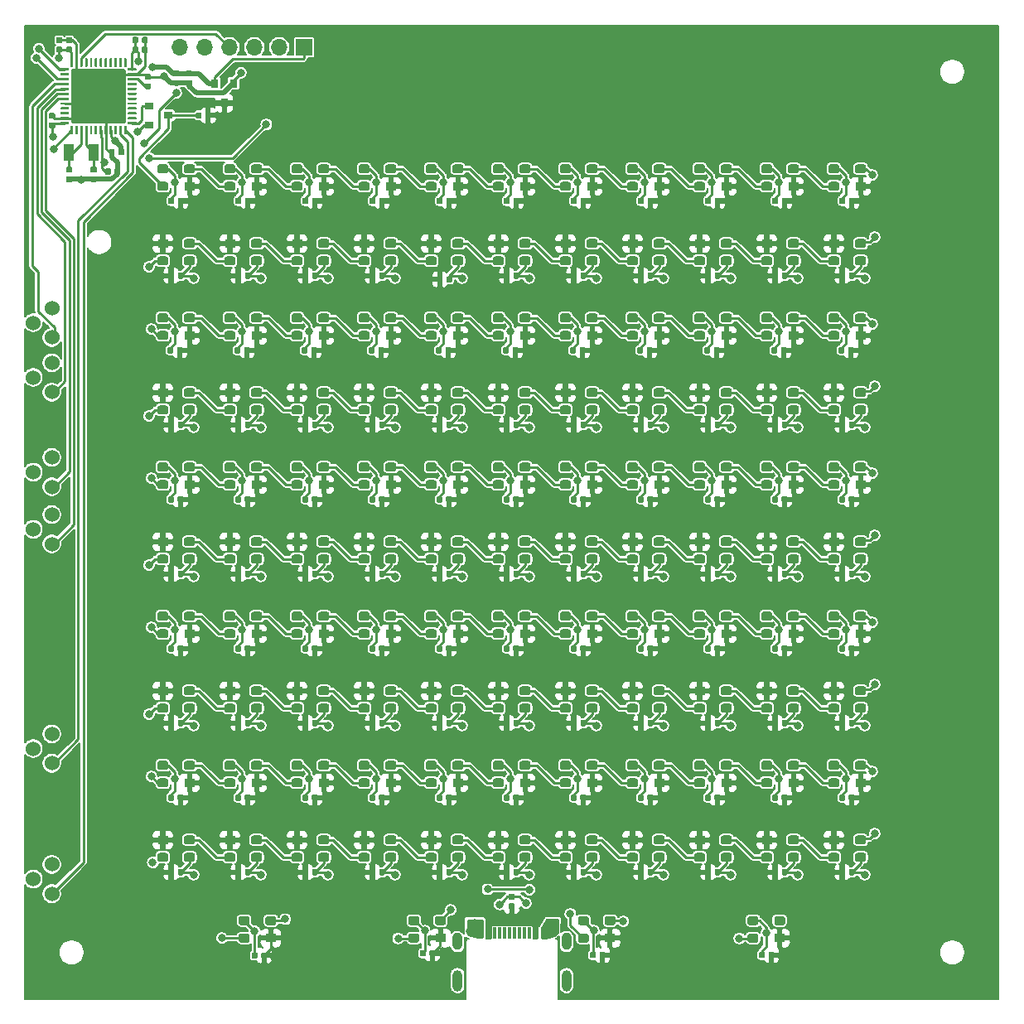
<source format=gbr>
G04 #@! TF.GenerationSoftware,KiCad,Pcbnew,(5.1.5)-2*
G04 #@! TF.CreationDate,2019-12-12T13:13:41-05:00*
G04 #@! TF.ProjectId,main,6d61696e-2e6b-4696-9361-645f70636258,rev?*
G04 #@! TF.SameCoordinates,Original*
G04 #@! TF.FileFunction,Copper,L1,Top*
G04 #@! TF.FilePolarity,Positive*
%FSLAX46Y46*%
G04 Gerber Fmt 4.6, Leading zero omitted, Abs format (unit mm)*
G04 Created by KiCad (PCBNEW (5.1.5)-2) date 2019-12-12 13:13:41*
%MOMM*%
%LPD*%
G04 APERTURE LIST*
%ADD10C,0.100000*%
%ADD11R,1.100000X0.900000*%
%ADD12O,1.000000X1.800000*%
%ADD13O,1.000000X2.200000*%
%ADD14R,0.600000X1.150000*%
%ADD15R,0.300000X1.150000*%
%ADD16R,0.900000X0.800000*%
%ADD17R,0.800000X0.900000*%
%ADD18O,1.700000X1.700000*%
%ADD19R,1.700000X1.700000*%
%ADD20R,1.000000X1.800000*%
%ADD21C,1.524000*%
%ADD22C,0.800000*%
%ADD23C,0.250000*%
%ADD24C,0.500000*%
%ADD25C,0.152400*%
%ADD26C,0.254000*%
G04 APERTURE END LIST*
G04 #@! TA.AperFunction,SMDPad,CuDef*
D10*
G36*
X74982054Y-93086083D02*
G01*
X75003895Y-93089323D01*
X75025314Y-93094688D01*
X75046104Y-93102127D01*
X75066064Y-93111568D01*
X75085003Y-93122919D01*
X75102738Y-93136073D01*
X75119099Y-93150901D01*
X75133927Y-93167262D01*
X75147081Y-93184997D01*
X75158432Y-93203936D01*
X75167873Y-93223896D01*
X75175312Y-93244686D01*
X75180677Y-93266105D01*
X75183917Y-93287946D01*
X75185000Y-93310000D01*
X75185000Y-93760000D01*
X75183917Y-93782054D01*
X75180677Y-93803895D01*
X75175312Y-93825314D01*
X75167873Y-93846104D01*
X75158432Y-93866064D01*
X75147081Y-93885003D01*
X75133927Y-93902738D01*
X75119099Y-93919099D01*
X75102738Y-93933927D01*
X75085003Y-93947081D01*
X75066064Y-93958432D01*
X75046104Y-93967873D01*
X75025314Y-93975312D01*
X75003895Y-93980677D01*
X74982054Y-93983917D01*
X74960000Y-93985000D01*
X74310000Y-93985000D01*
X74287946Y-93983917D01*
X74266105Y-93980677D01*
X74244686Y-93975312D01*
X74223896Y-93967873D01*
X74203936Y-93958432D01*
X74184997Y-93947081D01*
X74167262Y-93933927D01*
X74150901Y-93919099D01*
X74136073Y-93902738D01*
X74122919Y-93885003D01*
X74111568Y-93866064D01*
X74102127Y-93846104D01*
X74094688Y-93825314D01*
X74089323Y-93803895D01*
X74086083Y-93782054D01*
X74085000Y-93760000D01*
X74085000Y-93310000D01*
X74086083Y-93287946D01*
X74089323Y-93266105D01*
X74094688Y-93244686D01*
X74102127Y-93223896D01*
X74111568Y-93203936D01*
X74122919Y-93184997D01*
X74136073Y-93167262D01*
X74150901Y-93150901D01*
X74167262Y-93136073D01*
X74184997Y-93122919D01*
X74203936Y-93111568D01*
X74223896Y-93102127D01*
X74244686Y-93094688D01*
X74266105Y-93089323D01*
X74287946Y-93086083D01*
X74310000Y-93085000D01*
X74960000Y-93085000D01*
X74982054Y-93086083D01*
G37*
G04 #@! TD.AperFunction*
G04 #@! TA.AperFunction,SMDPad,CuDef*
G36*
X74982054Y-91306083D02*
G01*
X75003895Y-91309323D01*
X75025314Y-91314688D01*
X75046104Y-91322127D01*
X75066064Y-91331568D01*
X75085003Y-91342919D01*
X75102738Y-91356073D01*
X75119099Y-91370901D01*
X75133927Y-91387262D01*
X75147081Y-91404997D01*
X75158432Y-91423936D01*
X75167873Y-91443896D01*
X75175312Y-91464686D01*
X75180677Y-91486105D01*
X75183917Y-91507946D01*
X75185000Y-91530000D01*
X75185000Y-91980000D01*
X75183917Y-92002054D01*
X75180677Y-92023895D01*
X75175312Y-92045314D01*
X75167873Y-92066104D01*
X75158432Y-92086064D01*
X75147081Y-92105003D01*
X75133927Y-92122738D01*
X75119099Y-92139099D01*
X75102738Y-92153927D01*
X75085003Y-92167081D01*
X75066064Y-92178432D01*
X75046104Y-92187873D01*
X75025314Y-92195312D01*
X75003895Y-92200677D01*
X74982054Y-92203917D01*
X74960000Y-92205000D01*
X74310000Y-92205000D01*
X74287946Y-92203917D01*
X74266105Y-92200677D01*
X74244686Y-92195312D01*
X74223896Y-92187873D01*
X74203936Y-92178432D01*
X74184997Y-92167081D01*
X74167262Y-92153927D01*
X74150901Y-92139099D01*
X74136073Y-92122738D01*
X74122919Y-92105003D01*
X74111568Y-92086064D01*
X74102127Y-92066104D01*
X74094688Y-92045314D01*
X74089323Y-92023895D01*
X74086083Y-92002054D01*
X74085000Y-91980000D01*
X74085000Y-91530000D01*
X74086083Y-91507946D01*
X74089323Y-91486105D01*
X74094688Y-91464686D01*
X74102127Y-91443896D01*
X74111568Y-91423936D01*
X74122919Y-91404997D01*
X74136073Y-91387262D01*
X74150901Y-91370901D01*
X74167262Y-91356073D01*
X74184997Y-91342919D01*
X74203936Y-91331568D01*
X74223896Y-91322127D01*
X74244686Y-91314688D01*
X74266105Y-91309323D01*
X74287946Y-91306083D01*
X74310000Y-91305000D01*
X74960000Y-91305000D01*
X74982054Y-91306083D01*
G37*
G04 #@! TD.AperFunction*
G04 #@! TA.AperFunction,SMDPad,CuDef*
G36*
X77712054Y-91306083D02*
G01*
X77733895Y-91309323D01*
X77755314Y-91314688D01*
X77776104Y-91322127D01*
X77796064Y-91331568D01*
X77815003Y-91342919D01*
X77832738Y-91356073D01*
X77849099Y-91370901D01*
X77863927Y-91387262D01*
X77877081Y-91404997D01*
X77888432Y-91423936D01*
X77897873Y-91443896D01*
X77905312Y-91464686D01*
X77910677Y-91486105D01*
X77913917Y-91507946D01*
X77915000Y-91530000D01*
X77915000Y-91980000D01*
X77913917Y-92002054D01*
X77910677Y-92023895D01*
X77905312Y-92045314D01*
X77897873Y-92066104D01*
X77888432Y-92086064D01*
X77877081Y-92105003D01*
X77863927Y-92122738D01*
X77849099Y-92139099D01*
X77832738Y-92153927D01*
X77815003Y-92167081D01*
X77796064Y-92178432D01*
X77776104Y-92187873D01*
X77755314Y-92195312D01*
X77733895Y-92200677D01*
X77712054Y-92203917D01*
X77690000Y-92205000D01*
X77040000Y-92205000D01*
X77017946Y-92203917D01*
X76996105Y-92200677D01*
X76974686Y-92195312D01*
X76953896Y-92187873D01*
X76933936Y-92178432D01*
X76914997Y-92167081D01*
X76897262Y-92153927D01*
X76880901Y-92139099D01*
X76866073Y-92122738D01*
X76852919Y-92105003D01*
X76841568Y-92086064D01*
X76832127Y-92066104D01*
X76824688Y-92045314D01*
X76819323Y-92023895D01*
X76816083Y-92002054D01*
X76815000Y-91980000D01*
X76815000Y-91530000D01*
X76816083Y-91507946D01*
X76819323Y-91486105D01*
X76824688Y-91464686D01*
X76832127Y-91443896D01*
X76841568Y-91423936D01*
X76852919Y-91404997D01*
X76866073Y-91387262D01*
X76880901Y-91370901D01*
X76897262Y-91356073D01*
X76914997Y-91342919D01*
X76933936Y-91331568D01*
X76953896Y-91322127D01*
X76974686Y-91314688D01*
X76996105Y-91309323D01*
X77017946Y-91306083D01*
X77040000Y-91305000D01*
X77690000Y-91305000D01*
X77712054Y-91306083D01*
G37*
G04 #@! TD.AperFunction*
D11*
X77365000Y-93535000D03*
G04 #@! TA.AperFunction,SMDPad,CuDef*
D10*
G36*
X57648720Y-93086083D02*
G01*
X57670561Y-93089323D01*
X57691980Y-93094688D01*
X57712770Y-93102127D01*
X57732730Y-93111568D01*
X57751669Y-93122919D01*
X57769404Y-93136073D01*
X57785765Y-93150901D01*
X57800593Y-93167262D01*
X57813747Y-93184997D01*
X57825098Y-93203936D01*
X57834539Y-93223896D01*
X57841978Y-93244686D01*
X57847343Y-93266105D01*
X57850583Y-93287946D01*
X57851666Y-93310000D01*
X57851666Y-93760000D01*
X57850583Y-93782054D01*
X57847343Y-93803895D01*
X57841978Y-93825314D01*
X57834539Y-93846104D01*
X57825098Y-93866064D01*
X57813747Y-93885003D01*
X57800593Y-93902738D01*
X57785765Y-93919099D01*
X57769404Y-93933927D01*
X57751669Y-93947081D01*
X57732730Y-93958432D01*
X57712770Y-93967873D01*
X57691980Y-93975312D01*
X57670561Y-93980677D01*
X57648720Y-93983917D01*
X57626666Y-93985000D01*
X56976666Y-93985000D01*
X56954612Y-93983917D01*
X56932771Y-93980677D01*
X56911352Y-93975312D01*
X56890562Y-93967873D01*
X56870602Y-93958432D01*
X56851663Y-93947081D01*
X56833928Y-93933927D01*
X56817567Y-93919099D01*
X56802739Y-93902738D01*
X56789585Y-93885003D01*
X56778234Y-93866064D01*
X56768793Y-93846104D01*
X56761354Y-93825314D01*
X56755989Y-93803895D01*
X56752749Y-93782054D01*
X56751666Y-93760000D01*
X56751666Y-93310000D01*
X56752749Y-93287946D01*
X56755989Y-93266105D01*
X56761354Y-93244686D01*
X56768793Y-93223896D01*
X56778234Y-93203936D01*
X56789585Y-93184997D01*
X56802739Y-93167262D01*
X56817567Y-93150901D01*
X56833928Y-93136073D01*
X56851663Y-93122919D01*
X56870602Y-93111568D01*
X56890562Y-93102127D01*
X56911352Y-93094688D01*
X56932771Y-93089323D01*
X56954612Y-93086083D01*
X56976666Y-93085000D01*
X57626666Y-93085000D01*
X57648720Y-93086083D01*
G37*
G04 #@! TD.AperFunction*
G04 #@! TA.AperFunction,SMDPad,CuDef*
G36*
X57648720Y-91306083D02*
G01*
X57670561Y-91309323D01*
X57691980Y-91314688D01*
X57712770Y-91322127D01*
X57732730Y-91331568D01*
X57751669Y-91342919D01*
X57769404Y-91356073D01*
X57785765Y-91370901D01*
X57800593Y-91387262D01*
X57813747Y-91404997D01*
X57825098Y-91423936D01*
X57834539Y-91443896D01*
X57841978Y-91464686D01*
X57847343Y-91486105D01*
X57850583Y-91507946D01*
X57851666Y-91530000D01*
X57851666Y-91980000D01*
X57850583Y-92002054D01*
X57847343Y-92023895D01*
X57841978Y-92045314D01*
X57834539Y-92066104D01*
X57825098Y-92086064D01*
X57813747Y-92105003D01*
X57800593Y-92122738D01*
X57785765Y-92139099D01*
X57769404Y-92153927D01*
X57751669Y-92167081D01*
X57732730Y-92178432D01*
X57712770Y-92187873D01*
X57691980Y-92195312D01*
X57670561Y-92200677D01*
X57648720Y-92203917D01*
X57626666Y-92205000D01*
X56976666Y-92205000D01*
X56954612Y-92203917D01*
X56932771Y-92200677D01*
X56911352Y-92195312D01*
X56890562Y-92187873D01*
X56870602Y-92178432D01*
X56851663Y-92167081D01*
X56833928Y-92153927D01*
X56817567Y-92139099D01*
X56802739Y-92122738D01*
X56789585Y-92105003D01*
X56778234Y-92086064D01*
X56768793Y-92066104D01*
X56761354Y-92045314D01*
X56755989Y-92023895D01*
X56752749Y-92002054D01*
X56751666Y-91980000D01*
X56751666Y-91530000D01*
X56752749Y-91507946D01*
X56755989Y-91486105D01*
X56761354Y-91464686D01*
X56768793Y-91443896D01*
X56778234Y-91423936D01*
X56789585Y-91404997D01*
X56802739Y-91387262D01*
X56817567Y-91370901D01*
X56833928Y-91356073D01*
X56851663Y-91342919D01*
X56870602Y-91331568D01*
X56890562Y-91322127D01*
X56911352Y-91314688D01*
X56932771Y-91309323D01*
X56954612Y-91306083D01*
X56976666Y-91305000D01*
X57626666Y-91305000D01*
X57648720Y-91306083D01*
G37*
G04 #@! TD.AperFunction*
G04 #@! TA.AperFunction,SMDPad,CuDef*
G36*
X60378720Y-91306083D02*
G01*
X60400561Y-91309323D01*
X60421980Y-91314688D01*
X60442770Y-91322127D01*
X60462730Y-91331568D01*
X60481669Y-91342919D01*
X60499404Y-91356073D01*
X60515765Y-91370901D01*
X60530593Y-91387262D01*
X60543747Y-91404997D01*
X60555098Y-91423936D01*
X60564539Y-91443896D01*
X60571978Y-91464686D01*
X60577343Y-91486105D01*
X60580583Y-91507946D01*
X60581666Y-91530000D01*
X60581666Y-91980000D01*
X60580583Y-92002054D01*
X60577343Y-92023895D01*
X60571978Y-92045314D01*
X60564539Y-92066104D01*
X60555098Y-92086064D01*
X60543747Y-92105003D01*
X60530593Y-92122738D01*
X60515765Y-92139099D01*
X60499404Y-92153927D01*
X60481669Y-92167081D01*
X60462730Y-92178432D01*
X60442770Y-92187873D01*
X60421980Y-92195312D01*
X60400561Y-92200677D01*
X60378720Y-92203917D01*
X60356666Y-92205000D01*
X59706666Y-92205000D01*
X59684612Y-92203917D01*
X59662771Y-92200677D01*
X59641352Y-92195312D01*
X59620562Y-92187873D01*
X59600602Y-92178432D01*
X59581663Y-92167081D01*
X59563928Y-92153927D01*
X59547567Y-92139099D01*
X59532739Y-92122738D01*
X59519585Y-92105003D01*
X59508234Y-92086064D01*
X59498793Y-92066104D01*
X59491354Y-92045314D01*
X59485989Y-92023895D01*
X59482749Y-92002054D01*
X59481666Y-91980000D01*
X59481666Y-91530000D01*
X59482749Y-91507946D01*
X59485989Y-91486105D01*
X59491354Y-91464686D01*
X59498793Y-91443896D01*
X59508234Y-91423936D01*
X59519585Y-91404997D01*
X59532739Y-91387262D01*
X59547567Y-91370901D01*
X59563928Y-91356073D01*
X59581663Y-91342919D01*
X59600602Y-91331568D01*
X59620562Y-91322127D01*
X59641352Y-91314688D01*
X59662771Y-91309323D01*
X59684612Y-91306083D01*
X59706666Y-91305000D01*
X60356666Y-91305000D01*
X60378720Y-91306083D01*
G37*
G04 #@! TD.AperFunction*
D11*
X60031666Y-93535000D03*
G04 #@! TA.AperFunction,SMDPad,CuDef*
D10*
G36*
X40315387Y-93086083D02*
G01*
X40337228Y-93089323D01*
X40358647Y-93094688D01*
X40379437Y-93102127D01*
X40399397Y-93111568D01*
X40418336Y-93122919D01*
X40436071Y-93136073D01*
X40452432Y-93150901D01*
X40467260Y-93167262D01*
X40480414Y-93184997D01*
X40491765Y-93203936D01*
X40501206Y-93223896D01*
X40508645Y-93244686D01*
X40514010Y-93266105D01*
X40517250Y-93287946D01*
X40518333Y-93310000D01*
X40518333Y-93760000D01*
X40517250Y-93782054D01*
X40514010Y-93803895D01*
X40508645Y-93825314D01*
X40501206Y-93846104D01*
X40491765Y-93866064D01*
X40480414Y-93885003D01*
X40467260Y-93902738D01*
X40452432Y-93919099D01*
X40436071Y-93933927D01*
X40418336Y-93947081D01*
X40399397Y-93958432D01*
X40379437Y-93967873D01*
X40358647Y-93975312D01*
X40337228Y-93980677D01*
X40315387Y-93983917D01*
X40293333Y-93985000D01*
X39643333Y-93985000D01*
X39621279Y-93983917D01*
X39599438Y-93980677D01*
X39578019Y-93975312D01*
X39557229Y-93967873D01*
X39537269Y-93958432D01*
X39518330Y-93947081D01*
X39500595Y-93933927D01*
X39484234Y-93919099D01*
X39469406Y-93902738D01*
X39456252Y-93885003D01*
X39444901Y-93866064D01*
X39435460Y-93846104D01*
X39428021Y-93825314D01*
X39422656Y-93803895D01*
X39419416Y-93782054D01*
X39418333Y-93760000D01*
X39418333Y-93310000D01*
X39419416Y-93287946D01*
X39422656Y-93266105D01*
X39428021Y-93244686D01*
X39435460Y-93223896D01*
X39444901Y-93203936D01*
X39456252Y-93184997D01*
X39469406Y-93167262D01*
X39484234Y-93150901D01*
X39500595Y-93136073D01*
X39518330Y-93122919D01*
X39537269Y-93111568D01*
X39557229Y-93102127D01*
X39578019Y-93094688D01*
X39599438Y-93089323D01*
X39621279Y-93086083D01*
X39643333Y-93085000D01*
X40293333Y-93085000D01*
X40315387Y-93086083D01*
G37*
G04 #@! TD.AperFunction*
G04 #@! TA.AperFunction,SMDPad,CuDef*
G36*
X40315387Y-91306083D02*
G01*
X40337228Y-91309323D01*
X40358647Y-91314688D01*
X40379437Y-91322127D01*
X40399397Y-91331568D01*
X40418336Y-91342919D01*
X40436071Y-91356073D01*
X40452432Y-91370901D01*
X40467260Y-91387262D01*
X40480414Y-91404997D01*
X40491765Y-91423936D01*
X40501206Y-91443896D01*
X40508645Y-91464686D01*
X40514010Y-91486105D01*
X40517250Y-91507946D01*
X40518333Y-91530000D01*
X40518333Y-91980000D01*
X40517250Y-92002054D01*
X40514010Y-92023895D01*
X40508645Y-92045314D01*
X40501206Y-92066104D01*
X40491765Y-92086064D01*
X40480414Y-92105003D01*
X40467260Y-92122738D01*
X40452432Y-92139099D01*
X40436071Y-92153927D01*
X40418336Y-92167081D01*
X40399397Y-92178432D01*
X40379437Y-92187873D01*
X40358647Y-92195312D01*
X40337228Y-92200677D01*
X40315387Y-92203917D01*
X40293333Y-92205000D01*
X39643333Y-92205000D01*
X39621279Y-92203917D01*
X39599438Y-92200677D01*
X39578019Y-92195312D01*
X39557229Y-92187873D01*
X39537269Y-92178432D01*
X39518330Y-92167081D01*
X39500595Y-92153927D01*
X39484234Y-92139099D01*
X39469406Y-92122738D01*
X39456252Y-92105003D01*
X39444901Y-92086064D01*
X39435460Y-92066104D01*
X39428021Y-92045314D01*
X39422656Y-92023895D01*
X39419416Y-92002054D01*
X39418333Y-91980000D01*
X39418333Y-91530000D01*
X39419416Y-91507946D01*
X39422656Y-91486105D01*
X39428021Y-91464686D01*
X39435460Y-91443896D01*
X39444901Y-91423936D01*
X39456252Y-91404997D01*
X39469406Y-91387262D01*
X39484234Y-91370901D01*
X39500595Y-91356073D01*
X39518330Y-91342919D01*
X39537269Y-91331568D01*
X39557229Y-91322127D01*
X39578019Y-91314688D01*
X39599438Y-91309323D01*
X39621279Y-91306083D01*
X39643333Y-91305000D01*
X40293333Y-91305000D01*
X40315387Y-91306083D01*
G37*
G04 #@! TD.AperFunction*
G04 #@! TA.AperFunction,SMDPad,CuDef*
G36*
X43045387Y-91306083D02*
G01*
X43067228Y-91309323D01*
X43088647Y-91314688D01*
X43109437Y-91322127D01*
X43129397Y-91331568D01*
X43148336Y-91342919D01*
X43166071Y-91356073D01*
X43182432Y-91370901D01*
X43197260Y-91387262D01*
X43210414Y-91404997D01*
X43221765Y-91423936D01*
X43231206Y-91443896D01*
X43238645Y-91464686D01*
X43244010Y-91486105D01*
X43247250Y-91507946D01*
X43248333Y-91530000D01*
X43248333Y-91980000D01*
X43247250Y-92002054D01*
X43244010Y-92023895D01*
X43238645Y-92045314D01*
X43231206Y-92066104D01*
X43221765Y-92086064D01*
X43210414Y-92105003D01*
X43197260Y-92122738D01*
X43182432Y-92139099D01*
X43166071Y-92153927D01*
X43148336Y-92167081D01*
X43129397Y-92178432D01*
X43109437Y-92187873D01*
X43088647Y-92195312D01*
X43067228Y-92200677D01*
X43045387Y-92203917D01*
X43023333Y-92205000D01*
X42373333Y-92205000D01*
X42351279Y-92203917D01*
X42329438Y-92200677D01*
X42308019Y-92195312D01*
X42287229Y-92187873D01*
X42267269Y-92178432D01*
X42248330Y-92167081D01*
X42230595Y-92153927D01*
X42214234Y-92139099D01*
X42199406Y-92122738D01*
X42186252Y-92105003D01*
X42174901Y-92086064D01*
X42165460Y-92066104D01*
X42158021Y-92045314D01*
X42152656Y-92023895D01*
X42149416Y-92002054D01*
X42148333Y-91980000D01*
X42148333Y-91530000D01*
X42149416Y-91507946D01*
X42152656Y-91486105D01*
X42158021Y-91464686D01*
X42165460Y-91443896D01*
X42174901Y-91423936D01*
X42186252Y-91404997D01*
X42199406Y-91387262D01*
X42214234Y-91370901D01*
X42230595Y-91356073D01*
X42248330Y-91342919D01*
X42267269Y-91331568D01*
X42287229Y-91322127D01*
X42308019Y-91314688D01*
X42329438Y-91309323D01*
X42351279Y-91306083D01*
X42373333Y-91305000D01*
X43023333Y-91305000D01*
X43045387Y-91306083D01*
G37*
G04 #@! TD.AperFunction*
D11*
X42698333Y-93535000D03*
G04 #@! TA.AperFunction,SMDPad,CuDef*
D10*
G36*
X22982054Y-93086083D02*
G01*
X23003895Y-93089323D01*
X23025314Y-93094688D01*
X23046104Y-93102127D01*
X23066064Y-93111568D01*
X23085003Y-93122919D01*
X23102738Y-93136073D01*
X23119099Y-93150901D01*
X23133927Y-93167262D01*
X23147081Y-93184997D01*
X23158432Y-93203936D01*
X23167873Y-93223896D01*
X23175312Y-93244686D01*
X23180677Y-93266105D01*
X23183917Y-93287946D01*
X23185000Y-93310000D01*
X23185000Y-93760000D01*
X23183917Y-93782054D01*
X23180677Y-93803895D01*
X23175312Y-93825314D01*
X23167873Y-93846104D01*
X23158432Y-93866064D01*
X23147081Y-93885003D01*
X23133927Y-93902738D01*
X23119099Y-93919099D01*
X23102738Y-93933927D01*
X23085003Y-93947081D01*
X23066064Y-93958432D01*
X23046104Y-93967873D01*
X23025314Y-93975312D01*
X23003895Y-93980677D01*
X22982054Y-93983917D01*
X22960000Y-93985000D01*
X22310000Y-93985000D01*
X22287946Y-93983917D01*
X22266105Y-93980677D01*
X22244686Y-93975312D01*
X22223896Y-93967873D01*
X22203936Y-93958432D01*
X22184997Y-93947081D01*
X22167262Y-93933927D01*
X22150901Y-93919099D01*
X22136073Y-93902738D01*
X22122919Y-93885003D01*
X22111568Y-93866064D01*
X22102127Y-93846104D01*
X22094688Y-93825314D01*
X22089323Y-93803895D01*
X22086083Y-93782054D01*
X22085000Y-93760000D01*
X22085000Y-93310000D01*
X22086083Y-93287946D01*
X22089323Y-93266105D01*
X22094688Y-93244686D01*
X22102127Y-93223896D01*
X22111568Y-93203936D01*
X22122919Y-93184997D01*
X22136073Y-93167262D01*
X22150901Y-93150901D01*
X22167262Y-93136073D01*
X22184997Y-93122919D01*
X22203936Y-93111568D01*
X22223896Y-93102127D01*
X22244686Y-93094688D01*
X22266105Y-93089323D01*
X22287946Y-93086083D01*
X22310000Y-93085000D01*
X22960000Y-93085000D01*
X22982054Y-93086083D01*
G37*
G04 #@! TD.AperFunction*
G04 #@! TA.AperFunction,SMDPad,CuDef*
G36*
X22982054Y-91306083D02*
G01*
X23003895Y-91309323D01*
X23025314Y-91314688D01*
X23046104Y-91322127D01*
X23066064Y-91331568D01*
X23085003Y-91342919D01*
X23102738Y-91356073D01*
X23119099Y-91370901D01*
X23133927Y-91387262D01*
X23147081Y-91404997D01*
X23158432Y-91423936D01*
X23167873Y-91443896D01*
X23175312Y-91464686D01*
X23180677Y-91486105D01*
X23183917Y-91507946D01*
X23185000Y-91530000D01*
X23185000Y-91980000D01*
X23183917Y-92002054D01*
X23180677Y-92023895D01*
X23175312Y-92045314D01*
X23167873Y-92066104D01*
X23158432Y-92086064D01*
X23147081Y-92105003D01*
X23133927Y-92122738D01*
X23119099Y-92139099D01*
X23102738Y-92153927D01*
X23085003Y-92167081D01*
X23066064Y-92178432D01*
X23046104Y-92187873D01*
X23025314Y-92195312D01*
X23003895Y-92200677D01*
X22982054Y-92203917D01*
X22960000Y-92205000D01*
X22310000Y-92205000D01*
X22287946Y-92203917D01*
X22266105Y-92200677D01*
X22244686Y-92195312D01*
X22223896Y-92187873D01*
X22203936Y-92178432D01*
X22184997Y-92167081D01*
X22167262Y-92153927D01*
X22150901Y-92139099D01*
X22136073Y-92122738D01*
X22122919Y-92105003D01*
X22111568Y-92086064D01*
X22102127Y-92066104D01*
X22094688Y-92045314D01*
X22089323Y-92023895D01*
X22086083Y-92002054D01*
X22085000Y-91980000D01*
X22085000Y-91530000D01*
X22086083Y-91507946D01*
X22089323Y-91486105D01*
X22094688Y-91464686D01*
X22102127Y-91443896D01*
X22111568Y-91423936D01*
X22122919Y-91404997D01*
X22136073Y-91387262D01*
X22150901Y-91370901D01*
X22167262Y-91356073D01*
X22184997Y-91342919D01*
X22203936Y-91331568D01*
X22223896Y-91322127D01*
X22244686Y-91314688D01*
X22266105Y-91309323D01*
X22287946Y-91306083D01*
X22310000Y-91305000D01*
X22960000Y-91305000D01*
X22982054Y-91306083D01*
G37*
G04 #@! TD.AperFunction*
G04 #@! TA.AperFunction,SMDPad,CuDef*
G36*
X25712054Y-91306083D02*
G01*
X25733895Y-91309323D01*
X25755314Y-91314688D01*
X25776104Y-91322127D01*
X25796064Y-91331568D01*
X25815003Y-91342919D01*
X25832738Y-91356073D01*
X25849099Y-91370901D01*
X25863927Y-91387262D01*
X25877081Y-91404997D01*
X25888432Y-91423936D01*
X25897873Y-91443896D01*
X25905312Y-91464686D01*
X25910677Y-91486105D01*
X25913917Y-91507946D01*
X25915000Y-91530000D01*
X25915000Y-91980000D01*
X25913917Y-92002054D01*
X25910677Y-92023895D01*
X25905312Y-92045314D01*
X25897873Y-92066104D01*
X25888432Y-92086064D01*
X25877081Y-92105003D01*
X25863927Y-92122738D01*
X25849099Y-92139099D01*
X25832738Y-92153927D01*
X25815003Y-92167081D01*
X25796064Y-92178432D01*
X25776104Y-92187873D01*
X25755314Y-92195312D01*
X25733895Y-92200677D01*
X25712054Y-92203917D01*
X25690000Y-92205000D01*
X25040000Y-92205000D01*
X25017946Y-92203917D01*
X24996105Y-92200677D01*
X24974686Y-92195312D01*
X24953896Y-92187873D01*
X24933936Y-92178432D01*
X24914997Y-92167081D01*
X24897262Y-92153927D01*
X24880901Y-92139099D01*
X24866073Y-92122738D01*
X24852919Y-92105003D01*
X24841568Y-92086064D01*
X24832127Y-92066104D01*
X24824688Y-92045314D01*
X24819323Y-92023895D01*
X24816083Y-92002054D01*
X24815000Y-91980000D01*
X24815000Y-91530000D01*
X24816083Y-91507946D01*
X24819323Y-91486105D01*
X24824688Y-91464686D01*
X24832127Y-91443896D01*
X24841568Y-91423936D01*
X24852919Y-91404997D01*
X24866073Y-91387262D01*
X24880901Y-91370901D01*
X24897262Y-91356073D01*
X24914997Y-91342919D01*
X24933936Y-91331568D01*
X24953896Y-91322127D01*
X24974686Y-91314688D01*
X24996105Y-91309323D01*
X25017946Y-91306083D01*
X25040000Y-91305000D01*
X25690000Y-91305000D01*
X25712054Y-91306083D01*
G37*
G04 #@! TD.AperFunction*
D11*
X25365000Y-93535000D03*
G04 #@! TA.AperFunction,SMDPad,CuDef*
D10*
G36*
X76685358Y-94941910D02*
G01*
X76699676Y-94944034D01*
X76713717Y-94947551D01*
X76727346Y-94952428D01*
X76740431Y-94958617D01*
X76752847Y-94966058D01*
X76764473Y-94974681D01*
X76775198Y-94984402D01*
X76784919Y-94995127D01*
X76793542Y-95006753D01*
X76800983Y-95019169D01*
X76807172Y-95032254D01*
X76812049Y-95045883D01*
X76815566Y-95059924D01*
X76817690Y-95074242D01*
X76818400Y-95088700D01*
X76818400Y-95433700D01*
X76817690Y-95448158D01*
X76815566Y-95462476D01*
X76812049Y-95476517D01*
X76807172Y-95490146D01*
X76800983Y-95503231D01*
X76793542Y-95515647D01*
X76784919Y-95527273D01*
X76775198Y-95537998D01*
X76764473Y-95547719D01*
X76752847Y-95556342D01*
X76740431Y-95563783D01*
X76727346Y-95569972D01*
X76713717Y-95574849D01*
X76699676Y-95578366D01*
X76685358Y-95580490D01*
X76670900Y-95581200D01*
X76375900Y-95581200D01*
X76361442Y-95580490D01*
X76347124Y-95578366D01*
X76333083Y-95574849D01*
X76319454Y-95569972D01*
X76306369Y-95563783D01*
X76293953Y-95556342D01*
X76282327Y-95547719D01*
X76271602Y-95537998D01*
X76261881Y-95527273D01*
X76253258Y-95515647D01*
X76245817Y-95503231D01*
X76239628Y-95490146D01*
X76234751Y-95476517D01*
X76231234Y-95462476D01*
X76229110Y-95448158D01*
X76228400Y-95433700D01*
X76228400Y-95088700D01*
X76229110Y-95074242D01*
X76231234Y-95059924D01*
X76234751Y-95045883D01*
X76239628Y-95032254D01*
X76245817Y-95019169D01*
X76253258Y-95006753D01*
X76261881Y-94995127D01*
X76271602Y-94984402D01*
X76282327Y-94974681D01*
X76293953Y-94966058D01*
X76306369Y-94958617D01*
X76319454Y-94952428D01*
X76333083Y-94947551D01*
X76347124Y-94944034D01*
X76361442Y-94941910D01*
X76375900Y-94941200D01*
X76670900Y-94941200D01*
X76685358Y-94941910D01*
G37*
G04 #@! TD.AperFunction*
G04 #@! TA.AperFunction,SMDPad,CuDef*
G36*
X75715358Y-94941910D02*
G01*
X75729676Y-94944034D01*
X75743717Y-94947551D01*
X75757346Y-94952428D01*
X75770431Y-94958617D01*
X75782847Y-94966058D01*
X75794473Y-94974681D01*
X75805198Y-94984402D01*
X75814919Y-94995127D01*
X75823542Y-95006753D01*
X75830983Y-95019169D01*
X75837172Y-95032254D01*
X75842049Y-95045883D01*
X75845566Y-95059924D01*
X75847690Y-95074242D01*
X75848400Y-95088700D01*
X75848400Y-95433700D01*
X75847690Y-95448158D01*
X75845566Y-95462476D01*
X75842049Y-95476517D01*
X75837172Y-95490146D01*
X75830983Y-95503231D01*
X75823542Y-95515647D01*
X75814919Y-95527273D01*
X75805198Y-95537998D01*
X75794473Y-95547719D01*
X75782847Y-95556342D01*
X75770431Y-95563783D01*
X75757346Y-95569972D01*
X75743717Y-95574849D01*
X75729676Y-95578366D01*
X75715358Y-95580490D01*
X75700900Y-95581200D01*
X75405900Y-95581200D01*
X75391442Y-95580490D01*
X75377124Y-95578366D01*
X75363083Y-95574849D01*
X75349454Y-95569972D01*
X75336369Y-95563783D01*
X75323953Y-95556342D01*
X75312327Y-95547719D01*
X75301602Y-95537998D01*
X75291881Y-95527273D01*
X75283258Y-95515647D01*
X75275817Y-95503231D01*
X75269628Y-95490146D01*
X75264751Y-95476517D01*
X75261234Y-95462476D01*
X75259110Y-95448158D01*
X75258400Y-95433700D01*
X75258400Y-95088700D01*
X75259110Y-95074242D01*
X75261234Y-95059924D01*
X75264751Y-95045883D01*
X75269628Y-95032254D01*
X75275817Y-95019169D01*
X75283258Y-95006753D01*
X75291881Y-94995127D01*
X75301602Y-94984402D01*
X75312327Y-94974681D01*
X75323953Y-94966058D01*
X75336369Y-94958617D01*
X75349454Y-94952428D01*
X75363083Y-94947551D01*
X75377124Y-94944034D01*
X75391442Y-94941910D01*
X75405900Y-94941200D01*
X75700900Y-94941200D01*
X75715358Y-94941910D01*
G37*
G04 #@! TD.AperFunction*
G04 #@! TA.AperFunction,SMDPad,CuDef*
G36*
X59413358Y-94941910D02*
G01*
X59427676Y-94944034D01*
X59441717Y-94947551D01*
X59455346Y-94952428D01*
X59468431Y-94958617D01*
X59480847Y-94966058D01*
X59492473Y-94974681D01*
X59503198Y-94984402D01*
X59512919Y-94995127D01*
X59521542Y-95006753D01*
X59528983Y-95019169D01*
X59535172Y-95032254D01*
X59540049Y-95045883D01*
X59543566Y-95059924D01*
X59545690Y-95074242D01*
X59546400Y-95088700D01*
X59546400Y-95433700D01*
X59545690Y-95448158D01*
X59543566Y-95462476D01*
X59540049Y-95476517D01*
X59535172Y-95490146D01*
X59528983Y-95503231D01*
X59521542Y-95515647D01*
X59512919Y-95527273D01*
X59503198Y-95537998D01*
X59492473Y-95547719D01*
X59480847Y-95556342D01*
X59468431Y-95563783D01*
X59455346Y-95569972D01*
X59441717Y-95574849D01*
X59427676Y-95578366D01*
X59413358Y-95580490D01*
X59398900Y-95581200D01*
X59103900Y-95581200D01*
X59089442Y-95580490D01*
X59075124Y-95578366D01*
X59061083Y-95574849D01*
X59047454Y-95569972D01*
X59034369Y-95563783D01*
X59021953Y-95556342D01*
X59010327Y-95547719D01*
X58999602Y-95537998D01*
X58989881Y-95527273D01*
X58981258Y-95515647D01*
X58973817Y-95503231D01*
X58967628Y-95490146D01*
X58962751Y-95476517D01*
X58959234Y-95462476D01*
X58957110Y-95448158D01*
X58956400Y-95433700D01*
X58956400Y-95088700D01*
X58957110Y-95074242D01*
X58959234Y-95059924D01*
X58962751Y-95045883D01*
X58967628Y-95032254D01*
X58973817Y-95019169D01*
X58981258Y-95006753D01*
X58989881Y-94995127D01*
X58999602Y-94984402D01*
X59010327Y-94974681D01*
X59021953Y-94966058D01*
X59034369Y-94958617D01*
X59047454Y-94952428D01*
X59061083Y-94947551D01*
X59075124Y-94944034D01*
X59089442Y-94941910D01*
X59103900Y-94941200D01*
X59398900Y-94941200D01*
X59413358Y-94941910D01*
G37*
G04 #@! TD.AperFunction*
G04 #@! TA.AperFunction,SMDPad,CuDef*
G36*
X58443358Y-94941910D02*
G01*
X58457676Y-94944034D01*
X58471717Y-94947551D01*
X58485346Y-94952428D01*
X58498431Y-94958617D01*
X58510847Y-94966058D01*
X58522473Y-94974681D01*
X58533198Y-94984402D01*
X58542919Y-94995127D01*
X58551542Y-95006753D01*
X58558983Y-95019169D01*
X58565172Y-95032254D01*
X58570049Y-95045883D01*
X58573566Y-95059924D01*
X58575690Y-95074242D01*
X58576400Y-95088700D01*
X58576400Y-95433700D01*
X58575690Y-95448158D01*
X58573566Y-95462476D01*
X58570049Y-95476517D01*
X58565172Y-95490146D01*
X58558983Y-95503231D01*
X58551542Y-95515647D01*
X58542919Y-95527273D01*
X58533198Y-95537998D01*
X58522473Y-95547719D01*
X58510847Y-95556342D01*
X58498431Y-95563783D01*
X58485346Y-95569972D01*
X58471717Y-95574849D01*
X58457676Y-95578366D01*
X58443358Y-95580490D01*
X58428900Y-95581200D01*
X58133900Y-95581200D01*
X58119442Y-95580490D01*
X58105124Y-95578366D01*
X58091083Y-95574849D01*
X58077454Y-95569972D01*
X58064369Y-95563783D01*
X58051953Y-95556342D01*
X58040327Y-95547719D01*
X58029602Y-95537998D01*
X58019881Y-95527273D01*
X58011258Y-95515647D01*
X58003817Y-95503231D01*
X57997628Y-95490146D01*
X57992751Y-95476517D01*
X57989234Y-95462476D01*
X57987110Y-95448158D01*
X57986400Y-95433700D01*
X57986400Y-95088700D01*
X57987110Y-95074242D01*
X57989234Y-95059924D01*
X57992751Y-95045883D01*
X57997628Y-95032254D01*
X58003817Y-95019169D01*
X58011258Y-95006753D01*
X58019881Y-94995127D01*
X58029602Y-94984402D01*
X58040327Y-94974681D01*
X58051953Y-94966058D01*
X58064369Y-94958617D01*
X58077454Y-94952428D01*
X58091083Y-94947551D01*
X58105124Y-94944034D01*
X58119442Y-94941910D01*
X58133900Y-94941200D01*
X58428900Y-94941200D01*
X58443358Y-94941910D01*
G37*
G04 #@! TD.AperFunction*
G04 #@! TA.AperFunction,SMDPad,CuDef*
G36*
X42039758Y-94764110D02*
G01*
X42054076Y-94766234D01*
X42068117Y-94769751D01*
X42081746Y-94774628D01*
X42094831Y-94780817D01*
X42107247Y-94788258D01*
X42118873Y-94796881D01*
X42129598Y-94806602D01*
X42139319Y-94817327D01*
X42147942Y-94828953D01*
X42155383Y-94841369D01*
X42161572Y-94854454D01*
X42166449Y-94868083D01*
X42169966Y-94882124D01*
X42172090Y-94896442D01*
X42172800Y-94910900D01*
X42172800Y-95255900D01*
X42172090Y-95270358D01*
X42169966Y-95284676D01*
X42166449Y-95298717D01*
X42161572Y-95312346D01*
X42155383Y-95325431D01*
X42147942Y-95337847D01*
X42139319Y-95349473D01*
X42129598Y-95360198D01*
X42118873Y-95369919D01*
X42107247Y-95378542D01*
X42094831Y-95385983D01*
X42081746Y-95392172D01*
X42068117Y-95397049D01*
X42054076Y-95400566D01*
X42039758Y-95402690D01*
X42025300Y-95403400D01*
X41730300Y-95403400D01*
X41715842Y-95402690D01*
X41701524Y-95400566D01*
X41687483Y-95397049D01*
X41673854Y-95392172D01*
X41660769Y-95385983D01*
X41648353Y-95378542D01*
X41636727Y-95369919D01*
X41626002Y-95360198D01*
X41616281Y-95349473D01*
X41607658Y-95337847D01*
X41600217Y-95325431D01*
X41594028Y-95312346D01*
X41589151Y-95298717D01*
X41585634Y-95284676D01*
X41583510Y-95270358D01*
X41582800Y-95255900D01*
X41582800Y-94910900D01*
X41583510Y-94896442D01*
X41585634Y-94882124D01*
X41589151Y-94868083D01*
X41594028Y-94854454D01*
X41600217Y-94841369D01*
X41607658Y-94828953D01*
X41616281Y-94817327D01*
X41626002Y-94806602D01*
X41636727Y-94796881D01*
X41648353Y-94788258D01*
X41660769Y-94780817D01*
X41673854Y-94774628D01*
X41687483Y-94769751D01*
X41701524Y-94766234D01*
X41715842Y-94764110D01*
X41730300Y-94763400D01*
X42025300Y-94763400D01*
X42039758Y-94764110D01*
G37*
G04 #@! TD.AperFunction*
G04 #@! TA.AperFunction,SMDPad,CuDef*
G36*
X41069758Y-94764110D02*
G01*
X41084076Y-94766234D01*
X41098117Y-94769751D01*
X41111746Y-94774628D01*
X41124831Y-94780817D01*
X41137247Y-94788258D01*
X41148873Y-94796881D01*
X41159598Y-94806602D01*
X41169319Y-94817327D01*
X41177942Y-94828953D01*
X41185383Y-94841369D01*
X41191572Y-94854454D01*
X41196449Y-94868083D01*
X41199966Y-94882124D01*
X41202090Y-94896442D01*
X41202800Y-94910900D01*
X41202800Y-95255900D01*
X41202090Y-95270358D01*
X41199966Y-95284676D01*
X41196449Y-95298717D01*
X41191572Y-95312346D01*
X41185383Y-95325431D01*
X41177942Y-95337847D01*
X41169319Y-95349473D01*
X41159598Y-95360198D01*
X41148873Y-95369919D01*
X41137247Y-95378542D01*
X41124831Y-95385983D01*
X41111746Y-95392172D01*
X41098117Y-95397049D01*
X41084076Y-95400566D01*
X41069758Y-95402690D01*
X41055300Y-95403400D01*
X40760300Y-95403400D01*
X40745842Y-95402690D01*
X40731524Y-95400566D01*
X40717483Y-95397049D01*
X40703854Y-95392172D01*
X40690769Y-95385983D01*
X40678353Y-95378542D01*
X40666727Y-95369919D01*
X40656002Y-95360198D01*
X40646281Y-95349473D01*
X40637658Y-95337847D01*
X40630217Y-95325431D01*
X40624028Y-95312346D01*
X40619151Y-95298717D01*
X40615634Y-95284676D01*
X40613510Y-95270358D01*
X40612800Y-95255900D01*
X40612800Y-94910900D01*
X40613510Y-94896442D01*
X40615634Y-94882124D01*
X40619151Y-94868083D01*
X40624028Y-94854454D01*
X40630217Y-94841369D01*
X40637658Y-94828953D01*
X40646281Y-94817327D01*
X40656002Y-94806602D01*
X40666727Y-94796881D01*
X40678353Y-94788258D01*
X40690769Y-94780817D01*
X40703854Y-94774628D01*
X40717483Y-94769751D01*
X40731524Y-94766234D01*
X40745842Y-94764110D01*
X40760300Y-94763400D01*
X41055300Y-94763400D01*
X41069758Y-94764110D01*
G37*
G04 #@! TD.AperFunction*
G04 #@! TA.AperFunction,SMDPad,CuDef*
G36*
X24843958Y-94992710D02*
G01*
X24858276Y-94994834D01*
X24872317Y-94998351D01*
X24885946Y-95003228D01*
X24899031Y-95009417D01*
X24911447Y-95016858D01*
X24923073Y-95025481D01*
X24933798Y-95035202D01*
X24943519Y-95045927D01*
X24952142Y-95057553D01*
X24959583Y-95069969D01*
X24965772Y-95083054D01*
X24970649Y-95096683D01*
X24974166Y-95110724D01*
X24976290Y-95125042D01*
X24977000Y-95139500D01*
X24977000Y-95484500D01*
X24976290Y-95498958D01*
X24974166Y-95513276D01*
X24970649Y-95527317D01*
X24965772Y-95540946D01*
X24959583Y-95554031D01*
X24952142Y-95566447D01*
X24943519Y-95578073D01*
X24933798Y-95588798D01*
X24923073Y-95598519D01*
X24911447Y-95607142D01*
X24899031Y-95614583D01*
X24885946Y-95620772D01*
X24872317Y-95625649D01*
X24858276Y-95629166D01*
X24843958Y-95631290D01*
X24829500Y-95632000D01*
X24534500Y-95632000D01*
X24520042Y-95631290D01*
X24505724Y-95629166D01*
X24491683Y-95625649D01*
X24478054Y-95620772D01*
X24464969Y-95614583D01*
X24452553Y-95607142D01*
X24440927Y-95598519D01*
X24430202Y-95588798D01*
X24420481Y-95578073D01*
X24411858Y-95566447D01*
X24404417Y-95554031D01*
X24398228Y-95540946D01*
X24393351Y-95527317D01*
X24389834Y-95513276D01*
X24387710Y-95498958D01*
X24387000Y-95484500D01*
X24387000Y-95139500D01*
X24387710Y-95125042D01*
X24389834Y-95110724D01*
X24393351Y-95096683D01*
X24398228Y-95083054D01*
X24404417Y-95069969D01*
X24411858Y-95057553D01*
X24420481Y-95045927D01*
X24430202Y-95035202D01*
X24440927Y-95025481D01*
X24452553Y-95016858D01*
X24464969Y-95009417D01*
X24478054Y-95003228D01*
X24491683Y-94998351D01*
X24505724Y-94994834D01*
X24520042Y-94992710D01*
X24534500Y-94992000D01*
X24829500Y-94992000D01*
X24843958Y-94992710D01*
G37*
G04 #@! TD.AperFunction*
G04 #@! TA.AperFunction,SMDPad,CuDef*
G36*
X23873958Y-94992710D02*
G01*
X23888276Y-94994834D01*
X23902317Y-94998351D01*
X23915946Y-95003228D01*
X23929031Y-95009417D01*
X23941447Y-95016858D01*
X23953073Y-95025481D01*
X23963798Y-95035202D01*
X23973519Y-95045927D01*
X23982142Y-95057553D01*
X23989583Y-95069969D01*
X23995772Y-95083054D01*
X24000649Y-95096683D01*
X24004166Y-95110724D01*
X24006290Y-95125042D01*
X24007000Y-95139500D01*
X24007000Y-95484500D01*
X24006290Y-95498958D01*
X24004166Y-95513276D01*
X24000649Y-95527317D01*
X23995772Y-95540946D01*
X23989583Y-95554031D01*
X23982142Y-95566447D01*
X23973519Y-95578073D01*
X23963798Y-95588798D01*
X23953073Y-95598519D01*
X23941447Y-95607142D01*
X23929031Y-95614583D01*
X23915946Y-95620772D01*
X23902317Y-95625649D01*
X23888276Y-95629166D01*
X23873958Y-95631290D01*
X23859500Y-95632000D01*
X23564500Y-95632000D01*
X23550042Y-95631290D01*
X23535724Y-95629166D01*
X23521683Y-95625649D01*
X23508054Y-95620772D01*
X23494969Y-95614583D01*
X23482553Y-95607142D01*
X23470927Y-95598519D01*
X23460202Y-95588798D01*
X23450481Y-95578073D01*
X23441858Y-95566447D01*
X23434417Y-95554031D01*
X23428228Y-95540946D01*
X23423351Y-95527317D01*
X23419834Y-95513276D01*
X23417710Y-95498958D01*
X23417000Y-95484500D01*
X23417000Y-95139500D01*
X23417710Y-95125042D01*
X23419834Y-95110724D01*
X23423351Y-95096683D01*
X23428228Y-95083054D01*
X23434417Y-95069969D01*
X23441858Y-95057553D01*
X23450481Y-95045927D01*
X23460202Y-95035202D01*
X23470927Y-95025481D01*
X23482553Y-95016858D01*
X23494969Y-95009417D01*
X23508054Y-95003228D01*
X23521683Y-94998351D01*
X23535724Y-94994834D01*
X23550042Y-94992710D01*
X23564500Y-94992000D01*
X23859500Y-94992000D01*
X23873958Y-94992710D01*
G37*
G04 #@! TD.AperFunction*
G04 #@! TA.AperFunction,SMDPad,CuDef*
G36*
X85980054Y-83051083D02*
G01*
X86001895Y-83054323D01*
X86023314Y-83059688D01*
X86044104Y-83067127D01*
X86064064Y-83076568D01*
X86083003Y-83087919D01*
X86100738Y-83101073D01*
X86117099Y-83115901D01*
X86131927Y-83132262D01*
X86145081Y-83149997D01*
X86156432Y-83168936D01*
X86165873Y-83188896D01*
X86173312Y-83209686D01*
X86178677Y-83231105D01*
X86181917Y-83252946D01*
X86183000Y-83275000D01*
X86183000Y-83725000D01*
X86181917Y-83747054D01*
X86178677Y-83768895D01*
X86173312Y-83790314D01*
X86165873Y-83811104D01*
X86156432Y-83831064D01*
X86145081Y-83850003D01*
X86131927Y-83867738D01*
X86117099Y-83884099D01*
X86100738Y-83898927D01*
X86083003Y-83912081D01*
X86064064Y-83923432D01*
X86044104Y-83932873D01*
X86023314Y-83940312D01*
X86001895Y-83945677D01*
X85980054Y-83948917D01*
X85958000Y-83950000D01*
X85308000Y-83950000D01*
X85285946Y-83948917D01*
X85264105Y-83945677D01*
X85242686Y-83940312D01*
X85221896Y-83932873D01*
X85201936Y-83923432D01*
X85182997Y-83912081D01*
X85165262Y-83898927D01*
X85148901Y-83884099D01*
X85134073Y-83867738D01*
X85120919Y-83850003D01*
X85109568Y-83831064D01*
X85100127Y-83811104D01*
X85092688Y-83790314D01*
X85087323Y-83768895D01*
X85084083Y-83747054D01*
X85083000Y-83725000D01*
X85083000Y-83275000D01*
X85084083Y-83252946D01*
X85087323Y-83231105D01*
X85092688Y-83209686D01*
X85100127Y-83188896D01*
X85109568Y-83168936D01*
X85120919Y-83149997D01*
X85134073Y-83132262D01*
X85148901Y-83115901D01*
X85165262Y-83101073D01*
X85182997Y-83087919D01*
X85201936Y-83076568D01*
X85221896Y-83067127D01*
X85242686Y-83059688D01*
X85264105Y-83054323D01*
X85285946Y-83051083D01*
X85308000Y-83050000D01*
X85958000Y-83050000D01*
X85980054Y-83051083D01*
G37*
G04 #@! TD.AperFunction*
G04 #@! TA.AperFunction,SMDPad,CuDef*
G36*
X85980054Y-84831083D02*
G01*
X86001895Y-84834323D01*
X86023314Y-84839688D01*
X86044104Y-84847127D01*
X86064064Y-84856568D01*
X86083003Y-84867919D01*
X86100738Y-84881073D01*
X86117099Y-84895901D01*
X86131927Y-84912262D01*
X86145081Y-84929997D01*
X86156432Y-84948936D01*
X86165873Y-84968896D01*
X86173312Y-84989686D01*
X86178677Y-85011105D01*
X86181917Y-85032946D01*
X86183000Y-85055000D01*
X86183000Y-85505000D01*
X86181917Y-85527054D01*
X86178677Y-85548895D01*
X86173312Y-85570314D01*
X86165873Y-85591104D01*
X86156432Y-85611064D01*
X86145081Y-85630003D01*
X86131927Y-85647738D01*
X86117099Y-85664099D01*
X86100738Y-85678927D01*
X86083003Y-85692081D01*
X86064064Y-85703432D01*
X86044104Y-85712873D01*
X86023314Y-85720312D01*
X86001895Y-85725677D01*
X85980054Y-85728917D01*
X85958000Y-85730000D01*
X85308000Y-85730000D01*
X85285946Y-85728917D01*
X85264105Y-85725677D01*
X85242686Y-85720312D01*
X85221896Y-85712873D01*
X85201936Y-85703432D01*
X85182997Y-85692081D01*
X85165262Y-85678927D01*
X85148901Y-85664099D01*
X85134073Y-85647738D01*
X85120919Y-85630003D01*
X85109568Y-85611064D01*
X85100127Y-85591104D01*
X85092688Y-85570314D01*
X85087323Y-85548895D01*
X85084083Y-85527054D01*
X85083000Y-85505000D01*
X85083000Y-85055000D01*
X85084083Y-85032946D01*
X85087323Y-85011105D01*
X85092688Y-84989686D01*
X85100127Y-84968896D01*
X85109568Y-84948936D01*
X85120919Y-84929997D01*
X85134073Y-84912262D01*
X85148901Y-84895901D01*
X85165262Y-84881073D01*
X85182997Y-84867919D01*
X85201936Y-84856568D01*
X85221896Y-84847127D01*
X85242686Y-84839688D01*
X85264105Y-84834323D01*
X85285946Y-84831083D01*
X85308000Y-84830000D01*
X85958000Y-84830000D01*
X85980054Y-84831083D01*
G37*
G04 #@! TD.AperFunction*
G04 #@! TA.AperFunction,SMDPad,CuDef*
G36*
X83250054Y-84831083D02*
G01*
X83271895Y-84834323D01*
X83293314Y-84839688D01*
X83314104Y-84847127D01*
X83334064Y-84856568D01*
X83353003Y-84867919D01*
X83370738Y-84881073D01*
X83387099Y-84895901D01*
X83401927Y-84912262D01*
X83415081Y-84929997D01*
X83426432Y-84948936D01*
X83435873Y-84968896D01*
X83443312Y-84989686D01*
X83448677Y-85011105D01*
X83451917Y-85032946D01*
X83453000Y-85055000D01*
X83453000Y-85505000D01*
X83451917Y-85527054D01*
X83448677Y-85548895D01*
X83443312Y-85570314D01*
X83435873Y-85591104D01*
X83426432Y-85611064D01*
X83415081Y-85630003D01*
X83401927Y-85647738D01*
X83387099Y-85664099D01*
X83370738Y-85678927D01*
X83353003Y-85692081D01*
X83334064Y-85703432D01*
X83314104Y-85712873D01*
X83293314Y-85720312D01*
X83271895Y-85725677D01*
X83250054Y-85728917D01*
X83228000Y-85730000D01*
X82578000Y-85730000D01*
X82555946Y-85728917D01*
X82534105Y-85725677D01*
X82512686Y-85720312D01*
X82491896Y-85712873D01*
X82471936Y-85703432D01*
X82452997Y-85692081D01*
X82435262Y-85678927D01*
X82418901Y-85664099D01*
X82404073Y-85647738D01*
X82390919Y-85630003D01*
X82379568Y-85611064D01*
X82370127Y-85591104D01*
X82362688Y-85570314D01*
X82357323Y-85548895D01*
X82354083Y-85527054D01*
X82353000Y-85505000D01*
X82353000Y-85055000D01*
X82354083Y-85032946D01*
X82357323Y-85011105D01*
X82362688Y-84989686D01*
X82370127Y-84968896D01*
X82379568Y-84948936D01*
X82390919Y-84929997D01*
X82404073Y-84912262D01*
X82418901Y-84895901D01*
X82435262Y-84881073D01*
X82452997Y-84867919D01*
X82471936Y-84856568D01*
X82491896Y-84847127D01*
X82512686Y-84839688D01*
X82534105Y-84834323D01*
X82555946Y-84831083D01*
X82578000Y-84830000D01*
X83228000Y-84830000D01*
X83250054Y-84831083D01*
G37*
G04 #@! TD.AperFunction*
D11*
X82903000Y-83500000D03*
G04 #@! TA.AperFunction,SMDPad,CuDef*
D10*
G36*
X83250054Y-77211083D02*
G01*
X83271895Y-77214323D01*
X83293314Y-77219688D01*
X83314104Y-77227127D01*
X83334064Y-77236568D01*
X83353003Y-77247919D01*
X83370738Y-77261073D01*
X83387099Y-77275901D01*
X83401927Y-77292262D01*
X83415081Y-77309997D01*
X83426432Y-77328936D01*
X83435873Y-77348896D01*
X83443312Y-77369686D01*
X83448677Y-77391105D01*
X83451917Y-77412946D01*
X83453000Y-77435000D01*
X83453000Y-77885000D01*
X83451917Y-77907054D01*
X83448677Y-77928895D01*
X83443312Y-77950314D01*
X83435873Y-77971104D01*
X83426432Y-77991064D01*
X83415081Y-78010003D01*
X83401927Y-78027738D01*
X83387099Y-78044099D01*
X83370738Y-78058927D01*
X83353003Y-78072081D01*
X83334064Y-78083432D01*
X83314104Y-78092873D01*
X83293314Y-78100312D01*
X83271895Y-78105677D01*
X83250054Y-78108917D01*
X83228000Y-78110000D01*
X82578000Y-78110000D01*
X82555946Y-78108917D01*
X82534105Y-78105677D01*
X82512686Y-78100312D01*
X82491896Y-78092873D01*
X82471936Y-78083432D01*
X82452997Y-78072081D01*
X82435262Y-78058927D01*
X82418901Y-78044099D01*
X82404073Y-78027738D01*
X82390919Y-78010003D01*
X82379568Y-77991064D01*
X82370127Y-77971104D01*
X82362688Y-77950314D01*
X82357323Y-77928895D01*
X82354083Y-77907054D01*
X82353000Y-77885000D01*
X82353000Y-77435000D01*
X82354083Y-77412946D01*
X82357323Y-77391105D01*
X82362688Y-77369686D01*
X82370127Y-77348896D01*
X82379568Y-77328936D01*
X82390919Y-77309997D01*
X82404073Y-77292262D01*
X82418901Y-77275901D01*
X82435262Y-77261073D01*
X82452997Y-77247919D01*
X82471936Y-77236568D01*
X82491896Y-77227127D01*
X82512686Y-77219688D01*
X82534105Y-77214323D01*
X82555946Y-77211083D01*
X82578000Y-77210000D01*
X83228000Y-77210000D01*
X83250054Y-77211083D01*
G37*
G04 #@! TD.AperFunction*
G04 #@! TA.AperFunction,SMDPad,CuDef*
G36*
X83250054Y-75431083D02*
G01*
X83271895Y-75434323D01*
X83293314Y-75439688D01*
X83314104Y-75447127D01*
X83334064Y-75456568D01*
X83353003Y-75467919D01*
X83370738Y-75481073D01*
X83387099Y-75495901D01*
X83401927Y-75512262D01*
X83415081Y-75529997D01*
X83426432Y-75548936D01*
X83435873Y-75568896D01*
X83443312Y-75589686D01*
X83448677Y-75611105D01*
X83451917Y-75632946D01*
X83453000Y-75655000D01*
X83453000Y-76105000D01*
X83451917Y-76127054D01*
X83448677Y-76148895D01*
X83443312Y-76170314D01*
X83435873Y-76191104D01*
X83426432Y-76211064D01*
X83415081Y-76230003D01*
X83401927Y-76247738D01*
X83387099Y-76264099D01*
X83370738Y-76278927D01*
X83353003Y-76292081D01*
X83334064Y-76303432D01*
X83314104Y-76312873D01*
X83293314Y-76320312D01*
X83271895Y-76325677D01*
X83250054Y-76328917D01*
X83228000Y-76330000D01*
X82578000Y-76330000D01*
X82555946Y-76328917D01*
X82534105Y-76325677D01*
X82512686Y-76320312D01*
X82491896Y-76312873D01*
X82471936Y-76303432D01*
X82452997Y-76292081D01*
X82435262Y-76278927D01*
X82418901Y-76264099D01*
X82404073Y-76247738D01*
X82390919Y-76230003D01*
X82379568Y-76211064D01*
X82370127Y-76191104D01*
X82362688Y-76170314D01*
X82357323Y-76148895D01*
X82354083Y-76127054D01*
X82353000Y-76105000D01*
X82353000Y-75655000D01*
X82354083Y-75632946D01*
X82357323Y-75611105D01*
X82362688Y-75589686D01*
X82370127Y-75568896D01*
X82379568Y-75548936D01*
X82390919Y-75529997D01*
X82404073Y-75512262D01*
X82418901Y-75495901D01*
X82435262Y-75481073D01*
X82452997Y-75467919D01*
X82471936Y-75456568D01*
X82491896Y-75447127D01*
X82512686Y-75439688D01*
X82534105Y-75434323D01*
X82555946Y-75431083D01*
X82578000Y-75430000D01*
X83228000Y-75430000D01*
X83250054Y-75431083D01*
G37*
G04 #@! TD.AperFunction*
G04 #@! TA.AperFunction,SMDPad,CuDef*
G36*
X85980054Y-75431083D02*
G01*
X86001895Y-75434323D01*
X86023314Y-75439688D01*
X86044104Y-75447127D01*
X86064064Y-75456568D01*
X86083003Y-75467919D01*
X86100738Y-75481073D01*
X86117099Y-75495901D01*
X86131927Y-75512262D01*
X86145081Y-75529997D01*
X86156432Y-75548936D01*
X86165873Y-75568896D01*
X86173312Y-75589686D01*
X86178677Y-75611105D01*
X86181917Y-75632946D01*
X86183000Y-75655000D01*
X86183000Y-76105000D01*
X86181917Y-76127054D01*
X86178677Y-76148895D01*
X86173312Y-76170314D01*
X86165873Y-76191104D01*
X86156432Y-76211064D01*
X86145081Y-76230003D01*
X86131927Y-76247738D01*
X86117099Y-76264099D01*
X86100738Y-76278927D01*
X86083003Y-76292081D01*
X86064064Y-76303432D01*
X86044104Y-76312873D01*
X86023314Y-76320312D01*
X86001895Y-76325677D01*
X85980054Y-76328917D01*
X85958000Y-76330000D01*
X85308000Y-76330000D01*
X85285946Y-76328917D01*
X85264105Y-76325677D01*
X85242686Y-76320312D01*
X85221896Y-76312873D01*
X85201936Y-76303432D01*
X85182997Y-76292081D01*
X85165262Y-76278927D01*
X85148901Y-76264099D01*
X85134073Y-76247738D01*
X85120919Y-76230003D01*
X85109568Y-76211064D01*
X85100127Y-76191104D01*
X85092688Y-76170314D01*
X85087323Y-76148895D01*
X85084083Y-76127054D01*
X85083000Y-76105000D01*
X85083000Y-75655000D01*
X85084083Y-75632946D01*
X85087323Y-75611105D01*
X85092688Y-75589686D01*
X85100127Y-75568896D01*
X85109568Y-75548936D01*
X85120919Y-75529997D01*
X85134073Y-75512262D01*
X85148901Y-75495901D01*
X85165262Y-75481073D01*
X85182997Y-75467919D01*
X85201936Y-75456568D01*
X85221896Y-75447127D01*
X85242686Y-75439688D01*
X85264105Y-75434323D01*
X85285946Y-75431083D01*
X85308000Y-75430000D01*
X85958000Y-75430000D01*
X85980054Y-75431083D01*
G37*
G04 #@! TD.AperFunction*
D11*
X85633000Y-77660000D03*
G04 #@! TA.AperFunction,SMDPad,CuDef*
D10*
G36*
X85980054Y-67811083D02*
G01*
X86001895Y-67814323D01*
X86023314Y-67819688D01*
X86044104Y-67827127D01*
X86064064Y-67836568D01*
X86083003Y-67847919D01*
X86100738Y-67861073D01*
X86117099Y-67875901D01*
X86131927Y-67892262D01*
X86145081Y-67909997D01*
X86156432Y-67928936D01*
X86165873Y-67948896D01*
X86173312Y-67969686D01*
X86178677Y-67991105D01*
X86181917Y-68012946D01*
X86183000Y-68035000D01*
X86183000Y-68485000D01*
X86181917Y-68507054D01*
X86178677Y-68528895D01*
X86173312Y-68550314D01*
X86165873Y-68571104D01*
X86156432Y-68591064D01*
X86145081Y-68610003D01*
X86131927Y-68627738D01*
X86117099Y-68644099D01*
X86100738Y-68658927D01*
X86083003Y-68672081D01*
X86064064Y-68683432D01*
X86044104Y-68692873D01*
X86023314Y-68700312D01*
X86001895Y-68705677D01*
X85980054Y-68708917D01*
X85958000Y-68710000D01*
X85308000Y-68710000D01*
X85285946Y-68708917D01*
X85264105Y-68705677D01*
X85242686Y-68700312D01*
X85221896Y-68692873D01*
X85201936Y-68683432D01*
X85182997Y-68672081D01*
X85165262Y-68658927D01*
X85148901Y-68644099D01*
X85134073Y-68627738D01*
X85120919Y-68610003D01*
X85109568Y-68591064D01*
X85100127Y-68571104D01*
X85092688Y-68550314D01*
X85087323Y-68528895D01*
X85084083Y-68507054D01*
X85083000Y-68485000D01*
X85083000Y-68035000D01*
X85084083Y-68012946D01*
X85087323Y-67991105D01*
X85092688Y-67969686D01*
X85100127Y-67948896D01*
X85109568Y-67928936D01*
X85120919Y-67909997D01*
X85134073Y-67892262D01*
X85148901Y-67875901D01*
X85165262Y-67861073D01*
X85182997Y-67847919D01*
X85201936Y-67836568D01*
X85221896Y-67827127D01*
X85242686Y-67819688D01*
X85264105Y-67814323D01*
X85285946Y-67811083D01*
X85308000Y-67810000D01*
X85958000Y-67810000D01*
X85980054Y-67811083D01*
G37*
G04 #@! TD.AperFunction*
G04 #@! TA.AperFunction,SMDPad,CuDef*
G36*
X85980054Y-69591083D02*
G01*
X86001895Y-69594323D01*
X86023314Y-69599688D01*
X86044104Y-69607127D01*
X86064064Y-69616568D01*
X86083003Y-69627919D01*
X86100738Y-69641073D01*
X86117099Y-69655901D01*
X86131927Y-69672262D01*
X86145081Y-69689997D01*
X86156432Y-69708936D01*
X86165873Y-69728896D01*
X86173312Y-69749686D01*
X86178677Y-69771105D01*
X86181917Y-69792946D01*
X86183000Y-69815000D01*
X86183000Y-70265000D01*
X86181917Y-70287054D01*
X86178677Y-70308895D01*
X86173312Y-70330314D01*
X86165873Y-70351104D01*
X86156432Y-70371064D01*
X86145081Y-70390003D01*
X86131927Y-70407738D01*
X86117099Y-70424099D01*
X86100738Y-70438927D01*
X86083003Y-70452081D01*
X86064064Y-70463432D01*
X86044104Y-70472873D01*
X86023314Y-70480312D01*
X86001895Y-70485677D01*
X85980054Y-70488917D01*
X85958000Y-70490000D01*
X85308000Y-70490000D01*
X85285946Y-70488917D01*
X85264105Y-70485677D01*
X85242686Y-70480312D01*
X85221896Y-70472873D01*
X85201936Y-70463432D01*
X85182997Y-70452081D01*
X85165262Y-70438927D01*
X85148901Y-70424099D01*
X85134073Y-70407738D01*
X85120919Y-70390003D01*
X85109568Y-70371064D01*
X85100127Y-70351104D01*
X85092688Y-70330314D01*
X85087323Y-70308895D01*
X85084083Y-70287054D01*
X85083000Y-70265000D01*
X85083000Y-69815000D01*
X85084083Y-69792946D01*
X85087323Y-69771105D01*
X85092688Y-69749686D01*
X85100127Y-69728896D01*
X85109568Y-69708936D01*
X85120919Y-69689997D01*
X85134073Y-69672262D01*
X85148901Y-69655901D01*
X85165262Y-69641073D01*
X85182997Y-69627919D01*
X85201936Y-69616568D01*
X85221896Y-69607127D01*
X85242686Y-69599688D01*
X85264105Y-69594323D01*
X85285946Y-69591083D01*
X85308000Y-69590000D01*
X85958000Y-69590000D01*
X85980054Y-69591083D01*
G37*
G04 #@! TD.AperFunction*
G04 #@! TA.AperFunction,SMDPad,CuDef*
G36*
X83250054Y-69591083D02*
G01*
X83271895Y-69594323D01*
X83293314Y-69599688D01*
X83314104Y-69607127D01*
X83334064Y-69616568D01*
X83353003Y-69627919D01*
X83370738Y-69641073D01*
X83387099Y-69655901D01*
X83401927Y-69672262D01*
X83415081Y-69689997D01*
X83426432Y-69708936D01*
X83435873Y-69728896D01*
X83443312Y-69749686D01*
X83448677Y-69771105D01*
X83451917Y-69792946D01*
X83453000Y-69815000D01*
X83453000Y-70265000D01*
X83451917Y-70287054D01*
X83448677Y-70308895D01*
X83443312Y-70330314D01*
X83435873Y-70351104D01*
X83426432Y-70371064D01*
X83415081Y-70390003D01*
X83401927Y-70407738D01*
X83387099Y-70424099D01*
X83370738Y-70438927D01*
X83353003Y-70452081D01*
X83334064Y-70463432D01*
X83314104Y-70472873D01*
X83293314Y-70480312D01*
X83271895Y-70485677D01*
X83250054Y-70488917D01*
X83228000Y-70490000D01*
X82578000Y-70490000D01*
X82555946Y-70488917D01*
X82534105Y-70485677D01*
X82512686Y-70480312D01*
X82491896Y-70472873D01*
X82471936Y-70463432D01*
X82452997Y-70452081D01*
X82435262Y-70438927D01*
X82418901Y-70424099D01*
X82404073Y-70407738D01*
X82390919Y-70390003D01*
X82379568Y-70371064D01*
X82370127Y-70351104D01*
X82362688Y-70330314D01*
X82357323Y-70308895D01*
X82354083Y-70287054D01*
X82353000Y-70265000D01*
X82353000Y-69815000D01*
X82354083Y-69792946D01*
X82357323Y-69771105D01*
X82362688Y-69749686D01*
X82370127Y-69728896D01*
X82379568Y-69708936D01*
X82390919Y-69689997D01*
X82404073Y-69672262D01*
X82418901Y-69655901D01*
X82435262Y-69641073D01*
X82452997Y-69627919D01*
X82471936Y-69616568D01*
X82491896Y-69607127D01*
X82512686Y-69599688D01*
X82534105Y-69594323D01*
X82555946Y-69591083D01*
X82578000Y-69590000D01*
X83228000Y-69590000D01*
X83250054Y-69591083D01*
G37*
G04 #@! TD.AperFunction*
D11*
X82903000Y-68260000D03*
G04 #@! TA.AperFunction,SMDPad,CuDef*
D10*
G36*
X83250054Y-61971083D02*
G01*
X83271895Y-61974323D01*
X83293314Y-61979688D01*
X83314104Y-61987127D01*
X83334064Y-61996568D01*
X83353003Y-62007919D01*
X83370738Y-62021073D01*
X83387099Y-62035901D01*
X83401927Y-62052262D01*
X83415081Y-62069997D01*
X83426432Y-62088936D01*
X83435873Y-62108896D01*
X83443312Y-62129686D01*
X83448677Y-62151105D01*
X83451917Y-62172946D01*
X83453000Y-62195000D01*
X83453000Y-62645000D01*
X83451917Y-62667054D01*
X83448677Y-62688895D01*
X83443312Y-62710314D01*
X83435873Y-62731104D01*
X83426432Y-62751064D01*
X83415081Y-62770003D01*
X83401927Y-62787738D01*
X83387099Y-62804099D01*
X83370738Y-62818927D01*
X83353003Y-62832081D01*
X83334064Y-62843432D01*
X83314104Y-62852873D01*
X83293314Y-62860312D01*
X83271895Y-62865677D01*
X83250054Y-62868917D01*
X83228000Y-62870000D01*
X82578000Y-62870000D01*
X82555946Y-62868917D01*
X82534105Y-62865677D01*
X82512686Y-62860312D01*
X82491896Y-62852873D01*
X82471936Y-62843432D01*
X82452997Y-62832081D01*
X82435262Y-62818927D01*
X82418901Y-62804099D01*
X82404073Y-62787738D01*
X82390919Y-62770003D01*
X82379568Y-62751064D01*
X82370127Y-62731104D01*
X82362688Y-62710314D01*
X82357323Y-62688895D01*
X82354083Y-62667054D01*
X82353000Y-62645000D01*
X82353000Y-62195000D01*
X82354083Y-62172946D01*
X82357323Y-62151105D01*
X82362688Y-62129686D01*
X82370127Y-62108896D01*
X82379568Y-62088936D01*
X82390919Y-62069997D01*
X82404073Y-62052262D01*
X82418901Y-62035901D01*
X82435262Y-62021073D01*
X82452997Y-62007919D01*
X82471936Y-61996568D01*
X82491896Y-61987127D01*
X82512686Y-61979688D01*
X82534105Y-61974323D01*
X82555946Y-61971083D01*
X82578000Y-61970000D01*
X83228000Y-61970000D01*
X83250054Y-61971083D01*
G37*
G04 #@! TD.AperFunction*
G04 #@! TA.AperFunction,SMDPad,CuDef*
G36*
X83250054Y-60191083D02*
G01*
X83271895Y-60194323D01*
X83293314Y-60199688D01*
X83314104Y-60207127D01*
X83334064Y-60216568D01*
X83353003Y-60227919D01*
X83370738Y-60241073D01*
X83387099Y-60255901D01*
X83401927Y-60272262D01*
X83415081Y-60289997D01*
X83426432Y-60308936D01*
X83435873Y-60328896D01*
X83443312Y-60349686D01*
X83448677Y-60371105D01*
X83451917Y-60392946D01*
X83453000Y-60415000D01*
X83453000Y-60865000D01*
X83451917Y-60887054D01*
X83448677Y-60908895D01*
X83443312Y-60930314D01*
X83435873Y-60951104D01*
X83426432Y-60971064D01*
X83415081Y-60990003D01*
X83401927Y-61007738D01*
X83387099Y-61024099D01*
X83370738Y-61038927D01*
X83353003Y-61052081D01*
X83334064Y-61063432D01*
X83314104Y-61072873D01*
X83293314Y-61080312D01*
X83271895Y-61085677D01*
X83250054Y-61088917D01*
X83228000Y-61090000D01*
X82578000Y-61090000D01*
X82555946Y-61088917D01*
X82534105Y-61085677D01*
X82512686Y-61080312D01*
X82491896Y-61072873D01*
X82471936Y-61063432D01*
X82452997Y-61052081D01*
X82435262Y-61038927D01*
X82418901Y-61024099D01*
X82404073Y-61007738D01*
X82390919Y-60990003D01*
X82379568Y-60971064D01*
X82370127Y-60951104D01*
X82362688Y-60930314D01*
X82357323Y-60908895D01*
X82354083Y-60887054D01*
X82353000Y-60865000D01*
X82353000Y-60415000D01*
X82354083Y-60392946D01*
X82357323Y-60371105D01*
X82362688Y-60349686D01*
X82370127Y-60328896D01*
X82379568Y-60308936D01*
X82390919Y-60289997D01*
X82404073Y-60272262D01*
X82418901Y-60255901D01*
X82435262Y-60241073D01*
X82452997Y-60227919D01*
X82471936Y-60216568D01*
X82491896Y-60207127D01*
X82512686Y-60199688D01*
X82534105Y-60194323D01*
X82555946Y-60191083D01*
X82578000Y-60190000D01*
X83228000Y-60190000D01*
X83250054Y-60191083D01*
G37*
G04 #@! TD.AperFunction*
G04 #@! TA.AperFunction,SMDPad,CuDef*
G36*
X85980054Y-60191083D02*
G01*
X86001895Y-60194323D01*
X86023314Y-60199688D01*
X86044104Y-60207127D01*
X86064064Y-60216568D01*
X86083003Y-60227919D01*
X86100738Y-60241073D01*
X86117099Y-60255901D01*
X86131927Y-60272262D01*
X86145081Y-60289997D01*
X86156432Y-60308936D01*
X86165873Y-60328896D01*
X86173312Y-60349686D01*
X86178677Y-60371105D01*
X86181917Y-60392946D01*
X86183000Y-60415000D01*
X86183000Y-60865000D01*
X86181917Y-60887054D01*
X86178677Y-60908895D01*
X86173312Y-60930314D01*
X86165873Y-60951104D01*
X86156432Y-60971064D01*
X86145081Y-60990003D01*
X86131927Y-61007738D01*
X86117099Y-61024099D01*
X86100738Y-61038927D01*
X86083003Y-61052081D01*
X86064064Y-61063432D01*
X86044104Y-61072873D01*
X86023314Y-61080312D01*
X86001895Y-61085677D01*
X85980054Y-61088917D01*
X85958000Y-61090000D01*
X85308000Y-61090000D01*
X85285946Y-61088917D01*
X85264105Y-61085677D01*
X85242686Y-61080312D01*
X85221896Y-61072873D01*
X85201936Y-61063432D01*
X85182997Y-61052081D01*
X85165262Y-61038927D01*
X85148901Y-61024099D01*
X85134073Y-61007738D01*
X85120919Y-60990003D01*
X85109568Y-60971064D01*
X85100127Y-60951104D01*
X85092688Y-60930314D01*
X85087323Y-60908895D01*
X85084083Y-60887054D01*
X85083000Y-60865000D01*
X85083000Y-60415000D01*
X85084083Y-60392946D01*
X85087323Y-60371105D01*
X85092688Y-60349686D01*
X85100127Y-60328896D01*
X85109568Y-60308936D01*
X85120919Y-60289997D01*
X85134073Y-60272262D01*
X85148901Y-60255901D01*
X85165262Y-60241073D01*
X85182997Y-60227919D01*
X85201936Y-60216568D01*
X85221896Y-60207127D01*
X85242686Y-60199688D01*
X85264105Y-60194323D01*
X85285946Y-60191083D01*
X85308000Y-60190000D01*
X85958000Y-60190000D01*
X85980054Y-60191083D01*
G37*
G04 #@! TD.AperFunction*
D11*
X85633000Y-62420000D03*
G04 #@! TA.AperFunction,SMDPad,CuDef*
D10*
G36*
X85980054Y-52571083D02*
G01*
X86001895Y-52574323D01*
X86023314Y-52579688D01*
X86044104Y-52587127D01*
X86064064Y-52596568D01*
X86083003Y-52607919D01*
X86100738Y-52621073D01*
X86117099Y-52635901D01*
X86131927Y-52652262D01*
X86145081Y-52669997D01*
X86156432Y-52688936D01*
X86165873Y-52708896D01*
X86173312Y-52729686D01*
X86178677Y-52751105D01*
X86181917Y-52772946D01*
X86183000Y-52795000D01*
X86183000Y-53245000D01*
X86181917Y-53267054D01*
X86178677Y-53288895D01*
X86173312Y-53310314D01*
X86165873Y-53331104D01*
X86156432Y-53351064D01*
X86145081Y-53370003D01*
X86131927Y-53387738D01*
X86117099Y-53404099D01*
X86100738Y-53418927D01*
X86083003Y-53432081D01*
X86064064Y-53443432D01*
X86044104Y-53452873D01*
X86023314Y-53460312D01*
X86001895Y-53465677D01*
X85980054Y-53468917D01*
X85958000Y-53470000D01*
X85308000Y-53470000D01*
X85285946Y-53468917D01*
X85264105Y-53465677D01*
X85242686Y-53460312D01*
X85221896Y-53452873D01*
X85201936Y-53443432D01*
X85182997Y-53432081D01*
X85165262Y-53418927D01*
X85148901Y-53404099D01*
X85134073Y-53387738D01*
X85120919Y-53370003D01*
X85109568Y-53351064D01*
X85100127Y-53331104D01*
X85092688Y-53310314D01*
X85087323Y-53288895D01*
X85084083Y-53267054D01*
X85083000Y-53245000D01*
X85083000Y-52795000D01*
X85084083Y-52772946D01*
X85087323Y-52751105D01*
X85092688Y-52729686D01*
X85100127Y-52708896D01*
X85109568Y-52688936D01*
X85120919Y-52669997D01*
X85134073Y-52652262D01*
X85148901Y-52635901D01*
X85165262Y-52621073D01*
X85182997Y-52607919D01*
X85201936Y-52596568D01*
X85221896Y-52587127D01*
X85242686Y-52579688D01*
X85264105Y-52574323D01*
X85285946Y-52571083D01*
X85308000Y-52570000D01*
X85958000Y-52570000D01*
X85980054Y-52571083D01*
G37*
G04 #@! TD.AperFunction*
G04 #@! TA.AperFunction,SMDPad,CuDef*
G36*
X85980054Y-54351083D02*
G01*
X86001895Y-54354323D01*
X86023314Y-54359688D01*
X86044104Y-54367127D01*
X86064064Y-54376568D01*
X86083003Y-54387919D01*
X86100738Y-54401073D01*
X86117099Y-54415901D01*
X86131927Y-54432262D01*
X86145081Y-54449997D01*
X86156432Y-54468936D01*
X86165873Y-54488896D01*
X86173312Y-54509686D01*
X86178677Y-54531105D01*
X86181917Y-54552946D01*
X86183000Y-54575000D01*
X86183000Y-55025000D01*
X86181917Y-55047054D01*
X86178677Y-55068895D01*
X86173312Y-55090314D01*
X86165873Y-55111104D01*
X86156432Y-55131064D01*
X86145081Y-55150003D01*
X86131927Y-55167738D01*
X86117099Y-55184099D01*
X86100738Y-55198927D01*
X86083003Y-55212081D01*
X86064064Y-55223432D01*
X86044104Y-55232873D01*
X86023314Y-55240312D01*
X86001895Y-55245677D01*
X85980054Y-55248917D01*
X85958000Y-55250000D01*
X85308000Y-55250000D01*
X85285946Y-55248917D01*
X85264105Y-55245677D01*
X85242686Y-55240312D01*
X85221896Y-55232873D01*
X85201936Y-55223432D01*
X85182997Y-55212081D01*
X85165262Y-55198927D01*
X85148901Y-55184099D01*
X85134073Y-55167738D01*
X85120919Y-55150003D01*
X85109568Y-55131064D01*
X85100127Y-55111104D01*
X85092688Y-55090314D01*
X85087323Y-55068895D01*
X85084083Y-55047054D01*
X85083000Y-55025000D01*
X85083000Y-54575000D01*
X85084083Y-54552946D01*
X85087323Y-54531105D01*
X85092688Y-54509686D01*
X85100127Y-54488896D01*
X85109568Y-54468936D01*
X85120919Y-54449997D01*
X85134073Y-54432262D01*
X85148901Y-54415901D01*
X85165262Y-54401073D01*
X85182997Y-54387919D01*
X85201936Y-54376568D01*
X85221896Y-54367127D01*
X85242686Y-54359688D01*
X85264105Y-54354323D01*
X85285946Y-54351083D01*
X85308000Y-54350000D01*
X85958000Y-54350000D01*
X85980054Y-54351083D01*
G37*
G04 #@! TD.AperFunction*
G04 #@! TA.AperFunction,SMDPad,CuDef*
G36*
X83250054Y-54351083D02*
G01*
X83271895Y-54354323D01*
X83293314Y-54359688D01*
X83314104Y-54367127D01*
X83334064Y-54376568D01*
X83353003Y-54387919D01*
X83370738Y-54401073D01*
X83387099Y-54415901D01*
X83401927Y-54432262D01*
X83415081Y-54449997D01*
X83426432Y-54468936D01*
X83435873Y-54488896D01*
X83443312Y-54509686D01*
X83448677Y-54531105D01*
X83451917Y-54552946D01*
X83453000Y-54575000D01*
X83453000Y-55025000D01*
X83451917Y-55047054D01*
X83448677Y-55068895D01*
X83443312Y-55090314D01*
X83435873Y-55111104D01*
X83426432Y-55131064D01*
X83415081Y-55150003D01*
X83401927Y-55167738D01*
X83387099Y-55184099D01*
X83370738Y-55198927D01*
X83353003Y-55212081D01*
X83334064Y-55223432D01*
X83314104Y-55232873D01*
X83293314Y-55240312D01*
X83271895Y-55245677D01*
X83250054Y-55248917D01*
X83228000Y-55250000D01*
X82578000Y-55250000D01*
X82555946Y-55248917D01*
X82534105Y-55245677D01*
X82512686Y-55240312D01*
X82491896Y-55232873D01*
X82471936Y-55223432D01*
X82452997Y-55212081D01*
X82435262Y-55198927D01*
X82418901Y-55184099D01*
X82404073Y-55167738D01*
X82390919Y-55150003D01*
X82379568Y-55131064D01*
X82370127Y-55111104D01*
X82362688Y-55090314D01*
X82357323Y-55068895D01*
X82354083Y-55047054D01*
X82353000Y-55025000D01*
X82353000Y-54575000D01*
X82354083Y-54552946D01*
X82357323Y-54531105D01*
X82362688Y-54509686D01*
X82370127Y-54488896D01*
X82379568Y-54468936D01*
X82390919Y-54449997D01*
X82404073Y-54432262D01*
X82418901Y-54415901D01*
X82435262Y-54401073D01*
X82452997Y-54387919D01*
X82471936Y-54376568D01*
X82491896Y-54367127D01*
X82512686Y-54359688D01*
X82534105Y-54354323D01*
X82555946Y-54351083D01*
X82578000Y-54350000D01*
X83228000Y-54350000D01*
X83250054Y-54351083D01*
G37*
G04 #@! TD.AperFunction*
D11*
X82903000Y-53020000D03*
G04 #@! TA.AperFunction,SMDPad,CuDef*
D10*
G36*
X83250054Y-46731083D02*
G01*
X83271895Y-46734323D01*
X83293314Y-46739688D01*
X83314104Y-46747127D01*
X83334064Y-46756568D01*
X83353003Y-46767919D01*
X83370738Y-46781073D01*
X83387099Y-46795901D01*
X83401927Y-46812262D01*
X83415081Y-46829997D01*
X83426432Y-46848936D01*
X83435873Y-46868896D01*
X83443312Y-46889686D01*
X83448677Y-46911105D01*
X83451917Y-46932946D01*
X83453000Y-46955000D01*
X83453000Y-47405000D01*
X83451917Y-47427054D01*
X83448677Y-47448895D01*
X83443312Y-47470314D01*
X83435873Y-47491104D01*
X83426432Y-47511064D01*
X83415081Y-47530003D01*
X83401927Y-47547738D01*
X83387099Y-47564099D01*
X83370738Y-47578927D01*
X83353003Y-47592081D01*
X83334064Y-47603432D01*
X83314104Y-47612873D01*
X83293314Y-47620312D01*
X83271895Y-47625677D01*
X83250054Y-47628917D01*
X83228000Y-47630000D01*
X82578000Y-47630000D01*
X82555946Y-47628917D01*
X82534105Y-47625677D01*
X82512686Y-47620312D01*
X82491896Y-47612873D01*
X82471936Y-47603432D01*
X82452997Y-47592081D01*
X82435262Y-47578927D01*
X82418901Y-47564099D01*
X82404073Y-47547738D01*
X82390919Y-47530003D01*
X82379568Y-47511064D01*
X82370127Y-47491104D01*
X82362688Y-47470314D01*
X82357323Y-47448895D01*
X82354083Y-47427054D01*
X82353000Y-47405000D01*
X82353000Y-46955000D01*
X82354083Y-46932946D01*
X82357323Y-46911105D01*
X82362688Y-46889686D01*
X82370127Y-46868896D01*
X82379568Y-46848936D01*
X82390919Y-46829997D01*
X82404073Y-46812262D01*
X82418901Y-46795901D01*
X82435262Y-46781073D01*
X82452997Y-46767919D01*
X82471936Y-46756568D01*
X82491896Y-46747127D01*
X82512686Y-46739688D01*
X82534105Y-46734323D01*
X82555946Y-46731083D01*
X82578000Y-46730000D01*
X83228000Y-46730000D01*
X83250054Y-46731083D01*
G37*
G04 #@! TD.AperFunction*
G04 #@! TA.AperFunction,SMDPad,CuDef*
G36*
X83250054Y-44951083D02*
G01*
X83271895Y-44954323D01*
X83293314Y-44959688D01*
X83314104Y-44967127D01*
X83334064Y-44976568D01*
X83353003Y-44987919D01*
X83370738Y-45001073D01*
X83387099Y-45015901D01*
X83401927Y-45032262D01*
X83415081Y-45049997D01*
X83426432Y-45068936D01*
X83435873Y-45088896D01*
X83443312Y-45109686D01*
X83448677Y-45131105D01*
X83451917Y-45152946D01*
X83453000Y-45175000D01*
X83453000Y-45625000D01*
X83451917Y-45647054D01*
X83448677Y-45668895D01*
X83443312Y-45690314D01*
X83435873Y-45711104D01*
X83426432Y-45731064D01*
X83415081Y-45750003D01*
X83401927Y-45767738D01*
X83387099Y-45784099D01*
X83370738Y-45798927D01*
X83353003Y-45812081D01*
X83334064Y-45823432D01*
X83314104Y-45832873D01*
X83293314Y-45840312D01*
X83271895Y-45845677D01*
X83250054Y-45848917D01*
X83228000Y-45850000D01*
X82578000Y-45850000D01*
X82555946Y-45848917D01*
X82534105Y-45845677D01*
X82512686Y-45840312D01*
X82491896Y-45832873D01*
X82471936Y-45823432D01*
X82452997Y-45812081D01*
X82435262Y-45798927D01*
X82418901Y-45784099D01*
X82404073Y-45767738D01*
X82390919Y-45750003D01*
X82379568Y-45731064D01*
X82370127Y-45711104D01*
X82362688Y-45690314D01*
X82357323Y-45668895D01*
X82354083Y-45647054D01*
X82353000Y-45625000D01*
X82353000Y-45175000D01*
X82354083Y-45152946D01*
X82357323Y-45131105D01*
X82362688Y-45109686D01*
X82370127Y-45088896D01*
X82379568Y-45068936D01*
X82390919Y-45049997D01*
X82404073Y-45032262D01*
X82418901Y-45015901D01*
X82435262Y-45001073D01*
X82452997Y-44987919D01*
X82471936Y-44976568D01*
X82491896Y-44967127D01*
X82512686Y-44959688D01*
X82534105Y-44954323D01*
X82555946Y-44951083D01*
X82578000Y-44950000D01*
X83228000Y-44950000D01*
X83250054Y-44951083D01*
G37*
G04 #@! TD.AperFunction*
G04 #@! TA.AperFunction,SMDPad,CuDef*
G36*
X85980054Y-44951083D02*
G01*
X86001895Y-44954323D01*
X86023314Y-44959688D01*
X86044104Y-44967127D01*
X86064064Y-44976568D01*
X86083003Y-44987919D01*
X86100738Y-45001073D01*
X86117099Y-45015901D01*
X86131927Y-45032262D01*
X86145081Y-45049997D01*
X86156432Y-45068936D01*
X86165873Y-45088896D01*
X86173312Y-45109686D01*
X86178677Y-45131105D01*
X86181917Y-45152946D01*
X86183000Y-45175000D01*
X86183000Y-45625000D01*
X86181917Y-45647054D01*
X86178677Y-45668895D01*
X86173312Y-45690314D01*
X86165873Y-45711104D01*
X86156432Y-45731064D01*
X86145081Y-45750003D01*
X86131927Y-45767738D01*
X86117099Y-45784099D01*
X86100738Y-45798927D01*
X86083003Y-45812081D01*
X86064064Y-45823432D01*
X86044104Y-45832873D01*
X86023314Y-45840312D01*
X86001895Y-45845677D01*
X85980054Y-45848917D01*
X85958000Y-45850000D01*
X85308000Y-45850000D01*
X85285946Y-45848917D01*
X85264105Y-45845677D01*
X85242686Y-45840312D01*
X85221896Y-45832873D01*
X85201936Y-45823432D01*
X85182997Y-45812081D01*
X85165262Y-45798927D01*
X85148901Y-45784099D01*
X85134073Y-45767738D01*
X85120919Y-45750003D01*
X85109568Y-45731064D01*
X85100127Y-45711104D01*
X85092688Y-45690314D01*
X85087323Y-45668895D01*
X85084083Y-45647054D01*
X85083000Y-45625000D01*
X85083000Y-45175000D01*
X85084083Y-45152946D01*
X85087323Y-45131105D01*
X85092688Y-45109686D01*
X85100127Y-45088896D01*
X85109568Y-45068936D01*
X85120919Y-45049997D01*
X85134073Y-45032262D01*
X85148901Y-45015901D01*
X85165262Y-45001073D01*
X85182997Y-44987919D01*
X85201936Y-44976568D01*
X85221896Y-44967127D01*
X85242686Y-44959688D01*
X85264105Y-44954323D01*
X85285946Y-44951083D01*
X85308000Y-44950000D01*
X85958000Y-44950000D01*
X85980054Y-44951083D01*
G37*
G04 #@! TD.AperFunction*
D11*
X85633000Y-47180000D03*
G04 #@! TA.AperFunction,SMDPad,CuDef*
D10*
G36*
X85980054Y-37331083D02*
G01*
X86001895Y-37334323D01*
X86023314Y-37339688D01*
X86044104Y-37347127D01*
X86064064Y-37356568D01*
X86083003Y-37367919D01*
X86100738Y-37381073D01*
X86117099Y-37395901D01*
X86131927Y-37412262D01*
X86145081Y-37429997D01*
X86156432Y-37448936D01*
X86165873Y-37468896D01*
X86173312Y-37489686D01*
X86178677Y-37511105D01*
X86181917Y-37532946D01*
X86183000Y-37555000D01*
X86183000Y-38005000D01*
X86181917Y-38027054D01*
X86178677Y-38048895D01*
X86173312Y-38070314D01*
X86165873Y-38091104D01*
X86156432Y-38111064D01*
X86145081Y-38130003D01*
X86131927Y-38147738D01*
X86117099Y-38164099D01*
X86100738Y-38178927D01*
X86083003Y-38192081D01*
X86064064Y-38203432D01*
X86044104Y-38212873D01*
X86023314Y-38220312D01*
X86001895Y-38225677D01*
X85980054Y-38228917D01*
X85958000Y-38230000D01*
X85308000Y-38230000D01*
X85285946Y-38228917D01*
X85264105Y-38225677D01*
X85242686Y-38220312D01*
X85221896Y-38212873D01*
X85201936Y-38203432D01*
X85182997Y-38192081D01*
X85165262Y-38178927D01*
X85148901Y-38164099D01*
X85134073Y-38147738D01*
X85120919Y-38130003D01*
X85109568Y-38111064D01*
X85100127Y-38091104D01*
X85092688Y-38070314D01*
X85087323Y-38048895D01*
X85084083Y-38027054D01*
X85083000Y-38005000D01*
X85083000Y-37555000D01*
X85084083Y-37532946D01*
X85087323Y-37511105D01*
X85092688Y-37489686D01*
X85100127Y-37468896D01*
X85109568Y-37448936D01*
X85120919Y-37429997D01*
X85134073Y-37412262D01*
X85148901Y-37395901D01*
X85165262Y-37381073D01*
X85182997Y-37367919D01*
X85201936Y-37356568D01*
X85221896Y-37347127D01*
X85242686Y-37339688D01*
X85264105Y-37334323D01*
X85285946Y-37331083D01*
X85308000Y-37330000D01*
X85958000Y-37330000D01*
X85980054Y-37331083D01*
G37*
G04 #@! TD.AperFunction*
G04 #@! TA.AperFunction,SMDPad,CuDef*
G36*
X85980054Y-39111083D02*
G01*
X86001895Y-39114323D01*
X86023314Y-39119688D01*
X86044104Y-39127127D01*
X86064064Y-39136568D01*
X86083003Y-39147919D01*
X86100738Y-39161073D01*
X86117099Y-39175901D01*
X86131927Y-39192262D01*
X86145081Y-39209997D01*
X86156432Y-39228936D01*
X86165873Y-39248896D01*
X86173312Y-39269686D01*
X86178677Y-39291105D01*
X86181917Y-39312946D01*
X86183000Y-39335000D01*
X86183000Y-39785000D01*
X86181917Y-39807054D01*
X86178677Y-39828895D01*
X86173312Y-39850314D01*
X86165873Y-39871104D01*
X86156432Y-39891064D01*
X86145081Y-39910003D01*
X86131927Y-39927738D01*
X86117099Y-39944099D01*
X86100738Y-39958927D01*
X86083003Y-39972081D01*
X86064064Y-39983432D01*
X86044104Y-39992873D01*
X86023314Y-40000312D01*
X86001895Y-40005677D01*
X85980054Y-40008917D01*
X85958000Y-40010000D01*
X85308000Y-40010000D01*
X85285946Y-40008917D01*
X85264105Y-40005677D01*
X85242686Y-40000312D01*
X85221896Y-39992873D01*
X85201936Y-39983432D01*
X85182997Y-39972081D01*
X85165262Y-39958927D01*
X85148901Y-39944099D01*
X85134073Y-39927738D01*
X85120919Y-39910003D01*
X85109568Y-39891064D01*
X85100127Y-39871104D01*
X85092688Y-39850314D01*
X85087323Y-39828895D01*
X85084083Y-39807054D01*
X85083000Y-39785000D01*
X85083000Y-39335000D01*
X85084083Y-39312946D01*
X85087323Y-39291105D01*
X85092688Y-39269686D01*
X85100127Y-39248896D01*
X85109568Y-39228936D01*
X85120919Y-39209997D01*
X85134073Y-39192262D01*
X85148901Y-39175901D01*
X85165262Y-39161073D01*
X85182997Y-39147919D01*
X85201936Y-39136568D01*
X85221896Y-39127127D01*
X85242686Y-39119688D01*
X85264105Y-39114323D01*
X85285946Y-39111083D01*
X85308000Y-39110000D01*
X85958000Y-39110000D01*
X85980054Y-39111083D01*
G37*
G04 #@! TD.AperFunction*
G04 #@! TA.AperFunction,SMDPad,CuDef*
G36*
X83250054Y-39111083D02*
G01*
X83271895Y-39114323D01*
X83293314Y-39119688D01*
X83314104Y-39127127D01*
X83334064Y-39136568D01*
X83353003Y-39147919D01*
X83370738Y-39161073D01*
X83387099Y-39175901D01*
X83401927Y-39192262D01*
X83415081Y-39209997D01*
X83426432Y-39228936D01*
X83435873Y-39248896D01*
X83443312Y-39269686D01*
X83448677Y-39291105D01*
X83451917Y-39312946D01*
X83453000Y-39335000D01*
X83453000Y-39785000D01*
X83451917Y-39807054D01*
X83448677Y-39828895D01*
X83443312Y-39850314D01*
X83435873Y-39871104D01*
X83426432Y-39891064D01*
X83415081Y-39910003D01*
X83401927Y-39927738D01*
X83387099Y-39944099D01*
X83370738Y-39958927D01*
X83353003Y-39972081D01*
X83334064Y-39983432D01*
X83314104Y-39992873D01*
X83293314Y-40000312D01*
X83271895Y-40005677D01*
X83250054Y-40008917D01*
X83228000Y-40010000D01*
X82578000Y-40010000D01*
X82555946Y-40008917D01*
X82534105Y-40005677D01*
X82512686Y-40000312D01*
X82491896Y-39992873D01*
X82471936Y-39983432D01*
X82452997Y-39972081D01*
X82435262Y-39958927D01*
X82418901Y-39944099D01*
X82404073Y-39927738D01*
X82390919Y-39910003D01*
X82379568Y-39891064D01*
X82370127Y-39871104D01*
X82362688Y-39850314D01*
X82357323Y-39828895D01*
X82354083Y-39807054D01*
X82353000Y-39785000D01*
X82353000Y-39335000D01*
X82354083Y-39312946D01*
X82357323Y-39291105D01*
X82362688Y-39269686D01*
X82370127Y-39248896D01*
X82379568Y-39228936D01*
X82390919Y-39209997D01*
X82404073Y-39192262D01*
X82418901Y-39175901D01*
X82435262Y-39161073D01*
X82452997Y-39147919D01*
X82471936Y-39136568D01*
X82491896Y-39127127D01*
X82512686Y-39119688D01*
X82534105Y-39114323D01*
X82555946Y-39111083D01*
X82578000Y-39110000D01*
X83228000Y-39110000D01*
X83250054Y-39111083D01*
G37*
G04 #@! TD.AperFunction*
D11*
X82903000Y-37780000D03*
G04 #@! TA.AperFunction,SMDPad,CuDef*
D10*
G36*
X83250054Y-31491083D02*
G01*
X83271895Y-31494323D01*
X83293314Y-31499688D01*
X83314104Y-31507127D01*
X83334064Y-31516568D01*
X83353003Y-31527919D01*
X83370738Y-31541073D01*
X83387099Y-31555901D01*
X83401927Y-31572262D01*
X83415081Y-31589997D01*
X83426432Y-31608936D01*
X83435873Y-31628896D01*
X83443312Y-31649686D01*
X83448677Y-31671105D01*
X83451917Y-31692946D01*
X83453000Y-31715000D01*
X83453000Y-32165000D01*
X83451917Y-32187054D01*
X83448677Y-32208895D01*
X83443312Y-32230314D01*
X83435873Y-32251104D01*
X83426432Y-32271064D01*
X83415081Y-32290003D01*
X83401927Y-32307738D01*
X83387099Y-32324099D01*
X83370738Y-32338927D01*
X83353003Y-32352081D01*
X83334064Y-32363432D01*
X83314104Y-32372873D01*
X83293314Y-32380312D01*
X83271895Y-32385677D01*
X83250054Y-32388917D01*
X83228000Y-32390000D01*
X82578000Y-32390000D01*
X82555946Y-32388917D01*
X82534105Y-32385677D01*
X82512686Y-32380312D01*
X82491896Y-32372873D01*
X82471936Y-32363432D01*
X82452997Y-32352081D01*
X82435262Y-32338927D01*
X82418901Y-32324099D01*
X82404073Y-32307738D01*
X82390919Y-32290003D01*
X82379568Y-32271064D01*
X82370127Y-32251104D01*
X82362688Y-32230314D01*
X82357323Y-32208895D01*
X82354083Y-32187054D01*
X82353000Y-32165000D01*
X82353000Y-31715000D01*
X82354083Y-31692946D01*
X82357323Y-31671105D01*
X82362688Y-31649686D01*
X82370127Y-31628896D01*
X82379568Y-31608936D01*
X82390919Y-31589997D01*
X82404073Y-31572262D01*
X82418901Y-31555901D01*
X82435262Y-31541073D01*
X82452997Y-31527919D01*
X82471936Y-31516568D01*
X82491896Y-31507127D01*
X82512686Y-31499688D01*
X82534105Y-31494323D01*
X82555946Y-31491083D01*
X82578000Y-31490000D01*
X83228000Y-31490000D01*
X83250054Y-31491083D01*
G37*
G04 #@! TD.AperFunction*
G04 #@! TA.AperFunction,SMDPad,CuDef*
G36*
X83250054Y-29711083D02*
G01*
X83271895Y-29714323D01*
X83293314Y-29719688D01*
X83314104Y-29727127D01*
X83334064Y-29736568D01*
X83353003Y-29747919D01*
X83370738Y-29761073D01*
X83387099Y-29775901D01*
X83401927Y-29792262D01*
X83415081Y-29809997D01*
X83426432Y-29828936D01*
X83435873Y-29848896D01*
X83443312Y-29869686D01*
X83448677Y-29891105D01*
X83451917Y-29912946D01*
X83453000Y-29935000D01*
X83453000Y-30385000D01*
X83451917Y-30407054D01*
X83448677Y-30428895D01*
X83443312Y-30450314D01*
X83435873Y-30471104D01*
X83426432Y-30491064D01*
X83415081Y-30510003D01*
X83401927Y-30527738D01*
X83387099Y-30544099D01*
X83370738Y-30558927D01*
X83353003Y-30572081D01*
X83334064Y-30583432D01*
X83314104Y-30592873D01*
X83293314Y-30600312D01*
X83271895Y-30605677D01*
X83250054Y-30608917D01*
X83228000Y-30610000D01*
X82578000Y-30610000D01*
X82555946Y-30608917D01*
X82534105Y-30605677D01*
X82512686Y-30600312D01*
X82491896Y-30592873D01*
X82471936Y-30583432D01*
X82452997Y-30572081D01*
X82435262Y-30558927D01*
X82418901Y-30544099D01*
X82404073Y-30527738D01*
X82390919Y-30510003D01*
X82379568Y-30491064D01*
X82370127Y-30471104D01*
X82362688Y-30450314D01*
X82357323Y-30428895D01*
X82354083Y-30407054D01*
X82353000Y-30385000D01*
X82353000Y-29935000D01*
X82354083Y-29912946D01*
X82357323Y-29891105D01*
X82362688Y-29869686D01*
X82370127Y-29848896D01*
X82379568Y-29828936D01*
X82390919Y-29809997D01*
X82404073Y-29792262D01*
X82418901Y-29775901D01*
X82435262Y-29761073D01*
X82452997Y-29747919D01*
X82471936Y-29736568D01*
X82491896Y-29727127D01*
X82512686Y-29719688D01*
X82534105Y-29714323D01*
X82555946Y-29711083D01*
X82578000Y-29710000D01*
X83228000Y-29710000D01*
X83250054Y-29711083D01*
G37*
G04 #@! TD.AperFunction*
G04 #@! TA.AperFunction,SMDPad,CuDef*
G36*
X85980054Y-29711083D02*
G01*
X86001895Y-29714323D01*
X86023314Y-29719688D01*
X86044104Y-29727127D01*
X86064064Y-29736568D01*
X86083003Y-29747919D01*
X86100738Y-29761073D01*
X86117099Y-29775901D01*
X86131927Y-29792262D01*
X86145081Y-29809997D01*
X86156432Y-29828936D01*
X86165873Y-29848896D01*
X86173312Y-29869686D01*
X86178677Y-29891105D01*
X86181917Y-29912946D01*
X86183000Y-29935000D01*
X86183000Y-30385000D01*
X86181917Y-30407054D01*
X86178677Y-30428895D01*
X86173312Y-30450314D01*
X86165873Y-30471104D01*
X86156432Y-30491064D01*
X86145081Y-30510003D01*
X86131927Y-30527738D01*
X86117099Y-30544099D01*
X86100738Y-30558927D01*
X86083003Y-30572081D01*
X86064064Y-30583432D01*
X86044104Y-30592873D01*
X86023314Y-30600312D01*
X86001895Y-30605677D01*
X85980054Y-30608917D01*
X85958000Y-30610000D01*
X85308000Y-30610000D01*
X85285946Y-30608917D01*
X85264105Y-30605677D01*
X85242686Y-30600312D01*
X85221896Y-30592873D01*
X85201936Y-30583432D01*
X85182997Y-30572081D01*
X85165262Y-30558927D01*
X85148901Y-30544099D01*
X85134073Y-30527738D01*
X85120919Y-30510003D01*
X85109568Y-30491064D01*
X85100127Y-30471104D01*
X85092688Y-30450314D01*
X85087323Y-30428895D01*
X85084083Y-30407054D01*
X85083000Y-30385000D01*
X85083000Y-29935000D01*
X85084083Y-29912946D01*
X85087323Y-29891105D01*
X85092688Y-29869686D01*
X85100127Y-29848896D01*
X85109568Y-29828936D01*
X85120919Y-29809997D01*
X85134073Y-29792262D01*
X85148901Y-29775901D01*
X85165262Y-29761073D01*
X85182997Y-29747919D01*
X85201936Y-29736568D01*
X85221896Y-29727127D01*
X85242686Y-29719688D01*
X85264105Y-29714323D01*
X85285946Y-29711083D01*
X85308000Y-29710000D01*
X85958000Y-29710000D01*
X85980054Y-29711083D01*
G37*
G04 #@! TD.AperFunction*
D11*
X85633000Y-31940000D03*
G04 #@! TA.AperFunction,SMDPad,CuDef*
D10*
G36*
X85980054Y-22091083D02*
G01*
X86001895Y-22094323D01*
X86023314Y-22099688D01*
X86044104Y-22107127D01*
X86064064Y-22116568D01*
X86083003Y-22127919D01*
X86100738Y-22141073D01*
X86117099Y-22155901D01*
X86131927Y-22172262D01*
X86145081Y-22189997D01*
X86156432Y-22208936D01*
X86165873Y-22228896D01*
X86173312Y-22249686D01*
X86178677Y-22271105D01*
X86181917Y-22292946D01*
X86183000Y-22315000D01*
X86183000Y-22765000D01*
X86181917Y-22787054D01*
X86178677Y-22808895D01*
X86173312Y-22830314D01*
X86165873Y-22851104D01*
X86156432Y-22871064D01*
X86145081Y-22890003D01*
X86131927Y-22907738D01*
X86117099Y-22924099D01*
X86100738Y-22938927D01*
X86083003Y-22952081D01*
X86064064Y-22963432D01*
X86044104Y-22972873D01*
X86023314Y-22980312D01*
X86001895Y-22985677D01*
X85980054Y-22988917D01*
X85958000Y-22990000D01*
X85308000Y-22990000D01*
X85285946Y-22988917D01*
X85264105Y-22985677D01*
X85242686Y-22980312D01*
X85221896Y-22972873D01*
X85201936Y-22963432D01*
X85182997Y-22952081D01*
X85165262Y-22938927D01*
X85148901Y-22924099D01*
X85134073Y-22907738D01*
X85120919Y-22890003D01*
X85109568Y-22871064D01*
X85100127Y-22851104D01*
X85092688Y-22830314D01*
X85087323Y-22808895D01*
X85084083Y-22787054D01*
X85083000Y-22765000D01*
X85083000Y-22315000D01*
X85084083Y-22292946D01*
X85087323Y-22271105D01*
X85092688Y-22249686D01*
X85100127Y-22228896D01*
X85109568Y-22208936D01*
X85120919Y-22189997D01*
X85134073Y-22172262D01*
X85148901Y-22155901D01*
X85165262Y-22141073D01*
X85182997Y-22127919D01*
X85201936Y-22116568D01*
X85221896Y-22107127D01*
X85242686Y-22099688D01*
X85264105Y-22094323D01*
X85285946Y-22091083D01*
X85308000Y-22090000D01*
X85958000Y-22090000D01*
X85980054Y-22091083D01*
G37*
G04 #@! TD.AperFunction*
G04 #@! TA.AperFunction,SMDPad,CuDef*
G36*
X85980054Y-23871083D02*
G01*
X86001895Y-23874323D01*
X86023314Y-23879688D01*
X86044104Y-23887127D01*
X86064064Y-23896568D01*
X86083003Y-23907919D01*
X86100738Y-23921073D01*
X86117099Y-23935901D01*
X86131927Y-23952262D01*
X86145081Y-23969997D01*
X86156432Y-23988936D01*
X86165873Y-24008896D01*
X86173312Y-24029686D01*
X86178677Y-24051105D01*
X86181917Y-24072946D01*
X86183000Y-24095000D01*
X86183000Y-24545000D01*
X86181917Y-24567054D01*
X86178677Y-24588895D01*
X86173312Y-24610314D01*
X86165873Y-24631104D01*
X86156432Y-24651064D01*
X86145081Y-24670003D01*
X86131927Y-24687738D01*
X86117099Y-24704099D01*
X86100738Y-24718927D01*
X86083003Y-24732081D01*
X86064064Y-24743432D01*
X86044104Y-24752873D01*
X86023314Y-24760312D01*
X86001895Y-24765677D01*
X85980054Y-24768917D01*
X85958000Y-24770000D01*
X85308000Y-24770000D01*
X85285946Y-24768917D01*
X85264105Y-24765677D01*
X85242686Y-24760312D01*
X85221896Y-24752873D01*
X85201936Y-24743432D01*
X85182997Y-24732081D01*
X85165262Y-24718927D01*
X85148901Y-24704099D01*
X85134073Y-24687738D01*
X85120919Y-24670003D01*
X85109568Y-24651064D01*
X85100127Y-24631104D01*
X85092688Y-24610314D01*
X85087323Y-24588895D01*
X85084083Y-24567054D01*
X85083000Y-24545000D01*
X85083000Y-24095000D01*
X85084083Y-24072946D01*
X85087323Y-24051105D01*
X85092688Y-24029686D01*
X85100127Y-24008896D01*
X85109568Y-23988936D01*
X85120919Y-23969997D01*
X85134073Y-23952262D01*
X85148901Y-23935901D01*
X85165262Y-23921073D01*
X85182997Y-23907919D01*
X85201936Y-23896568D01*
X85221896Y-23887127D01*
X85242686Y-23879688D01*
X85264105Y-23874323D01*
X85285946Y-23871083D01*
X85308000Y-23870000D01*
X85958000Y-23870000D01*
X85980054Y-23871083D01*
G37*
G04 #@! TD.AperFunction*
G04 #@! TA.AperFunction,SMDPad,CuDef*
G36*
X83250054Y-23871083D02*
G01*
X83271895Y-23874323D01*
X83293314Y-23879688D01*
X83314104Y-23887127D01*
X83334064Y-23896568D01*
X83353003Y-23907919D01*
X83370738Y-23921073D01*
X83387099Y-23935901D01*
X83401927Y-23952262D01*
X83415081Y-23969997D01*
X83426432Y-23988936D01*
X83435873Y-24008896D01*
X83443312Y-24029686D01*
X83448677Y-24051105D01*
X83451917Y-24072946D01*
X83453000Y-24095000D01*
X83453000Y-24545000D01*
X83451917Y-24567054D01*
X83448677Y-24588895D01*
X83443312Y-24610314D01*
X83435873Y-24631104D01*
X83426432Y-24651064D01*
X83415081Y-24670003D01*
X83401927Y-24687738D01*
X83387099Y-24704099D01*
X83370738Y-24718927D01*
X83353003Y-24732081D01*
X83334064Y-24743432D01*
X83314104Y-24752873D01*
X83293314Y-24760312D01*
X83271895Y-24765677D01*
X83250054Y-24768917D01*
X83228000Y-24770000D01*
X82578000Y-24770000D01*
X82555946Y-24768917D01*
X82534105Y-24765677D01*
X82512686Y-24760312D01*
X82491896Y-24752873D01*
X82471936Y-24743432D01*
X82452997Y-24732081D01*
X82435262Y-24718927D01*
X82418901Y-24704099D01*
X82404073Y-24687738D01*
X82390919Y-24670003D01*
X82379568Y-24651064D01*
X82370127Y-24631104D01*
X82362688Y-24610314D01*
X82357323Y-24588895D01*
X82354083Y-24567054D01*
X82353000Y-24545000D01*
X82353000Y-24095000D01*
X82354083Y-24072946D01*
X82357323Y-24051105D01*
X82362688Y-24029686D01*
X82370127Y-24008896D01*
X82379568Y-23988936D01*
X82390919Y-23969997D01*
X82404073Y-23952262D01*
X82418901Y-23935901D01*
X82435262Y-23921073D01*
X82452997Y-23907919D01*
X82471936Y-23896568D01*
X82491896Y-23887127D01*
X82512686Y-23879688D01*
X82534105Y-23874323D01*
X82555946Y-23871083D01*
X82578000Y-23870000D01*
X83228000Y-23870000D01*
X83250054Y-23871083D01*
G37*
G04 #@! TD.AperFunction*
D11*
X82903000Y-22540000D03*
G04 #@! TA.AperFunction,SMDPad,CuDef*
D10*
G36*
X83250054Y-16251083D02*
G01*
X83271895Y-16254323D01*
X83293314Y-16259688D01*
X83314104Y-16267127D01*
X83334064Y-16276568D01*
X83353003Y-16287919D01*
X83370738Y-16301073D01*
X83387099Y-16315901D01*
X83401927Y-16332262D01*
X83415081Y-16349997D01*
X83426432Y-16368936D01*
X83435873Y-16388896D01*
X83443312Y-16409686D01*
X83448677Y-16431105D01*
X83451917Y-16452946D01*
X83453000Y-16475000D01*
X83453000Y-16925000D01*
X83451917Y-16947054D01*
X83448677Y-16968895D01*
X83443312Y-16990314D01*
X83435873Y-17011104D01*
X83426432Y-17031064D01*
X83415081Y-17050003D01*
X83401927Y-17067738D01*
X83387099Y-17084099D01*
X83370738Y-17098927D01*
X83353003Y-17112081D01*
X83334064Y-17123432D01*
X83314104Y-17132873D01*
X83293314Y-17140312D01*
X83271895Y-17145677D01*
X83250054Y-17148917D01*
X83228000Y-17150000D01*
X82578000Y-17150000D01*
X82555946Y-17148917D01*
X82534105Y-17145677D01*
X82512686Y-17140312D01*
X82491896Y-17132873D01*
X82471936Y-17123432D01*
X82452997Y-17112081D01*
X82435262Y-17098927D01*
X82418901Y-17084099D01*
X82404073Y-17067738D01*
X82390919Y-17050003D01*
X82379568Y-17031064D01*
X82370127Y-17011104D01*
X82362688Y-16990314D01*
X82357323Y-16968895D01*
X82354083Y-16947054D01*
X82353000Y-16925000D01*
X82353000Y-16475000D01*
X82354083Y-16452946D01*
X82357323Y-16431105D01*
X82362688Y-16409686D01*
X82370127Y-16388896D01*
X82379568Y-16368936D01*
X82390919Y-16349997D01*
X82404073Y-16332262D01*
X82418901Y-16315901D01*
X82435262Y-16301073D01*
X82452997Y-16287919D01*
X82471936Y-16276568D01*
X82491896Y-16267127D01*
X82512686Y-16259688D01*
X82534105Y-16254323D01*
X82555946Y-16251083D01*
X82578000Y-16250000D01*
X83228000Y-16250000D01*
X83250054Y-16251083D01*
G37*
G04 #@! TD.AperFunction*
G04 #@! TA.AperFunction,SMDPad,CuDef*
G36*
X83250054Y-14471083D02*
G01*
X83271895Y-14474323D01*
X83293314Y-14479688D01*
X83314104Y-14487127D01*
X83334064Y-14496568D01*
X83353003Y-14507919D01*
X83370738Y-14521073D01*
X83387099Y-14535901D01*
X83401927Y-14552262D01*
X83415081Y-14569997D01*
X83426432Y-14588936D01*
X83435873Y-14608896D01*
X83443312Y-14629686D01*
X83448677Y-14651105D01*
X83451917Y-14672946D01*
X83453000Y-14695000D01*
X83453000Y-15145000D01*
X83451917Y-15167054D01*
X83448677Y-15188895D01*
X83443312Y-15210314D01*
X83435873Y-15231104D01*
X83426432Y-15251064D01*
X83415081Y-15270003D01*
X83401927Y-15287738D01*
X83387099Y-15304099D01*
X83370738Y-15318927D01*
X83353003Y-15332081D01*
X83334064Y-15343432D01*
X83314104Y-15352873D01*
X83293314Y-15360312D01*
X83271895Y-15365677D01*
X83250054Y-15368917D01*
X83228000Y-15370000D01*
X82578000Y-15370000D01*
X82555946Y-15368917D01*
X82534105Y-15365677D01*
X82512686Y-15360312D01*
X82491896Y-15352873D01*
X82471936Y-15343432D01*
X82452997Y-15332081D01*
X82435262Y-15318927D01*
X82418901Y-15304099D01*
X82404073Y-15287738D01*
X82390919Y-15270003D01*
X82379568Y-15251064D01*
X82370127Y-15231104D01*
X82362688Y-15210314D01*
X82357323Y-15188895D01*
X82354083Y-15167054D01*
X82353000Y-15145000D01*
X82353000Y-14695000D01*
X82354083Y-14672946D01*
X82357323Y-14651105D01*
X82362688Y-14629686D01*
X82370127Y-14608896D01*
X82379568Y-14588936D01*
X82390919Y-14569997D01*
X82404073Y-14552262D01*
X82418901Y-14535901D01*
X82435262Y-14521073D01*
X82452997Y-14507919D01*
X82471936Y-14496568D01*
X82491896Y-14487127D01*
X82512686Y-14479688D01*
X82534105Y-14474323D01*
X82555946Y-14471083D01*
X82578000Y-14470000D01*
X83228000Y-14470000D01*
X83250054Y-14471083D01*
G37*
G04 #@! TD.AperFunction*
G04 #@! TA.AperFunction,SMDPad,CuDef*
G36*
X85980054Y-14471083D02*
G01*
X86001895Y-14474323D01*
X86023314Y-14479688D01*
X86044104Y-14487127D01*
X86064064Y-14496568D01*
X86083003Y-14507919D01*
X86100738Y-14521073D01*
X86117099Y-14535901D01*
X86131927Y-14552262D01*
X86145081Y-14569997D01*
X86156432Y-14588936D01*
X86165873Y-14608896D01*
X86173312Y-14629686D01*
X86178677Y-14651105D01*
X86181917Y-14672946D01*
X86183000Y-14695000D01*
X86183000Y-15145000D01*
X86181917Y-15167054D01*
X86178677Y-15188895D01*
X86173312Y-15210314D01*
X86165873Y-15231104D01*
X86156432Y-15251064D01*
X86145081Y-15270003D01*
X86131927Y-15287738D01*
X86117099Y-15304099D01*
X86100738Y-15318927D01*
X86083003Y-15332081D01*
X86064064Y-15343432D01*
X86044104Y-15352873D01*
X86023314Y-15360312D01*
X86001895Y-15365677D01*
X85980054Y-15368917D01*
X85958000Y-15370000D01*
X85308000Y-15370000D01*
X85285946Y-15368917D01*
X85264105Y-15365677D01*
X85242686Y-15360312D01*
X85221896Y-15352873D01*
X85201936Y-15343432D01*
X85182997Y-15332081D01*
X85165262Y-15318927D01*
X85148901Y-15304099D01*
X85134073Y-15287738D01*
X85120919Y-15270003D01*
X85109568Y-15251064D01*
X85100127Y-15231104D01*
X85092688Y-15210314D01*
X85087323Y-15188895D01*
X85084083Y-15167054D01*
X85083000Y-15145000D01*
X85083000Y-14695000D01*
X85084083Y-14672946D01*
X85087323Y-14651105D01*
X85092688Y-14629686D01*
X85100127Y-14608896D01*
X85109568Y-14588936D01*
X85120919Y-14569997D01*
X85134073Y-14552262D01*
X85148901Y-14535901D01*
X85165262Y-14521073D01*
X85182997Y-14507919D01*
X85201936Y-14496568D01*
X85221896Y-14487127D01*
X85242686Y-14479688D01*
X85264105Y-14474323D01*
X85285946Y-14471083D01*
X85308000Y-14470000D01*
X85958000Y-14470000D01*
X85980054Y-14471083D01*
G37*
G04 #@! TD.AperFunction*
D11*
X85633000Y-16700000D03*
G04 #@! TA.AperFunction,SMDPad,CuDef*
D10*
G36*
X79122054Y-83051083D02*
G01*
X79143895Y-83054323D01*
X79165314Y-83059688D01*
X79186104Y-83067127D01*
X79206064Y-83076568D01*
X79225003Y-83087919D01*
X79242738Y-83101073D01*
X79259099Y-83115901D01*
X79273927Y-83132262D01*
X79287081Y-83149997D01*
X79298432Y-83168936D01*
X79307873Y-83188896D01*
X79315312Y-83209686D01*
X79320677Y-83231105D01*
X79323917Y-83252946D01*
X79325000Y-83275000D01*
X79325000Y-83725000D01*
X79323917Y-83747054D01*
X79320677Y-83768895D01*
X79315312Y-83790314D01*
X79307873Y-83811104D01*
X79298432Y-83831064D01*
X79287081Y-83850003D01*
X79273927Y-83867738D01*
X79259099Y-83884099D01*
X79242738Y-83898927D01*
X79225003Y-83912081D01*
X79206064Y-83923432D01*
X79186104Y-83932873D01*
X79165314Y-83940312D01*
X79143895Y-83945677D01*
X79122054Y-83948917D01*
X79100000Y-83950000D01*
X78450000Y-83950000D01*
X78427946Y-83948917D01*
X78406105Y-83945677D01*
X78384686Y-83940312D01*
X78363896Y-83932873D01*
X78343936Y-83923432D01*
X78324997Y-83912081D01*
X78307262Y-83898927D01*
X78290901Y-83884099D01*
X78276073Y-83867738D01*
X78262919Y-83850003D01*
X78251568Y-83831064D01*
X78242127Y-83811104D01*
X78234688Y-83790314D01*
X78229323Y-83768895D01*
X78226083Y-83747054D01*
X78225000Y-83725000D01*
X78225000Y-83275000D01*
X78226083Y-83252946D01*
X78229323Y-83231105D01*
X78234688Y-83209686D01*
X78242127Y-83188896D01*
X78251568Y-83168936D01*
X78262919Y-83149997D01*
X78276073Y-83132262D01*
X78290901Y-83115901D01*
X78307262Y-83101073D01*
X78324997Y-83087919D01*
X78343936Y-83076568D01*
X78363896Y-83067127D01*
X78384686Y-83059688D01*
X78406105Y-83054323D01*
X78427946Y-83051083D01*
X78450000Y-83050000D01*
X79100000Y-83050000D01*
X79122054Y-83051083D01*
G37*
G04 #@! TD.AperFunction*
G04 #@! TA.AperFunction,SMDPad,CuDef*
G36*
X79122054Y-84831083D02*
G01*
X79143895Y-84834323D01*
X79165314Y-84839688D01*
X79186104Y-84847127D01*
X79206064Y-84856568D01*
X79225003Y-84867919D01*
X79242738Y-84881073D01*
X79259099Y-84895901D01*
X79273927Y-84912262D01*
X79287081Y-84929997D01*
X79298432Y-84948936D01*
X79307873Y-84968896D01*
X79315312Y-84989686D01*
X79320677Y-85011105D01*
X79323917Y-85032946D01*
X79325000Y-85055000D01*
X79325000Y-85505000D01*
X79323917Y-85527054D01*
X79320677Y-85548895D01*
X79315312Y-85570314D01*
X79307873Y-85591104D01*
X79298432Y-85611064D01*
X79287081Y-85630003D01*
X79273927Y-85647738D01*
X79259099Y-85664099D01*
X79242738Y-85678927D01*
X79225003Y-85692081D01*
X79206064Y-85703432D01*
X79186104Y-85712873D01*
X79165314Y-85720312D01*
X79143895Y-85725677D01*
X79122054Y-85728917D01*
X79100000Y-85730000D01*
X78450000Y-85730000D01*
X78427946Y-85728917D01*
X78406105Y-85725677D01*
X78384686Y-85720312D01*
X78363896Y-85712873D01*
X78343936Y-85703432D01*
X78324997Y-85692081D01*
X78307262Y-85678927D01*
X78290901Y-85664099D01*
X78276073Y-85647738D01*
X78262919Y-85630003D01*
X78251568Y-85611064D01*
X78242127Y-85591104D01*
X78234688Y-85570314D01*
X78229323Y-85548895D01*
X78226083Y-85527054D01*
X78225000Y-85505000D01*
X78225000Y-85055000D01*
X78226083Y-85032946D01*
X78229323Y-85011105D01*
X78234688Y-84989686D01*
X78242127Y-84968896D01*
X78251568Y-84948936D01*
X78262919Y-84929997D01*
X78276073Y-84912262D01*
X78290901Y-84895901D01*
X78307262Y-84881073D01*
X78324997Y-84867919D01*
X78343936Y-84856568D01*
X78363896Y-84847127D01*
X78384686Y-84839688D01*
X78406105Y-84834323D01*
X78427946Y-84831083D01*
X78450000Y-84830000D01*
X79100000Y-84830000D01*
X79122054Y-84831083D01*
G37*
G04 #@! TD.AperFunction*
G04 #@! TA.AperFunction,SMDPad,CuDef*
G36*
X76392054Y-84831083D02*
G01*
X76413895Y-84834323D01*
X76435314Y-84839688D01*
X76456104Y-84847127D01*
X76476064Y-84856568D01*
X76495003Y-84867919D01*
X76512738Y-84881073D01*
X76529099Y-84895901D01*
X76543927Y-84912262D01*
X76557081Y-84929997D01*
X76568432Y-84948936D01*
X76577873Y-84968896D01*
X76585312Y-84989686D01*
X76590677Y-85011105D01*
X76593917Y-85032946D01*
X76595000Y-85055000D01*
X76595000Y-85505000D01*
X76593917Y-85527054D01*
X76590677Y-85548895D01*
X76585312Y-85570314D01*
X76577873Y-85591104D01*
X76568432Y-85611064D01*
X76557081Y-85630003D01*
X76543927Y-85647738D01*
X76529099Y-85664099D01*
X76512738Y-85678927D01*
X76495003Y-85692081D01*
X76476064Y-85703432D01*
X76456104Y-85712873D01*
X76435314Y-85720312D01*
X76413895Y-85725677D01*
X76392054Y-85728917D01*
X76370000Y-85730000D01*
X75720000Y-85730000D01*
X75697946Y-85728917D01*
X75676105Y-85725677D01*
X75654686Y-85720312D01*
X75633896Y-85712873D01*
X75613936Y-85703432D01*
X75594997Y-85692081D01*
X75577262Y-85678927D01*
X75560901Y-85664099D01*
X75546073Y-85647738D01*
X75532919Y-85630003D01*
X75521568Y-85611064D01*
X75512127Y-85591104D01*
X75504688Y-85570314D01*
X75499323Y-85548895D01*
X75496083Y-85527054D01*
X75495000Y-85505000D01*
X75495000Y-85055000D01*
X75496083Y-85032946D01*
X75499323Y-85011105D01*
X75504688Y-84989686D01*
X75512127Y-84968896D01*
X75521568Y-84948936D01*
X75532919Y-84929997D01*
X75546073Y-84912262D01*
X75560901Y-84895901D01*
X75577262Y-84881073D01*
X75594997Y-84867919D01*
X75613936Y-84856568D01*
X75633896Y-84847127D01*
X75654686Y-84839688D01*
X75676105Y-84834323D01*
X75697946Y-84831083D01*
X75720000Y-84830000D01*
X76370000Y-84830000D01*
X76392054Y-84831083D01*
G37*
G04 #@! TD.AperFunction*
D11*
X76045000Y-83500000D03*
G04 #@! TA.AperFunction,SMDPad,CuDef*
D10*
G36*
X76392054Y-77211083D02*
G01*
X76413895Y-77214323D01*
X76435314Y-77219688D01*
X76456104Y-77227127D01*
X76476064Y-77236568D01*
X76495003Y-77247919D01*
X76512738Y-77261073D01*
X76529099Y-77275901D01*
X76543927Y-77292262D01*
X76557081Y-77309997D01*
X76568432Y-77328936D01*
X76577873Y-77348896D01*
X76585312Y-77369686D01*
X76590677Y-77391105D01*
X76593917Y-77412946D01*
X76595000Y-77435000D01*
X76595000Y-77885000D01*
X76593917Y-77907054D01*
X76590677Y-77928895D01*
X76585312Y-77950314D01*
X76577873Y-77971104D01*
X76568432Y-77991064D01*
X76557081Y-78010003D01*
X76543927Y-78027738D01*
X76529099Y-78044099D01*
X76512738Y-78058927D01*
X76495003Y-78072081D01*
X76476064Y-78083432D01*
X76456104Y-78092873D01*
X76435314Y-78100312D01*
X76413895Y-78105677D01*
X76392054Y-78108917D01*
X76370000Y-78110000D01*
X75720000Y-78110000D01*
X75697946Y-78108917D01*
X75676105Y-78105677D01*
X75654686Y-78100312D01*
X75633896Y-78092873D01*
X75613936Y-78083432D01*
X75594997Y-78072081D01*
X75577262Y-78058927D01*
X75560901Y-78044099D01*
X75546073Y-78027738D01*
X75532919Y-78010003D01*
X75521568Y-77991064D01*
X75512127Y-77971104D01*
X75504688Y-77950314D01*
X75499323Y-77928895D01*
X75496083Y-77907054D01*
X75495000Y-77885000D01*
X75495000Y-77435000D01*
X75496083Y-77412946D01*
X75499323Y-77391105D01*
X75504688Y-77369686D01*
X75512127Y-77348896D01*
X75521568Y-77328936D01*
X75532919Y-77309997D01*
X75546073Y-77292262D01*
X75560901Y-77275901D01*
X75577262Y-77261073D01*
X75594997Y-77247919D01*
X75613936Y-77236568D01*
X75633896Y-77227127D01*
X75654686Y-77219688D01*
X75676105Y-77214323D01*
X75697946Y-77211083D01*
X75720000Y-77210000D01*
X76370000Y-77210000D01*
X76392054Y-77211083D01*
G37*
G04 #@! TD.AperFunction*
G04 #@! TA.AperFunction,SMDPad,CuDef*
G36*
X76392054Y-75431083D02*
G01*
X76413895Y-75434323D01*
X76435314Y-75439688D01*
X76456104Y-75447127D01*
X76476064Y-75456568D01*
X76495003Y-75467919D01*
X76512738Y-75481073D01*
X76529099Y-75495901D01*
X76543927Y-75512262D01*
X76557081Y-75529997D01*
X76568432Y-75548936D01*
X76577873Y-75568896D01*
X76585312Y-75589686D01*
X76590677Y-75611105D01*
X76593917Y-75632946D01*
X76595000Y-75655000D01*
X76595000Y-76105000D01*
X76593917Y-76127054D01*
X76590677Y-76148895D01*
X76585312Y-76170314D01*
X76577873Y-76191104D01*
X76568432Y-76211064D01*
X76557081Y-76230003D01*
X76543927Y-76247738D01*
X76529099Y-76264099D01*
X76512738Y-76278927D01*
X76495003Y-76292081D01*
X76476064Y-76303432D01*
X76456104Y-76312873D01*
X76435314Y-76320312D01*
X76413895Y-76325677D01*
X76392054Y-76328917D01*
X76370000Y-76330000D01*
X75720000Y-76330000D01*
X75697946Y-76328917D01*
X75676105Y-76325677D01*
X75654686Y-76320312D01*
X75633896Y-76312873D01*
X75613936Y-76303432D01*
X75594997Y-76292081D01*
X75577262Y-76278927D01*
X75560901Y-76264099D01*
X75546073Y-76247738D01*
X75532919Y-76230003D01*
X75521568Y-76211064D01*
X75512127Y-76191104D01*
X75504688Y-76170314D01*
X75499323Y-76148895D01*
X75496083Y-76127054D01*
X75495000Y-76105000D01*
X75495000Y-75655000D01*
X75496083Y-75632946D01*
X75499323Y-75611105D01*
X75504688Y-75589686D01*
X75512127Y-75568896D01*
X75521568Y-75548936D01*
X75532919Y-75529997D01*
X75546073Y-75512262D01*
X75560901Y-75495901D01*
X75577262Y-75481073D01*
X75594997Y-75467919D01*
X75613936Y-75456568D01*
X75633896Y-75447127D01*
X75654686Y-75439688D01*
X75676105Y-75434323D01*
X75697946Y-75431083D01*
X75720000Y-75430000D01*
X76370000Y-75430000D01*
X76392054Y-75431083D01*
G37*
G04 #@! TD.AperFunction*
G04 #@! TA.AperFunction,SMDPad,CuDef*
G36*
X79122054Y-75431083D02*
G01*
X79143895Y-75434323D01*
X79165314Y-75439688D01*
X79186104Y-75447127D01*
X79206064Y-75456568D01*
X79225003Y-75467919D01*
X79242738Y-75481073D01*
X79259099Y-75495901D01*
X79273927Y-75512262D01*
X79287081Y-75529997D01*
X79298432Y-75548936D01*
X79307873Y-75568896D01*
X79315312Y-75589686D01*
X79320677Y-75611105D01*
X79323917Y-75632946D01*
X79325000Y-75655000D01*
X79325000Y-76105000D01*
X79323917Y-76127054D01*
X79320677Y-76148895D01*
X79315312Y-76170314D01*
X79307873Y-76191104D01*
X79298432Y-76211064D01*
X79287081Y-76230003D01*
X79273927Y-76247738D01*
X79259099Y-76264099D01*
X79242738Y-76278927D01*
X79225003Y-76292081D01*
X79206064Y-76303432D01*
X79186104Y-76312873D01*
X79165314Y-76320312D01*
X79143895Y-76325677D01*
X79122054Y-76328917D01*
X79100000Y-76330000D01*
X78450000Y-76330000D01*
X78427946Y-76328917D01*
X78406105Y-76325677D01*
X78384686Y-76320312D01*
X78363896Y-76312873D01*
X78343936Y-76303432D01*
X78324997Y-76292081D01*
X78307262Y-76278927D01*
X78290901Y-76264099D01*
X78276073Y-76247738D01*
X78262919Y-76230003D01*
X78251568Y-76211064D01*
X78242127Y-76191104D01*
X78234688Y-76170314D01*
X78229323Y-76148895D01*
X78226083Y-76127054D01*
X78225000Y-76105000D01*
X78225000Y-75655000D01*
X78226083Y-75632946D01*
X78229323Y-75611105D01*
X78234688Y-75589686D01*
X78242127Y-75568896D01*
X78251568Y-75548936D01*
X78262919Y-75529997D01*
X78276073Y-75512262D01*
X78290901Y-75495901D01*
X78307262Y-75481073D01*
X78324997Y-75467919D01*
X78343936Y-75456568D01*
X78363896Y-75447127D01*
X78384686Y-75439688D01*
X78406105Y-75434323D01*
X78427946Y-75431083D01*
X78450000Y-75430000D01*
X79100000Y-75430000D01*
X79122054Y-75431083D01*
G37*
G04 #@! TD.AperFunction*
D11*
X78775000Y-77660000D03*
G04 #@! TA.AperFunction,SMDPad,CuDef*
D10*
G36*
X79122054Y-67811083D02*
G01*
X79143895Y-67814323D01*
X79165314Y-67819688D01*
X79186104Y-67827127D01*
X79206064Y-67836568D01*
X79225003Y-67847919D01*
X79242738Y-67861073D01*
X79259099Y-67875901D01*
X79273927Y-67892262D01*
X79287081Y-67909997D01*
X79298432Y-67928936D01*
X79307873Y-67948896D01*
X79315312Y-67969686D01*
X79320677Y-67991105D01*
X79323917Y-68012946D01*
X79325000Y-68035000D01*
X79325000Y-68485000D01*
X79323917Y-68507054D01*
X79320677Y-68528895D01*
X79315312Y-68550314D01*
X79307873Y-68571104D01*
X79298432Y-68591064D01*
X79287081Y-68610003D01*
X79273927Y-68627738D01*
X79259099Y-68644099D01*
X79242738Y-68658927D01*
X79225003Y-68672081D01*
X79206064Y-68683432D01*
X79186104Y-68692873D01*
X79165314Y-68700312D01*
X79143895Y-68705677D01*
X79122054Y-68708917D01*
X79100000Y-68710000D01*
X78450000Y-68710000D01*
X78427946Y-68708917D01*
X78406105Y-68705677D01*
X78384686Y-68700312D01*
X78363896Y-68692873D01*
X78343936Y-68683432D01*
X78324997Y-68672081D01*
X78307262Y-68658927D01*
X78290901Y-68644099D01*
X78276073Y-68627738D01*
X78262919Y-68610003D01*
X78251568Y-68591064D01*
X78242127Y-68571104D01*
X78234688Y-68550314D01*
X78229323Y-68528895D01*
X78226083Y-68507054D01*
X78225000Y-68485000D01*
X78225000Y-68035000D01*
X78226083Y-68012946D01*
X78229323Y-67991105D01*
X78234688Y-67969686D01*
X78242127Y-67948896D01*
X78251568Y-67928936D01*
X78262919Y-67909997D01*
X78276073Y-67892262D01*
X78290901Y-67875901D01*
X78307262Y-67861073D01*
X78324997Y-67847919D01*
X78343936Y-67836568D01*
X78363896Y-67827127D01*
X78384686Y-67819688D01*
X78406105Y-67814323D01*
X78427946Y-67811083D01*
X78450000Y-67810000D01*
X79100000Y-67810000D01*
X79122054Y-67811083D01*
G37*
G04 #@! TD.AperFunction*
G04 #@! TA.AperFunction,SMDPad,CuDef*
G36*
X79122054Y-69591083D02*
G01*
X79143895Y-69594323D01*
X79165314Y-69599688D01*
X79186104Y-69607127D01*
X79206064Y-69616568D01*
X79225003Y-69627919D01*
X79242738Y-69641073D01*
X79259099Y-69655901D01*
X79273927Y-69672262D01*
X79287081Y-69689997D01*
X79298432Y-69708936D01*
X79307873Y-69728896D01*
X79315312Y-69749686D01*
X79320677Y-69771105D01*
X79323917Y-69792946D01*
X79325000Y-69815000D01*
X79325000Y-70265000D01*
X79323917Y-70287054D01*
X79320677Y-70308895D01*
X79315312Y-70330314D01*
X79307873Y-70351104D01*
X79298432Y-70371064D01*
X79287081Y-70390003D01*
X79273927Y-70407738D01*
X79259099Y-70424099D01*
X79242738Y-70438927D01*
X79225003Y-70452081D01*
X79206064Y-70463432D01*
X79186104Y-70472873D01*
X79165314Y-70480312D01*
X79143895Y-70485677D01*
X79122054Y-70488917D01*
X79100000Y-70490000D01*
X78450000Y-70490000D01*
X78427946Y-70488917D01*
X78406105Y-70485677D01*
X78384686Y-70480312D01*
X78363896Y-70472873D01*
X78343936Y-70463432D01*
X78324997Y-70452081D01*
X78307262Y-70438927D01*
X78290901Y-70424099D01*
X78276073Y-70407738D01*
X78262919Y-70390003D01*
X78251568Y-70371064D01*
X78242127Y-70351104D01*
X78234688Y-70330314D01*
X78229323Y-70308895D01*
X78226083Y-70287054D01*
X78225000Y-70265000D01*
X78225000Y-69815000D01*
X78226083Y-69792946D01*
X78229323Y-69771105D01*
X78234688Y-69749686D01*
X78242127Y-69728896D01*
X78251568Y-69708936D01*
X78262919Y-69689997D01*
X78276073Y-69672262D01*
X78290901Y-69655901D01*
X78307262Y-69641073D01*
X78324997Y-69627919D01*
X78343936Y-69616568D01*
X78363896Y-69607127D01*
X78384686Y-69599688D01*
X78406105Y-69594323D01*
X78427946Y-69591083D01*
X78450000Y-69590000D01*
X79100000Y-69590000D01*
X79122054Y-69591083D01*
G37*
G04 #@! TD.AperFunction*
G04 #@! TA.AperFunction,SMDPad,CuDef*
G36*
X76392054Y-69591083D02*
G01*
X76413895Y-69594323D01*
X76435314Y-69599688D01*
X76456104Y-69607127D01*
X76476064Y-69616568D01*
X76495003Y-69627919D01*
X76512738Y-69641073D01*
X76529099Y-69655901D01*
X76543927Y-69672262D01*
X76557081Y-69689997D01*
X76568432Y-69708936D01*
X76577873Y-69728896D01*
X76585312Y-69749686D01*
X76590677Y-69771105D01*
X76593917Y-69792946D01*
X76595000Y-69815000D01*
X76595000Y-70265000D01*
X76593917Y-70287054D01*
X76590677Y-70308895D01*
X76585312Y-70330314D01*
X76577873Y-70351104D01*
X76568432Y-70371064D01*
X76557081Y-70390003D01*
X76543927Y-70407738D01*
X76529099Y-70424099D01*
X76512738Y-70438927D01*
X76495003Y-70452081D01*
X76476064Y-70463432D01*
X76456104Y-70472873D01*
X76435314Y-70480312D01*
X76413895Y-70485677D01*
X76392054Y-70488917D01*
X76370000Y-70490000D01*
X75720000Y-70490000D01*
X75697946Y-70488917D01*
X75676105Y-70485677D01*
X75654686Y-70480312D01*
X75633896Y-70472873D01*
X75613936Y-70463432D01*
X75594997Y-70452081D01*
X75577262Y-70438927D01*
X75560901Y-70424099D01*
X75546073Y-70407738D01*
X75532919Y-70390003D01*
X75521568Y-70371064D01*
X75512127Y-70351104D01*
X75504688Y-70330314D01*
X75499323Y-70308895D01*
X75496083Y-70287054D01*
X75495000Y-70265000D01*
X75495000Y-69815000D01*
X75496083Y-69792946D01*
X75499323Y-69771105D01*
X75504688Y-69749686D01*
X75512127Y-69728896D01*
X75521568Y-69708936D01*
X75532919Y-69689997D01*
X75546073Y-69672262D01*
X75560901Y-69655901D01*
X75577262Y-69641073D01*
X75594997Y-69627919D01*
X75613936Y-69616568D01*
X75633896Y-69607127D01*
X75654686Y-69599688D01*
X75676105Y-69594323D01*
X75697946Y-69591083D01*
X75720000Y-69590000D01*
X76370000Y-69590000D01*
X76392054Y-69591083D01*
G37*
G04 #@! TD.AperFunction*
D11*
X76045000Y-68260000D03*
G04 #@! TA.AperFunction,SMDPad,CuDef*
D10*
G36*
X76392054Y-61971083D02*
G01*
X76413895Y-61974323D01*
X76435314Y-61979688D01*
X76456104Y-61987127D01*
X76476064Y-61996568D01*
X76495003Y-62007919D01*
X76512738Y-62021073D01*
X76529099Y-62035901D01*
X76543927Y-62052262D01*
X76557081Y-62069997D01*
X76568432Y-62088936D01*
X76577873Y-62108896D01*
X76585312Y-62129686D01*
X76590677Y-62151105D01*
X76593917Y-62172946D01*
X76595000Y-62195000D01*
X76595000Y-62645000D01*
X76593917Y-62667054D01*
X76590677Y-62688895D01*
X76585312Y-62710314D01*
X76577873Y-62731104D01*
X76568432Y-62751064D01*
X76557081Y-62770003D01*
X76543927Y-62787738D01*
X76529099Y-62804099D01*
X76512738Y-62818927D01*
X76495003Y-62832081D01*
X76476064Y-62843432D01*
X76456104Y-62852873D01*
X76435314Y-62860312D01*
X76413895Y-62865677D01*
X76392054Y-62868917D01*
X76370000Y-62870000D01*
X75720000Y-62870000D01*
X75697946Y-62868917D01*
X75676105Y-62865677D01*
X75654686Y-62860312D01*
X75633896Y-62852873D01*
X75613936Y-62843432D01*
X75594997Y-62832081D01*
X75577262Y-62818927D01*
X75560901Y-62804099D01*
X75546073Y-62787738D01*
X75532919Y-62770003D01*
X75521568Y-62751064D01*
X75512127Y-62731104D01*
X75504688Y-62710314D01*
X75499323Y-62688895D01*
X75496083Y-62667054D01*
X75495000Y-62645000D01*
X75495000Y-62195000D01*
X75496083Y-62172946D01*
X75499323Y-62151105D01*
X75504688Y-62129686D01*
X75512127Y-62108896D01*
X75521568Y-62088936D01*
X75532919Y-62069997D01*
X75546073Y-62052262D01*
X75560901Y-62035901D01*
X75577262Y-62021073D01*
X75594997Y-62007919D01*
X75613936Y-61996568D01*
X75633896Y-61987127D01*
X75654686Y-61979688D01*
X75676105Y-61974323D01*
X75697946Y-61971083D01*
X75720000Y-61970000D01*
X76370000Y-61970000D01*
X76392054Y-61971083D01*
G37*
G04 #@! TD.AperFunction*
G04 #@! TA.AperFunction,SMDPad,CuDef*
G36*
X76392054Y-60191083D02*
G01*
X76413895Y-60194323D01*
X76435314Y-60199688D01*
X76456104Y-60207127D01*
X76476064Y-60216568D01*
X76495003Y-60227919D01*
X76512738Y-60241073D01*
X76529099Y-60255901D01*
X76543927Y-60272262D01*
X76557081Y-60289997D01*
X76568432Y-60308936D01*
X76577873Y-60328896D01*
X76585312Y-60349686D01*
X76590677Y-60371105D01*
X76593917Y-60392946D01*
X76595000Y-60415000D01*
X76595000Y-60865000D01*
X76593917Y-60887054D01*
X76590677Y-60908895D01*
X76585312Y-60930314D01*
X76577873Y-60951104D01*
X76568432Y-60971064D01*
X76557081Y-60990003D01*
X76543927Y-61007738D01*
X76529099Y-61024099D01*
X76512738Y-61038927D01*
X76495003Y-61052081D01*
X76476064Y-61063432D01*
X76456104Y-61072873D01*
X76435314Y-61080312D01*
X76413895Y-61085677D01*
X76392054Y-61088917D01*
X76370000Y-61090000D01*
X75720000Y-61090000D01*
X75697946Y-61088917D01*
X75676105Y-61085677D01*
X75654686Y-61080312D01*
X75633896Y-61072873D01*
X75613936Y-61063432D01*
X75594997Y-61052081D01*
X75577262Y-61038927D01*
X75560901Y-61024099D01*
X75546073Y-61007738D01*
X75532919Y-60990003D01*
X75521568Y-60971064D01*
X75512127Y-60951104D01*
X75504688Y-60930314D01*
X75499323Y-60908895D01*
X75496083Y-60887054D01*
X75495000Y-60865000D01*
X75495000Y-60415000D01*
X75496083Y-60392946D01*
X75499323Y-60371105D01*
X75504688Y-60349686D01*
X75512127Y-60328896D01*
X75521568Y-60308936D01*
X75532919Y-60289997D01*
X75546073Y-60272262D01*
X75560901Y-60255901D01*
X75577262Y-60241073D01*
X75594997Y-60227919D01*
X75613936Y-60216568D01*
X75633896Y-60207127D01*
X75654686Y-60199688D01*
X75676105Y-60194323D01*
X75697946Y-60191083D01*
X75720000Y-60190000D01*
X76370000Y-60190000D01*
X76392054Y-60191083D01*
G37*
G04 #@! TD.AperFunction*
G04 #@! TA.AperFunction,SMDPad,CuDef*
G36*
X79122054Y-60191083D02*
G01*
X79143895Y-60194323D01*
X79165314Y-60199688D01*
X79186104Y-60207127D01*
X79206064Y-60216568D01*
X79225003Y-60227919D01*
X79242738Y-60241073D01*
X79259099Y-60255901D01*
X79273927Y-60272262D01*
X79287081Y-60289997D01*
X79298432Y-60308936D01*
X79307873Y-60328896D01*
X79315312Y-60349686D01*
X79320677Y-60371105D01*
X79323917Y-60392946D01*
X79325000Y-60415000D01*
X79325000Y-60865000D01*
X79323917Y-60887054D01*
X79320677Y-60908895D01*
X79315312Y-60930314D01*
X79307873Y-60951104D01*
X79298432Y-60971064D01*
X79287081Y-60990003D01*
X79273927Y-61007738D01*
X79259099Y-61024099D01*
X79242738Y-61038927D01*
X79225003Y-61052081D01*
X79206064Y-61063432D01*
X79186104Y-61072873D01*
X79165314Y-61080312D01*
X79143895Y-61085677D01*
X79122054Y-61088917D01*
X79100000Y-61090000D01*
X78450000Y-61090000D01*
X78427946Y-61088917D01*
X78406105Y-61085677D01*
X78384686Y-61080312D01*
X78363896Y-61072873D01*
X78343936Y-61063432D01*
X78324997Y-61052081D01*
X78307262Y-61038927D01*
X78290901Y-61024099D01*
X78276073Y-61007738D01*
X78262919Y-60990003D01*
X78251568Y-60971064D01*
X78242127Y-60951104D01*
X78234688Y-60930314D01*
X78229323Y-60908895D01*
X78226083Y-60887054D01*
X78225000Y-60865000D01*
X78225000Y-60415000D01*
X78226083Y-60392946D01*
X78229323Y-60371105D01*
X78234688Y-60349686D01*
X78242127Y-60328896D01*
X78251568Y-60308936D01*
X78262919Y-60289997D01*
X78276073Y-60272262D01*
X78290901Y-60255901D01*
X78307262Y-60241073D01*
X78324997Y-60227919D01*
X78343936Y-60216568D01*
X78363896Y-60207127D01*
X78384686Y-60199688D01*
X78406105Y-60194323D01*
X78427946Y-60191083D01*
X78450000Y-60190000D01*
X79100000Y-60190000D01*
X79122054Y-60191083D01*
G37*
G04 #@! TD.AperFunction*
D11*
X78775000Y-62420000D03*
G04 #@! TA.AperFunction,SMDPad,CuDef*
D10*
G36*
X79122054Y-52571083D02*
G01*
X79143895Y-52574323D01*
X79165314Y-52579688D01*
X79186104Y-52587127D01*
X79206064Y-52596568D01*
X79225003Y-52607919D01*
X79242738Y-52621073D01*
X79259099Y-52635901D01*
X79273927Y-52652262D01*
X79287081Y-52669997D01*
X79298432Y-52688936D01*
X79307873Y-52708896D01*
X79315312Y-52729686D01*
X79320677Y-52751105D01*
X79323917Y-52772946D01*
X79325000Y-52795000D01*
X79325000Y-53245000D01*
X79323917Y-53267054D01*
X79320677Y-53288895D01*
X79315312Y-53310314D01*
X79307873Y-53331104D01*
X79298432Y-53351064D01*
X79287081Y-53370003D01*
X79273927Y-53387738D01*
X79259099Y-53404099D01*
X79242738Y-53418927D01*
X79225003Y-53432081D01*
X79206064Y-53443432D01*
X79186104Y-53452873D01*
X79165314Y-53460312D01*
X79143895Y-53465677D01*
X79122054Y-53468917D01*
X79100000Y-53470000D01*
X78450000Y-53470000D01*
X78427946Y-53468917D01*
X78406105Y-53465677D01*
X78384686Y-53460312D01*
X78363896Y-53452873D01*
X78343936Y-53443432D01*
X78324997Y-53432081D01*
X78307262Y-53418927D01*
X78290901Y-53404099D01*
X78276073Y-53387738D01*
X78262919Y-53370003D01*
X78251568Y-53351064D01*
X78242127Y-53331104D01*
X78234688Y-53310314D01*
X78229323Y-53288895D01*
X78226083Y-53267054D01*
X78225000Y-53245000D01*
X78225000Y-52795000D01*
X78226083Y-52772946D01*
X78229323Y-52751105D01*
X78234688Y-52729686D01*
X78242127Y-52708896D01*
X78251568Y-52688936D01*
X78262919Y-52669997D01*
X78276073Y-52652262D01*
X78290901Y-52635901D01*
X78307262Y-52621073D01*
X78324997Y-52607919D01*
X78343936Y-52596568D01*
X78363896Y-52587127D01*
X78384686Y-52579688D01*
X78406105Y-52574323D01*
X78427946Y-52571083D01*
X78450000Y-52570000D01*
X79100000Y-52570000D01*
X79122054Y-52571083D01*
G37*
G04 #@! TD.AperFunction*
G04 #@! TA.AperFunction,SMDPad,CuDef*
G36*
X79122054Y-54351083D02*
G01*
X79143895Y-54354323D01*
X79165314Y-54359688D01*
X79186104Y-54367127D01*
X79206064Y-54376568D01*
X79225003Y-54387919D01*
X79242738Y-54401073D01*
X79259099Y-54415901D01*
X79273927Y-54432262D01*
X79287081Y-54449997D01*
X79298432Y-54468936D01*
X79307873Y-54488896D01*
X79315312Y-54509686D01*
X79320677Y-54531105D01*
X79323917Y-54552946D01*
X79325000Y-54575000D01*
X79325000Y-55025000D01*
X79323917Y-55047054D01*
X79320677Y-55068895D01*
X79315312Y-55090314D01*
X79307873Y-55111104D01*
X79298432Y-55131064D01*
X79287081Y-55150003D01*
X79273927Y-55167738D01*
X79259099Y-55184099D01*
X79242738Y-55198927D01*
X79225003Y-55212081D01*
X79206064Y-55223432D01*
X79186104Y-55232873D01*
X79165314Y-55240312D01*
X79143895Y-55245677D01*
X79122054Y-55248917D01*
X79100000Y-55250000D01*
X78450000Y-55250000D01*
X78427946Y-55248917D01*
X78406105Y-55245677D01*
X78384686Y-55240312D01*
X78363896Y-55232873D01*
X78343936Y-55223432D01*
X78324997Y-55212081D01*
X78307262Y-55198927D01*
X78290901Y-55184099D01*
X78276073Y-55167738D01*
X78262919Y-55150003D01*
X78251568Y-55131064D01*
X78242127Y-55111104D01*
X78234688Y-55090314D01*
X78229323Y-55068895D01*
X78226083Y-55047054D01*
X78225000Y-55025000D01*
X78225000Y-54575000D01*
X78226083Y-54552946D01*
X78229323Y-54531105D01*
X78234688Y-54509686D01*
X78242127Y-54488896D01*
X78251568Y-54468936D01*
X78262919Y-54449997D01*
X78276073Y-54432262D01*
X78290901Y-54415901D01*
X78307262Y-54401073D01*
X78324997Y-54387919D01*
X78343936Y-54376568D01*
X78363896Y-54367127D01*
X78384686Y-54359688D01*
X78406105Y-54354323D01*
X78427946Y-54351083D01*
X78450000Y-54350000D01*
X79100000Y-54350000D01*
X79122054Y-54351083D01*
G37*
G04 #@! TD.AperFunction*
G04 #@! TA.AperFunction,SMDPad,CuDef*
G36*
X76392054Y-54351083D02*
G01*
X76413895Y-54354323D01*
X76435314Y-54359688D01*
X76456104Y-54367127D01*
X76476064Y-54376568D01*
X76495003Y-54387919D01*
X76512738Y-54401073D01*
X76529099Y-54415901D01*
X76543927Y-54432262D01*
X76557081Y-54449997D01*
X76568432Y-54468936D01*
X76577873Y-54488896D01*
X76585312Y-54509686D01*
X76590677Y-54531105D01*
X76593917Y-54552946D01*
X76595000Y-54575000D01*
X76595000Y-55025000D01*
X76593917Y-55047054D01*
X76590677Y-55068895D01*
X76585312Y-55090314D01*
X76577873Y-55111104D01*
X76568432Y-55131064D01*
X76557081Y-55150003D01*
X76543927Y-55167738D01*
X76529099Y-55184099D01*
X76512738Y-55198927D01*
X76495003Y-55212081D01*
X76476064Y-55223432D01*
X76456104Y-55232873D01*
X76435314Y-55240312D01*
X76413895Y-55245677D01*
X76392054Y-55248917D01*
X76370000Y-55250000D01*
X75720000Y-55250000D01*
X75697946Y-55248917D01*
X75676105Y-55245677D01*
X75654686Y-55240312D01*
X75633896Y-55232873D01*
X75613936Y-55223432D01*
X75594997Y-55212081D01*
X75577262Y-55198927D01*
X75560901Y-55184099D01*
X75546073Y-55167738D01*
X75532919Y-55150003D01*
X75521568Y-55131064D01*
X75512127Y-55111104D01*
X75504688Y-55090314D01*
X75499323Y-55068895D01*
X75496083Y-55047054D01*
X75495000Y-55025000D01*
X75495000Y-54575000D01*
X75496083Y-54552946D01*
X75499323Y-54531105D01*
X75504688Y-54509686D01*
X75512127Y-54488896D01*
X75521568Y-54468936D01*
X75532919Y-54449997D01*
X75546073Y-54432262D01*
X75560901Y-54415901D01*
X75577262Y-54401073D01*
X75594997Y-54387919D01*
X75613936Y-54376568D01*
X75633896Y-54367127D01*
X75654686Y-54359688D01*
X75676105Y-54354323D01*
X75697946Y-54351083D01*
X75720000Y-54350000D01*
X76370000Y-54350000D01*
X76392054Y-54351083D01*
G37*
G04 #@! TD.AperFunction*
D11*
X76045000Y-53020000D03*
G04 #@! TA.AperFunction,SMDPad,CuDef*
D10*
G36*
X76392054Y-46731083D02*
G01*
X76413895Y-46734323D01*
X76435314Y-46739688D01*
X76456104Y-46747127D01*
X76476064Y-46756568D01*
X76495003Y-46767919D01*
X76512738Y-46781073D01*
X76529099Y-46795901D01*
X76543927Y-46812262D01*
X76557081Y-46829997D01*
X76568432Y-46848936D01*
X76577873Y-46868896D01*
X76585312Y-46889686D01*
X76590677Y-46911105D01*
X76593917Y-46932946D01*
X76595000Y-46955000D01*
X76595000Y-47405000D01*
X76593917Y-47427054D01*
X76590677Y-47448895D01*
X76585312Y-47470314D01*
X76577873Y-47491104D01*
X76568432Y-47511064D01*
X76557081Y-47530003D01*
X76543927Y-47547738D01*
X76529099Y-47564099D01*
X76512738Y-47578927D01*
X76495003Y-47592081D01*
X76476064Y-47603432D01*
X76456104Y-47612873D01*
X76435314Y-47620312D01*
X76413895Y-47625677D01*
X76392054Y-47628917D01*
X76370000Y-47630000D01*
X75720000Y-47630000D01*
X75697946Y-47628917D01*
X75676105Y-47625677D01*
X75654686Y-47620312D01*
X75633896Y-47612873D01*
X75613936Y-47603432D01*
X75594997Y-47592081D01*
X75577262Y-47578927D01*
X75560901Y-47564099D01*
X75546073Y-47547738D01*
X75532919Y-47530003D01*
X75521568Y-47511064D01*
X75512127Y-47491104D01*
X75504688Y-47470314D01*
X75499323Y-47448895D01*
X75496083Y-47427054D01*
X75495000Y-47405000D01*
X75495000Y-46955000D01*
X75496083Y-46932946D01*
X75499323Y-46911105D01*
X75504688Y-46889686D01*
X75512127Y-46868896D01*
X75521568Y-46848936D01*
X75532919Y-46829997D01*
X75546073Y-46812262D01*
X75560901Y-46795901D01*
X75577262Y-46781073D01*
X75594997Y-46767919D01*
X75613936Y-46756568D01*
X75633896Y-46747127D01*
X75654686Y-46739688D01*
X75676105Y-46734323D01*
X75697946Y-46731083D01*
X75720000Y-46730000D01*
X76370000Y-46730000D01*
X76392054Y-46731083D01*
G37*
G04 #@! TD.AperFunction*
G04 #@! TA.AperFunction,SMDPad,CuDef*
G36*
X76392054Y-44951083D02*
G01*
X76413895Y-44954323D01*
X76435314Y-44959688D01*
X76456104Y-44967127D01*
X76476064Y-44976568D01*
X76495003Y-44987919D01*
X76512738Y-45001073D01*
X76529099Y-45015901D01*
X76543927Y-45032262D01*
X76557081Y-45049997D01*
X76568432Y-45068936D01*
X76577873Y-45088896D01*
X76585312Y-45109686D01*
X76590677Y-45131105D01*
X76593917Y-45152946D01*
X76595000Y-45175000D01*
X76595000Y-45625000D01*
X76593917Y-45647054D01*
X76590677Y-45668895D01*
X76585312Y-45690314D01*
X76577873Y-45711104D01*
X76568432Y-45731064D01*
X76557081Y-45750003D01*
X76543927Y-45767738D01*
X76529099Y-45784099D01*
X76512738Y-45798927D01*
X76495003Y-45812081D01*
X76476064Y-45823432D01*
X76456104Y-45832873D01*
X76435314Y-45840312D01*
X76413895Y-45845677D01*
X76392054Y-45848917D01*
X76370000Y-45850000D01*
X75720000Y-45850000D01*
X75697946Y-45848917D01*
X75676105Y-45845677D01*
X75654686Y-45840312D01*
X75633896Y-45832873D01*
X75613936Y-45823432D01*
X75594997Y-45812081D01*
X75577262Y-45798927D01*
X75560901Y-45784099D01*
X75546073Y-45767738D01*
X75532919Y-45750003D01*
X75521568Y-45731064D01*
X75512127Y-45711104D01*
X75504688Y-45690314D01*
X75499323Y-45668895D01*
X75496083Y-45647054D01*
X75495000Y-45625000D01*
X75495000Y-45175000D01*
X75496083Y-45152946D01*
X75499323Y-45131105D01*
X75504688Y-45109686D01*
X75512127Y-45088896D01*
X75521568Y-45068936D01*
X75532919Y-45049997D01*
X75546073Y-45032262D01*
X75560901Y-45015901D01*
X75577262Y-45001073D01*
X75594997Y-44987919D01*
X75613936Y-44976568D01*
X75633896Y-44967127D01*
X75654686Y-44959688D01*
X75676105Y-44954323D01*
X75697946Y-44951083D01*
X75720000Y-44950000D01*
X76370000Y-44950000D01*
X76392054Y-44951083D01*
G37*
G04 #@! TD.AperFunction*
G04 #@! TA.AperFunction,SMDPad,CuDef*
G36*
X79122054Y-44951083D02*
G01*
X79143895Y-44954323D01*
X79165314Y-44959688D01*
X79186104Y-44967127D01*
X79206064Y-44976568D01*
X79225003Y-44987919D01*
X79242738Y-45001073D01*
X79259099Y-45015901D01*
X79273927Y-45032262D01*
X79287081Y-45049997D01*
X79298432Y-45068936D01*
X79307873Y-45088896D01*
X79315312Y-45109686D01*
X79320677Y-45131105D01*
X79323917Y-45152946D01*
X79325000Y-45175000D01*
X79325000Y-45625000D01*
X79323917Y-45647054D01*
X79320677Y-45668895D01*
X79315312Y-45690314D01*
X79307873Y-45711104D01*
X79298432Y-45731064D01*
X79287081Y-45750003D01*
X79273927Y-45767738D01*
X79259099Y-45784099D01*
X79242738Y-45798927D01*
X79225003Y-45812081D01*
X79206064Y-45823432D01*
X79186104Y-45832873D01*
X79165314Y-45840312D01*
X79143895Y-45845677D01*
X79122054Y-45848917D01*
X79100000Y-45850000D01*
X78450000Y-45850000D01*
X78427946Y-45848917D01*
X78406105Y-45845677D01*
X78384686Y-45840312D01*
X78363896Y-45832873D01*
X78343936Y-45823432D01*
X78324997Y-45812081D01*
X78307262Y-45798927D01*
X78290901Y-45784099D01*
X78276073Y-45767738D01*
X78262919Y-45750003D01*
X78251568Y-45731064D01*
X78242127Y-45711104D01*
X78234688Y-45690314D01*
X78229323Y-45668895D01*
X78226083Y-45647054D01*
X78225000Y-45625000D01*
X78225000Y-45175000D01*
X78226083Y-45152946D01*
X78229323Y-45131105D01*
X78234688Y-45109686D01*
X78242127Y-45088896D01*
X78251568Y-45068936D01*
X78262919Y-45049997D01*
X78276073Y-45032262D01*
X78290901Y-45015901D01*
X78307262Y-45001073D01*
X78324997Y-44987919D01*
X78343936Y-44976568D01*
X78363896Y-44967127D01*
X78384686Y-44959688D01*
X78406105Y-44954323D01*
X78427946Y-44951083D01*
X78450000Y-44950000D01*
X79100000Y-44950000D01*
X79122054Y-44951083D01*
G37*
G04 #@! TD.AperFunction*
D11*
X78775000Y-47180000D03*
G04 #@! TA.AperFunction,SMDPad,CuDef*
D10*
G36*
X79122054Y-37331083D02*
G01*
X79143895Y-37334323D01*
X79165314Y-37339688D01*
X79186104Y-37347127D01*
X79206064Y-37356568D01*
X79225003Y-37367919D01*
X79242738Y-37381073D01*
X79259099Y-37395901D01*
X79273927Y-37412262D01*
X79287081Y-37429997D01*
X79298432Y-37448936D01*
X79307873Y-37468896D01*
X79315312Y-37489686D01*
X79320677Y-37511105D01*
X79323917Y-37532946D01*
X79325000Y-37555000D01*
X79325000Y-38005000D01*
X79323917Y-38027054D01*
X79320677Y-38048895D01*
X79315312Y-38070314D01*
X79307873Y-38091104D01*
X79298432Y-38111064D01*
X79287081Y-38130003D01*
X79273927Y-38147738D01*
X79259099Y-38164099D01*
X79242738Y-38178927D01*
X79225003Y-38192081D01*
X79206064Y-38203432D01*
X79186104Y-38212873D01*
X79165314Y-38220312D01*
X79143895Y-38225677D01*
X79122054Y-38228917D01*
X79100000Y-38230000D01*
X78450000Y-38230000D01*
X78427946Y-38228917D01*
X78406105Y-38225677D01*
X78384686Y-38220312D01*
X78363896Y-38212873D01*
X78343936Y-38203432D01*
X78324997Y-38192081D01*
X78307262Y-38178927D01*
X78290901Y-38164099D01*
X78276073Y-38147738D01*
X78262919Y-38130003D01*
X78251568Y-38111064D01*
X78242127Y-38091104D01*
X78234688Y-38070314D01*
X78229323Y-38048895D01*
X78226083Y-38027054D01*
X78225000Y-38005000D01*
X78225000Y-37555000D01*
X78226083Y-37532946D01*
X78229323Y-37511105D01*
X78234688Y-37489686D01*
X78242127Y-37468896D01*
X78251568Y-37448936D01*
X78262919Y-37429997D01*
X78276073Y-37412262D01*
X78290901Y-37395901D01*
X78307262Y-37381073D01*
X78324997Y-37367919D01*
X78343936Y-37356568D01*
X78363896Y-37347127D01*
X78384686Y-37339688D01*
X78406105Y-37334323D01*
X78427946Y-37331083D01*
X78450000Y-37330000D01*
X79100000Y-37330000D01*
X79122054Y-37331083D01*
G37*
G04 #@! TD.AperFunction*
G04 #@! TA.AperFunction,SMDPad,CuDef*
G36*
X79122054Y-39111083D02*
G01*
X79143895Y-39114323D01*
X79165314Y-39119688D01*
X79186104Y-39127127D01*
X79206064Y-39136568D01*
X79225003Y-39147919D01*
X79242738Y-39161073D01*
X79259099Y-39175901D01*
X79273927Y-39192262D01*
X79287081Y-39209997D01*
X79298432Y-39228936D01*
X79307873Y-39248896D01*
X79315312Y-39269686D01*
X79320677Y-39291105D01*
X79323917Y-39312946D01*
X79325000Y-39335000D01*
X79325000Y-39785000D01*
X79323917Y-39807054D01*
X79320677Y-39828895D01*
X79315312Y-39850314D01*
X79307873Y-39871104D01*
X79298432Y-39891064D01*
X79287081Y-39910003D01*
X79273927Y-39927738D01*
X79259099Y-39944099D01*
X79242738Y-39958927D01*
X79225003Y-39972081D01*
X79206064Y-39983432D01*
X79186104Y-39992873D01*
X79165314Y-40000312D01*
X79143895Y-40005677D01*
X79122054Y-40008917D01*
X79100000Y-40010000D01*
X78450000Y-40010000D01*
X78427946Y-40008917D01*
X78406105Y-40005677D01*
X78384686Y-40000312D01*
X78363896Y-39992873D01*
X78343936Y-39983432D01*
X78324997Y-39972081D01*
X78307262Y-39958927D01*
X78290901Y-39944099D01*
X78276073Y-39927738D01*
X78262919Y-39910003D01*
X78251568Y-39891064D01*
X78242127Y-39871104D01*
X78234688Y-39850314D01*
X78229323Y-39828895D01*
X78226083Y-39807054D01*
X78225000Y-39785000D01*
X78225000Y-39335000D01*
X78226083Y-39312946D01*
X78229323Y-39291105D01*
X78234688Y-39269686D01*
X78242127Y-39248896D01*
X78251568Y-39228936D01*
X78262919Y-39209997D01*
X78276073Y-39192262D01*
X78290901Y-39175901D01*
X78307262Y-39161073D01*
X78324997Y-39147919D01*
X78343936Y-39136568D01*
X78363896Y-39127127D01*
X78384686Y-39119688D01*
X78406105Y-39114323D01*
X78427946Y-39111083D01*
X78450000Y-39110000D01*
X79100000Y-39110000D01*
X79122054Y-39111083D01*
G37*
G04 #@! TD.AperFunction*
G04 #@! TA.AperFunction,SMDPad,CuDef*
G36*
X76392054Y-39111083D02*
G01*
X76413895Y-39114323D01*
X76435314Y-39119688D01*
X76456104Y-39127127D01*
X76476064Y-39136568D01*
X76495003Y-39147919D01*
X76512738Y-39161073D01*
X76529099Y-39175901D01*
X76543927Y-39192262D01*
X76557081Y-39209997D01*
X76568432Y-39228936D01*
X76577873Y-39248896D01*
X76585312Y-39269686D01*
X76590677Y-39291105D01*
X76593917Y-39312946D01*
X76595000Y-39335000D01*
X76595000Y-39785000D01*
X76593917Y-39807054D01*
X76590677Y-39828895D01*
X76585312Y-39850314D01*
X76577873Y-39871104D01*
X76568432Y-39891064D01*
X76557081Y-39910003D01*
X76543927Y-39927738D01*
X76529099Y-39944099D01*
X76512738Y-39958927D01*
X76495003Y-39972081D01*
X76476064Y-39983432D01*
X76456104Y-39992873D01*
X76435314Y-40000312D01*
X76413895Y-40005677D01*
X76392054Y-40008917D01*
X76370000Y-40010000D01*
X75720000Y-40010000D01*
X75697946Y-40008917D01*
X75676105Y-40005677D01*
X75654686Y-40000312D01*
X75633896Y-39992873D01*
X75613936Y-39983432D01*
X75594997Y-39972081D01*
X75577262Y-39958927D01*
X75560901Y-39944099D01*
X75546073Y-39927738D01*
X75532919Y-39910003D01*
X75521568Y-39891064D01*
X75512127Y-39871104D01*
X75504688Y-39850314D01*
X75499323Y-39828895D01*
X75496083Y-39807054D01*
X75495000Y-39785000D01*
X75495000Y-39335000D01*
X75496083Y-39312946D01*
X75499323Y-39291105D01*
X75504688Y-39269686D01*
X75512127Y-39248896D01*
X75521568Y-39228936D01*
X75532919Y-39209997D01*
X75546073Y-39192262D01*
X75560901Y-39175901D01*
X75577262Y-39161073D01*
X75594997Y-39147919D01*
X75613936Y-39136568D01*
X75633896Y-39127127D01*
X75654686Y-39119688D01*
X75676105Y-39114323D01*
X75697946Y-39111083D01*
X75720000Y-39110000D01*
X76370000Y-39110000D01*
X76392054Y-39111083D01*
G37*
G04 #@! TD.AperFunction*
D11*
X76045000Y-37780000D03*
G04 #@! TA.AperFunction,SMDPad,CuDef*
D10*
G36*
X76392054Y-31491083D02*
G01*
X76413895Y-31494323D01*
X76435314Y-31499688D01*
X76456104Y-31507127D01*
X76476064Y-31516568D01*
X76495003Y-31527919D01*
X76512738Y-31541073D01*
X76529099Y-31555901D01*
X76543927Y-31572262D01*
X76557081Y-31589997D01*
X76568432Y-31608936D01*
X76577873Y-31628896D01*
X76585312Y-31649686D01*
X76590677Y-31671105D01*
X76593917Y-31692946D01*
X76595000Y-31715000D01*
X76595000Y-32165000D01*
X76593917Y-32187054D01*
X76590677Y-32208895D01*
X76585312Y-32230314D01*
X76577873Y-32251104D01*
X76568432Y-32271064D01*
X76557081Y-32290003D01*
X76543927Y-32307738D01*
X76529099Y-32324099D01*
X76512738Y-32338927D01*
X76495003Y-32352081D01*
X76476064Y-32363432D01*
X76456104Y-32372873D01*
X76435314Y-32380312D01*
X76413895Y-32385677D01*
X76392054Y-32388917D01*
X76370000Y-32390000D01*
X75720000Y-32390000D01*
X75697946Y-32388917D01*
X75676105Y-32385677D01*
X75654686Y-32380312D01*
X75633896Y-32372873D01*
X75613936Y-32363432D01*
X75594997Y-32352081D01*
X75577262Y-32338927D01*
X75560901Y-32324099D01*
X75546073Y-32307738D01*
X75532919Y-32290003D01*
X75521568Y-32271064D01*
X75512127Y-32251104D01*
X75504688Y-32230314D01*
X75499323Y-32208895D01*
X75496083Y-32187054D01*
X75495000Y-32165000D01*
X75495000Y-31715000D01*
X75496083Y-31692946D01*
X75499323Y-31671105D01*
X75504688Y-31649686D01*
X75512127Y-31628896D01*
X75521568Y-31608936D01*
X75532919Y-31589997D01*
X75546073Y-31572262D01*
X75560901Y-31555901D01*
X75577262Y-31541073D01*
X75594997Y-31527919D01*
X75613936Y-31516568D01*
X75633896Y-31507127D01*
X75654686Y-31499688D01*
X75676105Y-31494323D01*
X75697946Y-31491083D01*
X75720000Y-31490000D01*
X76370000Y-31490000D01*
X76392054Y-31491083D01*
G37*
G04 #@! TD.AperFunction*
G04 #@! TA.AperFunction,SMDPad,CuDef*
G36*
X76392054Y-29711083D02*
G01*
X76413895Y-29714323D01*
X76435314Y-29719688D01*
X76456104Y-29727127D01*
X76476064Y-29736568D01*
X76495003Y-29747919D01*
X76512738Y-29761073D01*
X76529099Y-29775901D01*
X76543927Y-29792262D01*
X76557081Y-29809997D01*
X76568432Y-29828936D01*
X76577873Y-29848896D01*
X76585312Y-29869686D01*
X76590677Y-29891105D01*
X76593917Y-29912946D01*
X76595000Y-29935000D01*
X76595000Y-30385000D01*
X76593917Y-30407054D01*
X76590677Y-30428895D01*
X76585312Y-30450314D01*
X76577873Y-30471104D01*
X76568432Y-30491064D01*
X76557081Y-30510003D01*
X76543927Y-30527738D01*
X76529099Y-30544099D01*
X76512738Y-30558927D01*
X76495003Y-30572081D01*
X76476064Y-30583432D01*
X76456104Y-30592873D01*
X76435314Y-30600312D01*
X76413895Y-30605677D01*
X76392054Y-30608917D01*
X76370000Y-30610000D01*
X75720000Y-30610000D01*
X75697946Y-30608917D01*
X75676105Y-30605677D01*
X75654686Y-30600312D01*
X75633896Y-30592873D01*
X75613936Y-30583432D01*
X75594997Y-30572081D01*
X75577262Y-30558927D01*
X75560901Y-30544099D01*
X75546073Y-30527738D01*
X75532919Y-30510003D01*
X75521568Y-30491064D01*
X75512127Y-30471104D01*
X75504688Y-30450314D01*
X75499323Y-30428895D01*
X75496083Y-30407054D01*
X75495000Y-30385000D01*
X75495000Y-29935000D01*
X75496083Y-29912946D01*
X75499323Y-29891105D01*
X75504688Y-29869686D01*
X75512127Y-29848896D01*
X75521568Y-29828936D01*
X75532919Y-29809997D01*
X75546073Y-29792262D01*
X75560901Y-29775901D01*
X75577262Y-29761073D01*
X75594997Y-29747919D01*
X75613936Y-29736568D01*
X75633896Y-29727127D01*
X75654686Y-29719688D01*
X75676105Y-29714323D01*
X75697946Y-29711083D01*
X75720000Y-29710000D01*
X76370000Y-29710000D01*
X76392054Y-29711083D01*
G37*
G04 #@! TD.AperFunction*
G04 #@! TA.AperFunction,SMDPad,CuDef*
G36*
X79122054Y-29711083D02*
G01*
X79143895Y-29714323D01*
X79165314Y-29719688D01*
X79186104Y-29727127D01*
X79206064Y-29736568D01*
X79225003Y-29747919D01*
X79242738Y-29761073D01*
X79259099Y-29775901D01*
X79273927Y-29792262D01*
X79287081Y-29809997D01*
X79298432Y-29828936D01*
X79307873Y-29848896D01*
X79315312Y-29869686D01*
X79320677Y-29891105D01*
X79323917Y-29912946D01*
X79325000Y-29935000D01*
X79325000Y-30385000D01*
X79323917Y-30407054D01*
X79320677Y-30428895D01*
X79315312Y-30450314D01*
X79307873Y-30471104D01*
X79298432Y-30491064D01*
X79287081Y-30510003D01*
X79273927Y-30527738D01*
X79259099Y-30544099D01*
X79242738Y-30558927D01*
X79225003Y-30572081D01*
X79206064Y-30583432D01*
X79186104Y-30592873D01*
X79165314Y-30600312D01*
X79143895Y-30605677D01*
X79122054Y-30608917D01*
X79100000Y-30610000D01*
X78450000Y-30610000D01*
X78427946Y-30608917D01*
X78406105Y-30605677D01*
X78384686Y-30600312D01*
X78363896Y-30592873D01*
X78343936Y-30583432D01*
X78324997Y-30572081D01*
X78307262Y-30558927D01*
X78290901Y-30544099D01*
X78276073Y-30527738D01*
X78262919Y-30510003D01*
X78251568Y-30491064D01*
X78242127Y-30471104D01*
X78234688Y-30450314D01*
X78229323Y-30428895D01*
X78226083Y-30407054D01*
X78225000Y-30385000D01*
X78225000Y-29935000D01*
X78226083Y-29912946D01*
X78229323Y-29891105D01*
X78234688Y-29869686D01*
X78242127Y-29848896D01*
X78251568Y-29828936D01*
X78262919Y-29809997D01*
X78276073Y-29792262D01*
X78290901Y-29775901D01*
X78307262Y-29761073D01*
X78324997Y-29747919D01*
X78343936Y-29736568D01*
X78363896Y-29727127D01*
X78384686Y-29719688D01*
X78406105Y-29714323D01*
X78427946Y-29711083D01*
X78450000Y-29710000D01*
X79100000Y-29710000D01*
X79122054Y-29711083D01*
G37*
G04 #@! TD.AperFunction*
D11*
X78775000Y-31940000D03*
G04 #@! TA.AperFunction,SMDPad,CuDef*
D10*
G36*
X79122054Y-22091083D02*
G01*
X79143895Y-22094323D01*
X79165314Y-22099688D01*
X79186104Y-22107127D01*
X79206064Y-22116568D01*
X79225003Y-22127919D01*
X79242738Y-22141073D01*
X79259099Y-22155901D01*
X79273927Y-22172262D01*
X79287081Y-22189997D01*
X79298432Y-22208936D01*
X79307873Y-22228896D01*
X79315312Y-22249686D01*
X79320677Y-22271105D01*
X79323917Y-22292946D01*
X79325000Y-22315000D01*
X79325000Y-22765000D01*
X79323917Y-22787054D01*
X79320677Y-22808895D01*
X79315312Y-22830314D01*
X79307873Y-22851104D01*
X79298432Y-22871064D01*
X79287081Y-22890003D01*
X79273927Y-22907738D01*
X79259099Y-22924099D01*
X79242738Y-22938927D01*
X79225003Y-22952081D01*
X79206064Y-22963432D01*
X79186104Y-22972873D01*
X79165314Y-22980312D01*
X79143895Y-22985677D01*
X79122054Y-22988917D01*
X79100000Y-22990000D01*
X78450000Y-22990000D01*
X78427946Y-22988917D01*
X78406105Y-22985677D01*
X78384686Y-22980312D01*
X78363896Y-22972873D01*
X78343936Y-22963432D01*
X78324997Y-22952081D01*
X78307262Y-22938927D01*
X78290901Y-22924099D01*
X78276073Y-22907738D01*
X78262919Y-22890003D01*
X78251568Y-22871064D01*
X78242127Y-22851104D01*
X78234688Y-22830314D01*
X78229323Y-22808895D01*
X78226083Y-22787054D01*
X78225000Y-22765000D01*
X78225000Y-22315000D01*
X78226083Y-22292946D01*
X78229323Y-22271105D01*
X78234688Y-22249686D01*
X78242127Y-22228896D01*
X78251568Y-22208936D01*
X78262919Y-22189997D01*
X78276073Y-22172262D01*
X78290901Y-22155901D01*
X78307262Y-22141073D01*
X78324997Y-22127919D01*
X78343936Y-22116568D01*
X78363896Y-22107127D01*
X78384686Y-22099688D01*
X78406105Y-22094323D01*
X78427946Y-22091083D01*
X78450000Y-22090000D01*
X79100000Y-22090000D01*
X79122054Y-22091083D01*
G37*
G04 #@! TD.AperFunction*
G04 #@! TA.AperFunction,SMDPad,CuDef*
G36*
X79122054Y-23871083D02*
G01*
X79143895Y-23874323D01*
X79165314Y-23879688D01*
X79186104Y-23887127D01*
X79206064Y-23896568D01*
X79225003Y-23907919D01*
X79242738Y-23921073D01*
X79259099Y-23935901D01*
X79273927Y-23952262D01*
X79287081Y-23969997D01*
X79298432Y-23988936D01*
X79307873Y-24008896D01*
X79315312Y-24029686D01*
X79320677Y-24051105D01*
X79323917Y-24072946D01*
X79325000Y-24095000D01*
X79325000Y-24545000D01*
X79323917Y-24567054D01*
X79320677Y-24588895D01*
X79315312Y-24610314D01*
X79307873Y-24631104D01*
X79298432Y-24651064D01*
X79287081Y-24670003D01*
X79273927Y-24687738D01*
X79259099Y-24704099D01*
X79242738Y-24718927D01*
X79225003Y-24732081D01*
X79206064Y-24743432D01*
X79186104Y-24752873D01*
X79165314Y-24760312D01*
X79143895Y-24765677D01*
X79122054Y-24768917D01*
X79100000Y-24770000D01*
X78450000Y-24770000D01*
X78427946Y-24768917D01*
X78406105Y-24765677D01*
X78384686Y-24760312D01*
X78363896Y-24752873D01*
X78343936Y-24743432D01*
X78324997Y-24732081D01*
X78307262Y-24718927D01*
X78290901Y-24704099D01*
X78276073Y-24687738D01*
X78262919Y-24670003D01*
X78251568Y-24651064D01*
X78242127Y-24631104D01*
X78234688Y-24610314D01*
X78229323Y-24588895D01*
X78226083Y-24567054D01*
X78225000Y-24545000D01*
X78225000Y-24095000D01*
X78226083Y-24072946D01*
X78229323Y-24051105D01*
X78234688Y-24029686D01*
X78242127Y-24008896D01*
X78251568Y-23988936D01*
X78262919Y-23969997D01*
X78276073Y-23952262D01*
X78290901Y-23935901D01*
X78307262Y-23921073D01*
X78324997Y-23907919D01*
X78343936Y-23896568D01*
X78363896Y-23887127D01*
X78384686Y-23879688D01*
X78406105Y-23874323D01*
X78427946Y-23871083D01*
X78450000Y-23870000D01*
X79100000Y-23870000D01*
X79122054Y-23871083D01*
G37*
G04 #@! TD.AperFunction*
G04 #@! TA.AperFunction,SMDPad,CuDef*
G36*
X76392054Y-23871083D02*
G01*
X76413895Y-23874323D01*
X76435314Y-23879688D01*
X76456104Y-23887127D01*
X76476064Y-23896568D01*
X76495003Y-23907919D01*
X76512738Y-23921073D01*
X76529099Y-23935901D01*
X76543927Y-23952262D01*
X76557081Y-23969997D01*
X76568432Y-23988936D01*
X76577873Y-24008896D01*
X76585312Y-24029686D01*
X76590677Y-24051105D01*
X76593917Y-24072946D01*
X76595000Y-24095000D01*
X76595000Y-24545000D01*
X76593917Y-24567054D01*
X76590677Y-24588895D01*
X76585312Y-24610314D01*
X76577873Y-24631104D01*
X76568432Y-24651064D01*
X76557081Y-24670003D01*
X76543927Y-24687738D01*
X76529099Y-24704099D01*
X76512738Y-24718927D01*
X76495003Y-24732081D01*
X76476064Y-24743432D01*
X76456104Y-24752873D01*
X76435314Y-24760312D01*
X76413895Y-24765677D01*
X76392054Y-24768917D01*
X76370000Y-24770000D01*
X75720000Y-24770000D01*
X75697946Y-24768917D01*
X75676105Y-24765677D01*
X75654686Y-24760312D01*
X75633896Y-24752873D01*
X75613936Y-24743432D01*
X75594997Y-24732081D01*
X75577262Y-24718927D01*
X75560901Y-24704099D01*
X75546073Y-24687738D01*
X75532919Y-24670003D01*
X75521568Y-24651064D01*
X75512127Y-24631104D01*
X75504688Y-24610314D01*
X75499323Y-24588895D01*
X75496083Y-24567054D01*
X75495000Y-24545000D01*
X75495000Y-24095000D01*
X75496083Y-24072946D01*
X75499323Y-24051105D01*
X75504688Y-24029686D01*
X75512127Y-24008896D01*
X75521568Y-23988936D01*
X75532919Y-23969997D01*
X75546073Y-23952262D01*
X75560901Y-23935901D01*
X75577262Y-23921073D01*
X75594997Y-23907919D01*
X75613936Y-23896568D01*
X75633896Y-23887127D01*
X75654686Y-23879688D01*
X75676105Y-23874323D01*
X75697946Y-23871083D01*
X75720000Y-23870000D01*
X76370000Y-23870000D01*
X76392054Y-23871083D01*
G37*
G04 #@! TD.AperFunction*
D11*
X76045000Y-22540000D03*
G04 #@! TA.AperFunction,SMDPad,CuDef*
D10*
G36*
X76392054Y-16251083D02*
G01*
X76413895Y-16254323D01*
X76435314Y-16259688D01*
X76456104Y-16267127D01*
X76476064Y-16276568D01*
X76495003Y-16287919D01*
X76512738Y-16301073D01*
X76529099Y-16315901D01*
X76543927Y-16332262D01*
X76557081Y-16349997D01*
X76568432Y-16368936D01*
X76577873Y-16388896D01*
X76585312Y-16409686D01*
X76590677Y-16431105D01*
X76593917Y-16452946D01*
X76595000Y-16475000D01*
X76595000Y-16925000D01*
X76593917Y-16947054D01*
X76590677Y-16968895D01*
X76585312Y-16990314D01*
X76577873Y-17011104D01*
X76568432Y-17031064D01*
X76557081Y-17050003D01*
X76543927Y-17067738D01*
X76529099Y-17084099D01*
X76512738Y-17098927D01*
X76495003Y-17112081D01*
X76476064Y-17123432D01*
X76456104Y-17132873D01*
X76435314Y-17140312D01*
X76413895Y-17145677D01*
X76392054Y-17148917D01*
X76370000Y-17150000D01*
X75720000Y-17150000D01*
X75697946Y-17148917D01*
X75676105Y-17145677D01*
X75654686Y-17140312D01*
X75633896Y-17132873D01*
X75613936Y-17123432D01*
X75594997Y-17112081D01*
X75577262Y-17098927D01*
X75560901Y-17084099D01*
X75546073Y-17067738D01*
X75532919Y-17050003D01*
X75521568Y-17031064D01*
X75512127Y-17011104D01*
X75504688Y-16990314D01*
X75499323Y-16968895D01*
X75496083Y-16947054D01*
X75495000Y-16925000D01*
X75495000Y-16475000D01*
X75496083Y-16452946D01*
X75499323Y-16431105D01*
X75504688Y-16409686D01*
X75512127Y-16388896D01*
X75521568Y-16368936D01*
X75532919Y-16349997D01*
X75546073Y-16332262D01*
X75560901Y-16315901D01*
X75577262Y-16301073D01*
X75594997Y-16287919D01*
X75613936Y-16276568D01*
X75633896Y-16267127D01*
X75654686Y-16259688D01*
X75676105Y-16254323D01*
X75697946Y-16251083D01*
X75720000Y-16250000D01*
X76370000Y-16250000D01*
X76392054Y-16251083D01*
G37*
G04 #@! TD.AperFunction*
G04 #@! TA.AperFunction,SMDPad,CuDef*
G36*
X76392054Y-14471083D02*
G01*
X76413895Y-14474323D01*
X76435314Y-14479688D01*
X76456104Y-14487127D01*
X76476064Y-14496568D01*
X76495003Y-14507919D01*
X76512738Y-14521073D01*
X76529099Y-14535901D01*
X76543927Y-14552262D01*
X76557081Y-14569997D01*
X76568432Y-14588936D01*
X76577873Y-14608896D01*
X76585312Y-14629686D01*
X76590677Y-14651105D01*
X76593917Y-14672946D01*
X76595000Y-14695000D01*
X76595000Y-15145000D01*
X76593917Y-15167054D01*
X76590677Y-15188895D01*
X76585312Y-15210314D01*
X76577873Y-15231104D01*
X76568432Y-15251064D01*
X76557081Y-15270003D01*
X76543927Y-15287738D01*
X76529099Y-15304099D01*
X76512738Y-15318927D01*
X76495003Y-15332081D01*
X76476064Y-15343432D01*
X76456104Y-15352873D01*
X76435314Y-15360312D01*
X76413895Y-15365677D01*
X76392054Y-15368917D01*
X76370000Y-15370000D01*
X75720000Y-15370000D01*
X75697946Y-15368917D01*
X75676105Y-15365677D01*
X75654686Y-15360312D01*
X75633896Y-15352873D01*
X75613936Y-15343432D01*
X75594997Y-15332081D01*
X75577262Y-15318927D01*
X75560901Y-15304099D01*
X75546073Y-15287738D01*
X75532919Y-15270003D01*
X75521568Y-15251064D01*
X75512127Y-15231104D01*
X75504688Y-15210314D01*
X75499323Y-15188895D01*
X75496083Y-15167054D01*
X75495000Y-15145000D01*
X75495000Y-14695000D01*
X75496083Y-14672946D01*
X75499323Y-14651105D01*
X75504688Y-14629686D01*
X75512127Y-14608896D01*
X75521568Y-14588936D01*
X75532919Y-14569997D01*
X75546073Y-14552262D01*
X75560901Y-14535901D01*
X75577262Y-14521073D01*
X75594997Y-14507919D01*
X75613936Y-14496568D01*
X75633896Y-14487127D01*
X75654686Y-14479688D01*
X75676105Y-14474323D01*
X75697946Y-14471083D01*
X75720000Y-14470000D01*
X76370000Y-14470000D01*
X76392054Y-14471083D01*
G37*
G04 #@! TD.AperFunction*
G04 #@! TA.AperFunction,SMDPad,CuDef*
G36*
X79122054Y-14471083D02*
G01*
X79143895Y-14474323D01*
X79165314Y-14479688D01*
X79186104Y-14487127D01*
X79206064Y-14496568D01*
X79225003Y-14507919D01*
X79242738Y-14521073D01*
X79259099Y-14535901D01*
X79273927Y-14552262D01*
X79287081Y-14569997D01*
X79298432Y-14588936D01*
X79307873Y-14608896D01*
X79315312Y-14629686D01*
X79320677Y-14651105D01*
X79323917Y-14672946D01*
X79325000Y-14695000D01*
X79325000Y-15145000D01*
X79323917Y-15167054D01*
X79320677Y-15188895D01*
X79315312Y-15210314D01*
X79307873Y-15231104D01*
X79298432Y-15251064D01*
X79287081Y-15270003D01*
X79273927Y-15287738D01*
X79259099Y-15304099D01*
X79242738Y-15318927D01*
X79225003Y-15332081D01*
X79206064Y-15343432D01*
X79186104Y-15352873D01*
X79165314Y-15360312D01*
X79143895Y-15365677D01*
X79122054Y-15368917D01*
X79100000Y-15370000D01*
X78450000Y-15370000D01*
X78427946Y-15368917D01*
X78406105Y-15365677D01*
X78384686Y-15360312D01*
X78363896Y-15352873D01*
X78343936Y-15343432D01*
X78324997Y-15332081D01*
X78307262Y-15318927D01*
X78290901Y-15304099D01*
X78276073Y-15287738D01*
X78262919Y-15270003D01*
X78251568Y-15251064D01*
X78242127Y-15231104D01*
X78234688Y-15210314D01*
X78229323Y-15188895D01*
X78226083Y-15167054D01*
X78225000Y-15145000D01*
X78225000Y-14695000D01*
X78226083Y-14672946D01*
X78229323Y-14651105D01*
X78234688Y-14629686D01*
X78242127Y-14608896D01*
X78251568Y-14588936D01*
X78262919Y-14569997D01*
X78276073Y-14552262D01*
X78290901Y-14535901D01*
X78307262Y-14521073D01*
X78324997Y-14507919D01*
X78343936Y-14496568D01*
X78363896Y-14487127D01*
X78384686Y-14479688D01*
X78406105Y-14474323D01*
X78427946Y-14471083D01*
X78450000Y-14470000D01*
X79100000Y-14470000D01*
X79122054Y-14471083D01*
G37*
G04 #@! TD.AperFunction*
D11*
X78775000Y-16700000D03*
G04 #@! TA.AperFunction,SMDPad,CuDef*
D10*
G36*
X72264054Y-83051083D02*
G01*
X72285895Y-83054323D01*
X72307314Y-83059688D01*
X72328104Y-83067127D01*
X72348064Y-83076568D01*
X72367003Y-83087919D01*
X72384738Y-83101073D01*
X72401099Y-83115901D01*
X72415927Y-83132262D01*
X72429081Y-83149997D01*
X72440432Y-83168936D01*
X72449873Y-83188896D01*
X72457312Y-83209686D01*
X72462677Y-83231105D01*
X72465917Y-83252946D01*
X72467000Y-83275000D01*
X72467000Y-83725000D01*
X72465917Y-83747054D01*
X72462677Y-83768895D01*
X72457312Y-83790314D01*
X72449873Y-83811104D01*
X72440432Y-83831064D01*
X72429081Y-83850003D01*
X72415927Y-83867738D01*
X72401099Y-83884099D01*
X72384738Y-83898927D01*
X72367003Y-83912081D01*
X72348064Y-83923432D01*
X72328104Y-83932873D01*
X72307314Y-83940312D01*
X72285895Y-83945677D01*
X72264054Y-83948917D01*
X72242000Y-83950000D01*
X71592000Y-83950000D01*
X71569946Y-83948917D01*
X71548105Y-83945677D01*
X71526686Y-83940312D01*
X71505896Y-83932873D01*
X71485936Y-83923432D01*
X71466997Y-83912081D01*
X71449262Y-83898927D01*
X71432901Y-83884099D01*
X71418073Y-83867738D01*
X71404919Y-83850003D01*
X71393568Y-83831064D01*
X71384127Y-83811104D01*
X71376688Y-83790314D01*
X71371323Y-83768895D01*
X71368083Y-83747054D01*
X71367000Y-83725000D01*
X71367000Y-83275000D01*
X71368083Y-83252946D01*
X71371323Y-83231105D01*
X71376688Y-83209686D01*
X71384127Y-83188896D01*
X71393568Y-83168936D01*
X71404919Y-83149997D01*
X71418073Y-83132262D01*
X71432901Y-83115901D01*
X71449262Y-83101073D01*
X71466997Y-83087919D01*
X71485936Y-83076568D01*
X71505896Y-83067127D01*
X71526686Y-83059688D01*
X71548105Y-83054323D01*
X71569946Y-83051083D01*
X71592000Y-83050000D01*
X72242000Y-83050000D01*
X72264054Y-83051083D01*
G37*
G04 #@! TD.AperFunction*
G04 #@! TA.AperFunction,SMDPad,CuDef*
G36*
X72264054Y-84831083D02*
G01*
X72285895Y-84834323D01*
X72307314Y-84839688D01*
X72328104Y-84847127D01*
X72348064Y-84856568D01*
X72367003Y-84867919D01*
X72384738Y-84881073D01*
X72401099Y-84895901D01*
X72415927Y-84912262D01*
X72429081Y-84929997D01*
X72440432Y-84948936D01*
X72449873Y-84968896D01*
X72457312Y-84989686D01*
X72462677Y-85011105D01*
X72465917Y-85032946D01*
X72467000Y-85055000D01*
X72467000Y-85505000D01*
X72465917Y-85527054D01*
X72462677Y-85548895D01*
X72457312Y-85570314D01*
X72449873Y-85591104D01*
X72440432Y-85611064D01*
X72429081Y-85630003D01*
X72415927Y-85647738D01*
X72401099Y-85664099D01*
X72384738Y-85678927D01*
X72367003Y-85692081D01*
X72348064Y-85703432D01*
X72328104Y-85712873D01*
X72307314Y-85720312D01*
X72285895Y-85725677D01*
X72264054Y-85728917D01*
X72242000Y-85730000D01*
X71592000Y-85730000D01*
X71569946Y-85728917D01*
X71548105Y-85725677D01*
X71526686Y-85720312D01*
X71505896Y-85712873D01*
X71485936Y-85703432D01*
X71466997Y-85692081D01*
X71449262Y-85678927D01*
X71432901Y-85664099D01*
X71418073Y-85647738D01*
X71404919Y-85630003D01*
X71393568Y-85611064D01*
X71384127Y-85591104D01*
X71376688Y-85570314D01*
X71371323Y-85548895D01*
X71368083Y-85527054D01*
X71367000Y-85505000D01*
X71367000Y-85055000D01*
X71368083Y-85032946D01*
X71371323Y-85011105D01*
X71376688Y-84989686D01*
X71384127Y-84968896D01*
X71393568Y-84948936D01*
X71404919Y-84929997D01*
X71418073Y-84912262D01*
X71432901Y-84895901D01*
X71449262Y-84881073D01*
X71466997Y-84867919D01*
X71485936Y-84856568D01*
X71505896Y-84847127D01*
X71526686Y-84839688D01*
X71548105Y-84834323D01*
X71569946Y-84831083D01*
X71592000Y-84830000D01*
X72242000Y-84830000D01*
X72264054Y-84831083D01*
G37*
G04 #@! TD.AperFunction*
G04 #@! TA.AperFunction,SMDPad,CuDef*
G36*
X69534054Y-84831083D02*
G01*
X69555895Y-84834323D01*
X69577314Y-84839688D01*
X69598104Y-84847127D01*
X69618064Y-84856568D01*
X69637003Y-84867919D01*
X69654738Y-84881073D01*
X69671099Y-84895901D01*
X69685927Y-84912262D01*
X69699081Y-84929997D01*
X69710432Y-84948936D01*
X69719873Y-84968896D01*
X69727312Y-84989686D01*
X69732677Y-85011105D01*
X69735917Y-85032946D01*
X69737000Y-85055000D01*
X69737000Y-85505000D01*
X69735917Y-85527054D01*
X69732677Y-85548895D01*
X69727312Y-85570314D01*
X69719873Y-85591104D01*
X69710432Y-85611064D01*
X69699081Y-85630003D01*
X69685927Y-85647738D01*
X69671099Y-85664099D01*
X69654738Y-85678927D01*
X69637003Y-85692081D01*
X69618064Y-85703432D01*
X69598104Y-85712873D01*
X69577314Y-85720312D01*
X69555895Y-85725677D01*
X69534054Y-85728917D01*
X69512000Y-85730000D01*
X68862000Y-85730000D01*
X68839946Y-85728917D01*
X68818105Y-85725677D01*
X68796686Y-85720312D01*
X68775896Y-85712873D01*
X68755936Y-85703432D01*
X68736997Y-85692081D01*
X68719262Y-85678927D01*
X68702901Y-85664099D01*
X68688073Y-85647738D01*
X68674919Y-85630003D01*
X68663568Y-85611064D01*
X68654127Y-85591104D01*
X68646688Y-85570314D01*
X68641323Y-85548895D01*
X68638083Y-85527054D01*
X68637000Y-85505000D01*
X68637000Y-85055000D01*
X68638083Y-85032946D01*
X68641323Y-85011105D01*
X68646688Y-84989686D01*
X68654127Y-84968896D01*
X68663568Y-84948936D01*
X68674919Y-84929997D01*
X68688073Y-84912262D01*
X68702901Y-84895901D01*
X68719262Y-84881073D01*
X68736997Y-84867919D01*
X68755936Y-84856568D01*
X68775896Y-84847127D01*
X68796686Y-84839688D01*
X68818105Y-84834323D01*
X68839946Y-84831083D01*
X68862000Y-84830000D01*
X69512000Y-84830000D01*
X69534054Y-84831083D01*
G37*
G04 #@! TD.AperFunction*
D11*
X69187000Y-83500000D03*
G04 #@! TA.AperFunction,SMDPad,CuDef*
D10*
G36*
X69534054Y-77211083D02*
G01*
X69555895Y-77214323D01*
X69577314Y-77219688D01*
X69598104Y-77227127D01*
X69618064Y-77236568D01*
X69637003Y-77247919D01*
X69654738Y-77261073D01*
X69671099Y-77275901D01*
X69685927Y-77292262D01*
X69699081Y-77309997D01*
X69710432Y-77328936D01*
X69719873Y-77348896D01*
X69727312Y-77369686D01*
X69732677Y-77391105D01*
X69735917Y-77412946D01*
X69737000Y-77435000D01*
X69737000Y-77885000D01*
X69735917Y-77907054D01*
X69732677Y-77928895D01*
X69727312Y-77950314D01*
X69719873Y-77971104D01*
X69710432Y-77991064D01*
X69699081Y-78010003D01*
X69685927Y-78027738D01*
X69671099Y-78044099D01*
X69654738Y-78058927D01*
X69637003Y-78072081D01*
X69618064Y-78083432D01*
X69598104Y-78092873D01*
X69577314Y-78100312D01*
X69555895Y-78105677D01*
X69534054Y-78108917D01*
X69512000Y-78110000D01*
X68862000Y-78110000D01*
X68839946Y-78108917D01*
X68818105Y-78105677D01*
X68796686Y-78100312D01*
X68775896Y-78092873D01*
X68755936Y-78083432D01*
X68736997Y-78072081D01*
X68719262Y-78058927D01*
X68702901Y-78044099D01*
X68688073Y-78027738D01*
X68674919Y-78010003D01*
X68663568Y-77991064D01*
X68654127Y-77971104D01*
X68646688Y-77950314D01*
X68641323Y-77928895D01*
X68638083Y-77907054D01*
X68637000Y-77885000D01*
X68637000Y-77435000D01*
X68638083Y-77412946D01*
X68641323Y-77391105D01*
X68646688Y-77369686D01*
X68654127Y-77348896D01*
X68663568Y-77328936D01*
X68674919Y-77309997D01*
X68688073Y-77292262D01*
X68702901Y-77275901D01*
X68719262Y-77261073D01*
X68736997Y-77247919D01*
X68755936Y-77236568D01*
X68775896Y-77227127D01*
X68796686Y-77219688D01*
X68818105Y-77214323D01*
X68839946Y-77211083D01*
X68862000Y-77210000D01*
X69512000Y-77210000D01*
X69534054Y-77211083D01*
G37*
G04 #@! TD.AperFunction*
G04 #@! TA.AperFunction,SMDPad,CuDef*
G36*
X69534054Y-75431083D02*
G01*
X69555895Y-75434323D01*
X69577314Y-75439688D01*
X69598104Y-75447127D01*
X69618064Y-75456568D01*
X69637003Y-75467919D01*
X69654738Y-75481073D01*
X69671099Y-75495901D01*
X69685927Y-75512262D01*
X69699081Y-75529997D01*
X69710432Y-75548936D01*
X69719873Y-75568896D01*
X69727312Y-75589686D01*
X69732677Y-75611105D01*
X69735917Y-75632946D01*
X69737000Y-75655000D01*
X69737000Y-76105000D01*
X69735917Y-76127054D01*
X69732677Y-76148895D01*
X69727312Y-76170314D01*
X69719873Y-76191104D01*
X69710432Y-76211064D01*
X69699081Y-76230003D01*
X69685927Y-76247738D01*
X69671099Y-76264099D01*
X69654738Y-76278927D01*
X69637003Y-76292081D01*
X69618064Y-76303432D01*
X69598104Y-76312873D01*
X69577314Y-76320312D01*
X69555895Y-76325677D01*
X69534054Y-76328917D01*
X69512000Y-76330000D01*
X68862000Y-76330000D01*
X68839946Y-76328917D01*
X68818105Y-76325677D01*
X68796686Y-76320312D01*
X68775896Y-76312873D01*
X68755936Y-76303432D01*
X68736997Y-76292081D01*
X68719262Y-76278927D01*
X68702901Y-76264099D01*
X68688073Y-76247738D01*
X68674919Y-76230003D01*
X68663568Y-76211064D01*
X68654127Y-76191104D01*
X68646688Y-76170314D01*
X68641323Y-76148895D01*
X68638083Y-76127054D01*
X68637000Y-76105000D01*
X68637000Y-75655000D01*
X68638083Y-75632946D01*
X68641323Y-75611105D01*
X68646688Y-75589686D01*
X68654127Y-75568896D01*
X68663568Y-75548936D01*
X68674919Y-75529997D01*
X68688073Y-75512262D01*
X68702901Y-75495901D01*
X68719262Y-75481073D01*
X68736997Y-75467919D01*
X68755936Y-75456568D01*
X68775896Y-75447127D01*
X68796686Y-75439688D01*
X68818105Y-75434323D01*
X68839946Y-75431083D01*
X68862000Y-75430000D01*
X69512000Y-75430000D01*
X69534054Y-75431083D01*
G37*
G04 #@! TD.AperFunction*
G04 #@! TA.AperFunction,SMDPad,CuDef*
G36*
X72264054Y-75431083D02*
G01*
X72285895Y-75434323D01*
X72307314Y-75439688D01*
X72328104Y-75447127D01*
X72348064Y-75456568D01*
X72367003Y-75467919D01*
X72384738Y-75481073D01*
X72401099Y-75495901D01*
X72415927Y-75512262D01*
X72429081Y-75529997D01*
X72440432Y-75548936D01*
X72449873Y-75568896D01*
X72457312Y-75589686D01*
X72462677Y-75611105D01*
X72465917Y-75632946D01*
X72467000Y-75655000D01*
X72467000Y-76105000D01*
X72465917Y-76127054D01*
X72462677Y-76148895D01*
X72457312Y-76170314D01*
X72449873Y-76191104D01*
X72440432Y-76211064D01*
X72429081Y-76230003D01*
X72415927Y-76247738D01*
X72401099Y-76264099D01*
X72384738Y-76278927D01*
X72367003Y-76292081D01*
X72348064Y-76303432D01*
X72328104Y-76312873D01*
X72307314Y-76320312D01*
X72285895Y-76325677D01*
X72264054Y-76328917D01*
X72242000Y-76330000D01*
X71592000Y-76330000D01*
X71569946Y-76328917D01*
X71548105Y-76325677D01*
X71526686Y-76320312D01*
X71505896Y-76312873D01*
X71485936Y-76303432D01*
X71466997Y-76292081D01*
X71449262Y-76278927D01*
X71432901Y-76264099D01*
X71418073Y-76247738D01*
X71404919Y-76230003D01*
X71393568Y-76211064D01*
X71384127Y-76191104D01*
X71376688Y-76170314D01*
X71371323Y-76148895D01*
X71368083Y-76127054D01*
X71367000Y-76105000D01*
X71367000Y-75655000D01*
X71368083Y-75632946D01*
X71371323Y-75611105D01*
X71376688Y-75589686D01*
X71384127Y-75568896D01*
X71393568Y-75548936D01*
X71404919Y-75529997D01*
X71418073Y-75512262D01*
X71432901Y-75495901D01*
X71449262Y-75481073D01*
X71466997Y-75467919D01*
X71485936Y-75456568D01*
X71505896Y-75447127D01*
X71526686Y-75439688D01*
X71548105Y-75434323D01*
X71569946Y-75431083D01*
X71592000Y-75430000D01*
X72242000Y-75430000D01*
X72264054Y-75431083D01*
G37*
G04 #@! TD.AperFunction*
D11*
X71917000Y-77660000D03*
G04 #@! TA.AperFunction,SMDPad,CuDef*
D10*
G36*
X72264054Y-67811083D02*
G01*
X72285895Y-67814323D01*
X72307314Y-67819688D01*
X72328104Y-67827127D01*
X72348064Y-67836568D01*
X72367003Y-67847919D01*
X72384738Y-67861073D01*
X72401099Y-67875901D01*
X72415927Y-67892262D01*
X72429081Y-67909997D01*
X72440432Y-67928936D01*
X72449873Y-67948896D01*
X72457312Y-67969686D01*
X72462677Y-67991105D01*
X72465917Y-68012946D01*
X72467000Y-68035000D01*
X72467000Y-68485000D01*
X72465917Y-68507054D01*
X72462677Y-68528895D01*
X72457312Y-68550314D01*
X72449873Y-68571104D01*
X72440432Y-68591064D01*
X72429081Y-68610003D01*
X72415927Y-68627738D01*
X72401099Y-68644099D01*
X72384738Y-68658927D01*
X72367003Y-68672081D01*
X72348064Y-68683432D01*
X72328104Y-68692873D01*
X72307314Y-68700312D01*
X72285895Y-68705677D01*
X72264054Y-68708917D01*
X72242000Y-68710000D01*
X71592000Y-68710000D01*
X71569946Y-68708917D01*
X71548105Y-68705677D01*
X71526686Y-68700312D01*
X71505896Y-68692873D01*
X71485936Y-68683432D01*
X71466997Y-68672081D01*
X71449262Y-68658927D01*
X71432901Y-68644099D01*
X71418073Y-68627738D01*
X71404919Y-68610003D01*
X71393568Y-68591064D01*
X71384127Y-68571104D01*
X71376688Y-68550314D01*
X71371323Y-68528895D01*
X71368083Y-68507054D01*
X71367000Y-68485000D01*
X71367000Y-68035000D01*
X71368083Y-68012946D01*
X71371323Y-67991105D01*
X71376688Y-67969686D01*
X71384127Y-67948896D01*
X71393568Y-67928936D01*
X71404919Y-67909997D01*
X71418073Y-67892262D01*
X71432901Y-67875901D01*
X71449262Y-67861073D01*
X71466997Y-67847919D01*
X71485936Y-67836568D01*
X71505896Y-67827127D01*
X71526686Y-67819688D01*
X71548105Y-67814323D01*
X71569946Y-67811083D01*
X71592000Y-67810000D01*
X72242000Y-67810000D01*
X72264054Y-67811083D01*
G37*
G04 #@! TD.AperFunction*
G04 #@! TA.AperFunction,SMDPad,CuDef*
G36*
X72264054Y-69591083D02*
G01*
X72285895Y-69594323D01*
X72307314Y-69599688D01*
X72328104Y-69607127D01*
X72348064Y-69616568D01*
X72367003Y-69627919D01*
X72384738Y-69641073D01*
X72401099Y-69655901D01*
X72415927Y-69672262D01*
X72429081Y-69689997D01*
X72440432Y-69708936D01*
X72449873Y-69728896D01*
X72457312Y-69749686D01*
X72462677Y-69771105D01*
X72465917Y-69792946D01*
X72467000Y-69815000D01*
X72467000Y-70265000D01*
X72465917Y-70287054D01*
X72462677Y-70308895D01*
X72457312Y-70330314D01*
X72449873Y-70351104D01*
X72440432Y-70371064D01*
X72429081Y-70390003D01*
X72415927Y-70407738D01*
X72401099Y-70424099D01*
X72384738Y-70438927D01*
X72367003Y-70452081D01*
X72348064Y-70463432D01*
X72328104Y-70472873D01*
X72307314Y-70480312D01*
X72285895Y-70485677D01*
X72264054Y-70488917D01*
X72242000Y-70490000D01*
X71592000Y-70490000D01*
X71569946Y-70488917D01*
X71548105Y-70485677D01*
X71526686Y-70480312D01*
X71505896Y-70472873D01*
X71485936Y-70463432D01*
X71466997Y-70452081D01*
X71449262Y-70438927D01*
X71432901Y-70424099D01*
X71418073Y-70407738D01*
X71404919Y-70390003D01*
X71393568Y-70371064D01*
X71384127Y-70351104D01*
X71376688Y-70330314D01*
X71371323Y-70308895D01*
X71368083Y-70287054D01*
X71367000Y-70265000D01*
X71367000Y-69815000D01*
X71368083Y-69792946D01*
X71371323Y-69771105D01*
X71376688Y-69749686D01*
X71384127Y-69728896D01*
X71393568Y-69708936D01*
X71404919Y-69689997D01*
X71418073Y-69672262D01*
X71432901Y-69655901D01*
X71449262Y-69641073D01*
X71466997Y-69627919D01*
X71485936Y-69616568D01*
X71505896Y-69607127D01*
X71526686Y-69599688D01*
X71548105Y-69594323D01*
X71569946Y-69591083D01*
X71592000Y-69590000D01*
X72242000Y-69590000D01*
X72264054Y-69591083D01*
G37*
G04 #@! TD.AperFunction*
G04 #@! TA.AperFunction,SMDPad,CuDef*
G36*
X69534054Y-69591083D02*
G01*
X69555895Y-69594323D01*
X69577314Y-69599688D01*
X69598104Y-69607127D01*
X69618064Y-69616568D01*
X69637003Y-69627919D01*
X69654738Y-69641073D01*
X69671099Y-69655901D01*
X69685927Y-69672262D01*
X69699081Y-69689997D01*
X69710432Y-69708936D01*
X69719873Y-69728896D01*
X69727312Y-69749686D01*
X69732677Y-69771105D01*
X69735917Y-69792946D01*
X69737000Y-69815000D01*
X69737000Y-70265000D01*
X69735917Y-70287054D01*
X69732677Y-70308895D01*
X69727312Y-70330314D01*
X69719873Y-70351104D01*
X69710432Y-70371064D01*
X69699081Y-70390003D01*
X69685927Y-70407738D01*
X69671099Y-70424099D01*
X69654738Y-70438927D01*
X69637003Y-70452081D01*
X69618064Y-70463432D01*
X69598104Y-70472873D01*
X69577314Y-70480312D01*
X69555895Y-70485677D01*
X69534054Y-70488917D01*
X69512000Y-70490000D01*
X68862000Y-70490000D01*
X68839946Y-70488917D01*
X68818105Y-70485677D01*
X68796686Y-70480312D01*
X68775896Y-70472873D01*
X68755936Y-70463432D01*
X68736997Y-70452081D01*
X68719262Y-70438927D01*
X68702901Y-70424099D01*
X68688073Y-70407738D01*
X68674919Y-70390003D01*
X68663568Y-70371064D01*
X68654127Y-70351104D01*
X68646688Y-70330314D01*
X68641323Y-70308895D01*
X68638083Y-70287054D01*
X68637000Y-70265000D01*
X68637000Y-69815000D01*
X68638083Y-69792946D01*
X68641323Y-69771105D01*
X68646688Y-69749686D01*
X68654127Y-69728896D01*
X68663568Y-69708936D01*
X68674919Y-69689997D01*
X68688073Y-69672262D01*
X68702901Y-69655901D01*
X68719262Y-69641073D01*
X68736997Y-69627919D01*
X68755936Y-69616568D01*
X68775896Y-69607127D01*
X68796686Y-69599688D01*
X68818105Y-69594323D01*
X68839946Y-69591083D01*
X68862000Y-69590000D01*
X69512000Y-69590000D01*
X69534054Y-69591083D01*
G37*
G04 #@! TD.AperFunction*
D11*
X69187000Y-68260000D03*
G04 #@! TA.AperFunction,SMDPad,CuDef*
D10*
G36*
X69534054Y-61971083D02*
G01*
X69555895Y-61974323D01*
X69577314Y-61979688D01*
X69598104Y-61987127D01*
X69618064Y-61996568D01*
X69637003Y-62007919D01*
X69654738Y-62021073D01*
X69671099Y-62035901D01*
X69685927Y-62052262D01*
X69699081Y-62069997D01*
X69710432Y-62088936D01*
X69719873Y-62108896D01*
X69727312Y-62129686D01*
X69732677Y-62151105D01*
X69735917Y-62172946D01*
X69737000Y-62195000D01*
X69737000Y-62645000D01*
X69735917Y-62667054D01*
X69732677Y-62688895D01*
X69727312Y-62710314D01*
X69719873Y-62731104D01*
X69710432Y-62751064D01*
X69699081Y-62770003D01*
X69685927Y-62787738D01*
X69671099Y-62804099D01*
X69654738Y-62818927D01*
X69637003Y-62832081D01*
X69618064Y-62843432D01*
X69598104Y-62852873D01*
X69577314Y-62860312D01*
X69555895Y-62865677D01*
X69534054Y-62868917D01*
X69512000Y-62870000D01*
X68862000Y-62870000D01*
X68839946Y-62868917D01*
X68818105Y-62865677D01*
X68796686Y-62860312D01*
X68775896Y-62852873D01*
X68755936Y-62843432D01*
X68736997Y-62832081D01*
X68719262Y-62818927D01*
X68702901Y-62804099D01*
X68688073Y-62787738D01*
X68674919Y-62770003D01*
X68663568Y-62751064D01*
X68654127Y-62731104D01*
X68646688Y-62710314D01*
X68641323Y-62688895D01*
X68638083Y-62667054D01*
X68637000Y-62645000D01*
X68637000Y-62195000D01*
X68638083Y-62172946D01*
X68641323Y-62151105D01*
X68646688Y-62129686D01*
X68654127Y-62108896D01*
X68663568Y-62088936D01*
X68674919Y-62069997D01*
X68688073Y-62052262D01*
X68702901Y-62035901D01*
X68719262Y-62021073D01*
X68736997Y-62007919D01*
X68755936Y-61996568D01*
X68775896Y-61987127D01*
X68796686Y-61979688D01*
X68818105Y-61974323D01*
X68839946Y-61971083D01*
X68862000Y-61970000D01*
X69512000Y-61970000D01*
X69534054Y-61971083D01*
G37*
G04 #@! TD.AperFunction*
G04 #@! TA.AperFunction,SMDPad,CuDef*
G36*
X69534054Y-60191083D02*
G01*
X69555895Y-60194323D01*
X69577314Y-60199688D01*
X69598104Y-60207127D01*
X69618064Y-60216568D01*
X69637003Y-60227919D01*
X69654738Y-60241073D01*
X69671099Y-60255901D01*
X69685927Y-60272262D01*
X69699081Y-60289997D01*
X69710432Y-60308936D01*
X69719873Y-60328896D01*
X69727312Y-60349686D01*
X69732677Y-60371105D01*
X69735917Y-60392946D01*
X69737000Y-60415000D01*
X69737000Y-60865000D01*
X69735917Y-60887054D01*
X69732677Y-60908895D01*
X69727312Y-60930314D01*
X69719873Y-60951104D01*
X69710432Y-60971064D01*
X69699081Y-60990003D01*
X69685927Y-61007738D01*
X69671099Y-61024099D01*
X69654738Y-61038927D01*
X69637003Y-61052081D01*
X69618064Y-61063432D01*
X69598104Y-61072873D01*
X69577314Y-61080312D01*
X69555895Y-61085677D01*
X69534054Y-61088917D01*
X69512000Y-61090000D01*
X68862000Y-61090000D01*
X68839946Y-61088917D01*
X68818105Y-61085677D01*
X68796686Y-61080312D01*
X68775896Y-61072873D01*
X68755936Y-61063432D01*
X68736997Y-61052081D01*
X68719262Y-61038927D01*
X68702901Y-61024099D01*
X68688073Y-61007738D01*
X68674919Y-60990003D01*
X68663568Y-60971064D01*
X68654127Y-60951104D01*
X68646688Y-60930314D01*
X68641323Y-60908895D01*
X68638083Y-60887054D01*
X68637000Y-60865000D01*
X68637000Y-60415000D01*
X68638083Y-60392946D01*
X68641323Y-60371105D01*
X68646688Y-60349686D01*
X68654127Y-60328896D01*
X68663568Y-60308936D01*
X68674919Y-60289997D01*
X68688073Y-60272262D01*
X68702901Y-60255901D01*
X68719262Y-60241073D01*
X68736997Y-60227919D01*
X68755936Y-60216568D01*
X68775896Y-60207127D01*
X68796686Y-60199688D01*
X68818105Y-60194323D01*
X68839946Y-60191083D01*
X68862000Y-60190000D01*
X69512000Y-60190000D01*
X69534054Y-60191083D01*
G37*
G04 #@! TD.AperFunction*
G04 #@! TA.AperFunction,SMDPad,CuDef*
G36*
X72264054Y-60191083D02*
G01*
X72285895Y-60194323D01*
X72307314Y-60199688D01*
X72328104Y-60207127D01*
X72348064Y-60216568D01*
X72367003Y-60227919D01*
X72384738Y-60241073D01*
X72401099Y-60255901D01*
X72415927Y-60272262D01*
X72429081Y-60289997D01*
X72440432Y-60308936D01*
X72449873Y-60328896D01*
X72457312Y-60349686D01*
X72462677Y-60371105D01*
X72465917Y-60392946D01*
X72467000Y-60415000D01*
X72467000Y-60865000D01*
X72465917Y-60887054D01*
X72462677Y-60908895D01*
X72457312Y-60930314D01*
X72449873Y-60951104D01*
X72440432Y-60971064D01*
X72429081Y-60990003D01*
X72415927Y-61007738D01*
X72401099Y-61024099D01*
X72384738Y-61038927D01*
X72367003Y-61052081D01*
X72348064Y-61063432D01*
X72328104Y-61072873D01*
X72307314Y-61080312D01*
X72285895Y-61085677D01*
X72264054Y-61088917D01*
X72242000Y-61090000D01*
X71592000Y-61090000D01*
X71569946Y-61088917D01*
X71548105Y-61085677D01*
X71526686Y-61080312D01*
X71505896Y-61072873D01*
X71485936Y-61063432D01*
X71466997Y-61052081D01*
X71449262Y-61038927D01*
X71432901Y-61024099D01*
X71418073Y-61007738D01*
X71404919Y-60990003D01*
X71393568Y-60971064D01*
X71384127Y-60951104D01*
X71376688Y-60930314D01*
X71371323Y-60908895D01*
X71368083Y-60887054D01*
X71367000Y-60865000D01*
X71367000Y-60415000D01*
X71368083Y-60392946D01*
X71371323Y-60371105D01*
X71376688Y-60349686D01*
X71384127Y-60328896D01*
X71393568Y-60308936D01*
X71404919Y-60289997D01*
X71418073Y-60272262D01*
X71432901Y-60255901D01*
X71449262Y-60241073D01*
X71466997Y-60227919D01*
X71485936Y-60216568D01*
X71505896Y-60207127D01*
X71526686Y-60199688D01*
X71548105Y-60194323D01*
X71569946Y-60191083D01*
X71592000Y-60190000D01*
X72242000Y-60190000D01*
X72264054Y-60191083D01*
G37*
G04 #@! TD.AperFunction*
D11*
X71917000Y-62420000D03*
G04 #@! TA.AperFunction,SMDPad,CuDef*
D10*
G36*
X72264054Y-52571083D02*
G01*
X72285895Y-52574323D01*
X72307314Y-52579688D01*
X72328104Y-52587127D01*
X72348064Y-52596568D01*
X72367003Y-52607919D01*
X72384738Y-52621073D01*
X72401099Y-52635901D01*
X72415927Y-52652262D01*
X72429081Y-52669997D01*
X72440432Y-52688936D01*
X72449873Y-52708896D01*
X72457312Y-52729686D01*
X72462677Y-52751105D01*
X72465917Y-52772946D01*
X72467000Y-52795000D01*
X72467000Y-53245000D01*
X72465917Y-53267054D01*
X72462677Y-53288895D01*
X72457312Y-53310314D01*
X72449873Y-53331104D01*
X72440432Y-53351064D01*
X72429081Y-53370003D01*
X72415927Y-53387738D01*
X72401099Y-53404099D01*
X72384738Y-53418927D01*
X72367003Y-53432081D01*
X72348064Y-53443432D01*
X72328104Y-53452873D01*
X72307314Y-53460312D01*
X72285895Y-53465677D01*
X72264054Y-53468917D01*
X72242000Y-53470000D01*
X71592000Y-53470000D01*
X71569946Y-53468917D01*
X71548105Y-53465677D01*
X71526686Y-53460312D01*
X71505896Y-53452873D01*
X71485936Y-53443432D01*
X71466997Y-53432081D01*
X71449262Y-53418927D01*
X71432901Y-53404099D01*
X71418073Y-53387738D01*
X71404919Y-53370003D01*
X71393568Y-53351064D01*
X71384127Y-53331104D01*
X71376688Y-53310314D01*
X71371323Y-53288895D01*
X71368083Y-53267054D01*
X71367000Y-53245000D01*
X71367000Y-52795000D01*
X71368083Y-52772946D01*
X71371323Y-52751105D01*
X71376688Y-52729686D01*
X71384127Y-52708896D01*
X71393568Y-52688936D01*
X71404919Y-52669997D01*
X71418073Y-52652262D01*
X71432901Y-52635901D01*
X71449262Y-52621073D01*
X71466997Y-52607919D01*
X71485936Y-52596568D01*
X71505896Y-52587127D01*
X71526686Y-52579688D01*
X71548105Y-52574323D01*
X71569946Y-52571083D01*
X71592000Y-52570000D01*
X72242000Y-52570000D01*
X72264054Y-52571083D01*
G37*
G04 #@! TD.AperFunction*
G04 #@! TA.AperFunction,SMDPad,CuDef*
G36*
X72264054Y-54351083D02*
G01*
X72285895Y-54354323D01*
X72307314Y-54359688D01*
X72328104Y-54367127D01*
X72348064Y-54376568D01*
X72367003Y-54387919D01*
X72384738Y-54401073D01*
X72401099Y-54415901D01*
X72415927Y-54432262D01*
X72429081Y-54449997D01*
X72440432Y-54468936D01*
X72449873Y-54488896D01*
X72457312Y-54509686D01*
X72462677Y-54531105D01*
X72465917Y-54552946D01*
X72467000Y-54575000D01*
X72467000Y-55025000D01*
X72465917Y-55047054D01*
X72462677Y-55068895D01*
X72457312Y-55090314D01*
X72449873Y-55111104D01*
X72440432Y-55131064D01*
X72429081Y-55150003D01*
X72415927Y-55167738D01*
X72401099Y-55184099D01*
X72384738Y-55198927D01*
X72367003Y-55212081D01*
X72348064Y-55223432D01*
X72328104Y-55232873D01*
X72307314Y-55240312D01*
X72285895Y-55245677D01*
X72264054Y-55248917D01*
X72242000Y-55250000D01*
X71592000Y-55250000D01*
X71569946Y-55248917D01*
X71548105Y-55245677D01*
X71526686Y-55240312D01*
X71505896Y-55232873D01*
X71485936Y-55223432D01*
X71466997Y-55212081D01*
X71449262Y-55198927D01*
X71432901Y-55184099D01*
X71418073Y-55167738D01*
X71404919Y-55150003D01*
X71393568Y-55131064D01*
X71384127Y-55111104D01*
X71376688Y-55090314D01*
X71371323Y-55068895D01*
X71368083Y-55047054D01*
X71367000Y-55025000D01*
X71367000Y-54575000D01*
X71368083Y-54552946D01*
X71371323Y-54531105D01*
X71376688Y-54509686D01*
X71384127Y-54488896D01*
X71393568Y-54468936D01*
X71404919Y-54449997D01*
X71418073Y-54432262D01*
X71432901Y-54415901D01*
X71449262Y-54401073D01*
X71466997Y-54387919D01*
X71485936Y-54376568D01*
X71505896Y-54367127D01*
X71526686Y-54359688D01*
X71548105Y-54354323D01*
X71569946Y-54351083D01*
X71592000Y-54350000D01*
X72242000Y-54350000D01*
X72264054Y-54351083D01*
G37*
G04 #@! TD.AperFunction*
G04 #@! TA.AperFunction,SMDPad,CuDef*
G36*
X69534054Y-54351083D02*
G01*
X69555895Y-54354323D01*
X69577314Y-54359688D01*
X69598104Y-54367127D01*
X69618064Y-54376568D01*
X69637003Y-54387919D01*
X69654738Y-54401073D01*
X69671099Y-54415901D01*
X69685927Y-54432262D01*
X69699081Y-54449997D01*
X69710432Y-54468936D01*
X69719873Y-54488896D01*
X69727312Y-54509686D01*
X69732677Y-54531105D01*
X69735917Y-54552946D01*
X69737000Y-54575000D01*
X69737000Y-55025000D01*
X69735917Y-55047054D01*
X69732677Y-55068895D01*
X69727312Y-55090314D01*
X69719873Y-55111104D01*
X69710432Y-55131064D01*
X69699081Y-55150003D01*
X69685927Y-55167738D01*
X69671099Y-55184099D01*
X69654738Y-55198927D01*
X69637003Y-55212081D01*
X69618064Y-55223432D01*
X69598104Y-55232873D01*
X69577314Y-55240312D01*
X69555895Y-55245677D01*
X69534054Y-55248917D01*
X69512000Y-55250000D01*
X68862000Y-55250000D01*
X68839946Y-55248917D01*
X68818105Y-55245677D01*
X68796686Y-55240312D01*
X68775896Y-55232873D01*
X68755936Y-55223432D01*
X68736997Y-55212081D01*
X68719262Y-55198927D01*
X68702901Y-55184099D01*
X68688073Y-55167738D01*
X68674919Y-55150003D01*
X68663568Y-55131064D01*
X68654127Y-55111104D01*
X68646688Y-55090314D01*
X68641323Y-55068895D01*
X68638083Y-55047054D01*
X68637000Y-55025000D01*
X68637000Y-54575000D01*
X68638083Y-54552946D01*
X68641323Y-54531105D01*
X68646688Y-54509686D01*
X68654127Y-54488896D01*
X68663568Y-54468936D01*
X68674919Y-54449997D01*
X68688073Y-54432262D01*
X68702901Y-54415901D01*
X68719262Y-54401073D01*
X68736997Y-54387919D01*
X68755936Y-54376568D01*
X68775896Y-54367127D01*
X68796686Y-54359688D01*
X68818105Y-54354323D01*
X68839946Y-54351083D01*
X68862000Y-54350000D01*
X69512000Y-54350000D01*
X69534054Y-54351083D01*
G37*
G04 #@! TD.AperFunction*
D11*
X69187000Y-53020000D03*
G04 #@! TA.AperFunction,SMDPad,CuDef*
D10*
G36*
X69534054Y-46731083D02*
G01*
X69555895Y-46734323D01*
X69577314Y-46739688D01*
X69598104Y-46747127D01*
X69618064Y-46756568D01*
X69637003Y-46767919D01*
X69654738Y-46781073D01*
X69671099Y-46795901D01*
X69685927Y-46812262D01*
X69699081Y-46829997D01*
X69710432Y-46848936D01*
X69719873Y-46868896D01*
X69727312Y-46889686D01*
X69732677Y-46911105D01*
X69735917Y-46932946D01*
X69737000Y-46955000D01*
X69737000Y-47405000D01*
X69735917Y-47427054D01*
X69732677Y-47448895D01*
X69727312Y-47470314D01*
X69719873Y-47491104D01*
X69710432Y-47511064D01*
X69699081Y-47530003D01*
X69685927Y-47547738D01*
X69671099Y-47564099D01*
X69654738Y-47578927D01*
X69637003Y-47592081D01*
X69618064Y-47603432D01*
X69598104Y-47612873D01*
X69577314Y-47620312D01*
X69555895Y-47625677D01*
X69534054Y-47628917D01*
X69512000Y-47630000D01*
X68862000Y-47630000D01*
X68839946Y-47628917D01*
X68818105Y-47625677D01*
X68796686Y-47620312D01*
X68775896Y-47612873D01*
X68755936Y-47603432D01*
X68736997Y-47592081D01*
X68719262Y-47578927D01*
X68702901Y-47564099D01*
X68688073Y-47547738D01*
X68674919Y-47530003D01*
X68663568Y-47511064D01*
X68654127Y-47491104D01*
X68646688Y-47470314D01*
X68641323Y-47448895D01*
X68638083Y-47427054D01*
X68637000Y-47405000D01*
X68637000Y-46955000D01*
X68638083Y-46932946D01*
X68641323Y-46911105D01*
X68646688Y-46889686D01*
X68654127Y-46868896D01*
X68663568Y-46848936D01*
X68674919Y-46829997D01*
X68688073Y-46812262D01*
X68702901Y-46795901D01*
X68719262Y-46781073D01*
X68736997Y-46767919D01*
X68755936Y-46756568D01*
X68775896Y-46747127D01*
X68796686Y-46739688D01*
X68818105Y-46734323D01*
X68839946Y-46731083D01*
X68862000Y-46730000D01*
X69512000Y-46730000D01*
X69534054Y-46731083D01*
G37*
G04 #@! TD.AperFunction*
G04 #@! TA.AperFunction,SMDPad,CuDef*
G36*
X69534054Y-44951083D02*
G01*
X69555895Y-44954323D01*
X69577314Y-44959688D01*
X69598104Y-44967127D01*
X69618064Y-44976568D01*
X69637003Y-44987919D01*
X69654738Y-45001073D01*
X69671099Y-45015901D01*
X69685927Y-45032262D01*
X69699081Y-45049997D01*
X69710432Y-45068936D01*
X69719873Y-45088896D01*
X69727312Y-45109686D01*
X69732677Y-45131105D01*
X69735917Y-45152946D01*
X69737000Y-45175000D01*
X69737000Y-45625000D01*
X69735917Y-45647054D01*
X69732677Y-45668895D01*
X69727312Y-45690314D01*
X69719873Y-45711104D01*
X69710432Y-45731064D01*
X69699081Y-45750003D01*
X69685927Y-45767738D01*
X69671099Y-45784099D01*
X69654738Y-45798927D01*
X69637003Y-45812081D01*
X69618064Y-45823432D01*
X69598104Y-45832873D01*
X69577314Y-45840312D01*
X69555895Y-45845677D01*
X69534054Y-45848917D01*
X69512000Y-45850000D01*
X68862000Y-45850000D01*
X68839946Y-45848917D01*
X68818105Y-45845677D01*
X68796686Y-45840312D01*
X68775896Y-45832873D01*
X68755936Y-45823432D01*
X68736997Y-45812081D01*
X68719262Y-45798927D01*
X68702901Y-45784099D01*
X68688073Y-45767738D01*
X68674919Y-45750003D01*
X68663568Y-45731064D01*
X68654127Y-45711104D01*
X68646688Y-45690314D01*
X68641323Y-45668895D01*
X68638083Y-45647054D01*
X68637000Y-45625000D01*
X68637000Y-45175000D01*
X68638083Y-45152946D01*
X68641323Y-45131105D01*
X68646688Y-45109686D01*
X68654127Y-45088896D01*
X68663568Y-45068936D01*
X68674919Y-45049997D01*
X68688073Y-45032262D01*
X68702901Y-45015901D01*
X68719262Y-45001073D01*
X68736997Y-44987919D01*
X68755936Y-44976568D01*
X68775896Y-44967127D01*
X68796686Y-44959688D01*
X68818105Y-44954323D01*
X68839946Y-44951083D01*
X68862000Y-44950000D01*
X69512000Y-44950000D01*
X69534054Y-44951083D01*
G37*
G04 #@! TD.AperFunction*
G04 #@! TA.AperFunction,SMDPad,CuDef*
G36*
X72264054Y-44951083D02*
G01*
X72285895Y-44954323D01*
X72307314Y-44959688D01*
X72328104Y-44967127D01*
X72348064Y-44976568D01*
X72367003Y-44987919D01*
X72384738Y-45001073D01*
X72401099Y-45015901D01*
X72415927Y-45032262D01*
X72429081Y-45049997D01*
X72440432Y-45068936D01*
X72449873Y-45088896D01*
X72457312Y-45109686D01*
X72462677Y-45131105D01*
X72465917Y-45152946D01*
X72467000Y-45175000D01*
X72467000Y-45625000D01*
X72465917Y-45647054D01*
X72462677Y-45668895D01*
X72457312Y-45690314D01*
X72449873Y-45711104D01*
X72440432Y-45731064D01*
X72429081Y-45750003D01*
X72415927Y-45767738D01*
X72401099Y-45784099D01*
X72384738Y-45798927D01*
X72367003Y-45812081D01*
X72348064Y-45823432D01*
X72328104Y-45832873D01*
X72307314Y-45840312D01*
X72285895Y-45845677D01*
X72264054Y-45848917D01*
X72242000Y-45850000D01*
X71592000Y-45850000D01*
X71569946Y-45848917D01*
X71548105Y-45845677D01*
X71526686Y-45840312D01*
X71505896Y-45832873D01*
X71485936Y-45823432D01*
X71466997Y-45812081D01*
X71449262Y-45798927D01*
X71432901Y-45784099D01*
X71418073Y-45767738D01*
X71404919Y-45750003D01*
X71393568Y-45731064D01*
X71384127Y-45711104D01*
X71376688Y-45690314D01*
X71371323Y-45668895D01*
X71368083Y-45647054D01*
X71367000Y-45625000D01*
X71367000Y-45175000D01*
X71368083Y-45152946D01*
X71371323Y-45131105D01*
X71376688Y-45109686D01*
X71384127Y-45088896D01*
X71393568Y-45068936D01*
X71404919Y-45049997D01*
X71418073Y-45032262D01*
X71432901Y-45015901D01*
X71449262Y-45001073D01*
X71466997Y-44987919D01*
X71485936Y-44976568D01*
X71505896Y-44967127D01*
X71526686Y-44959688D01*
X71548105Y-44954323D01*
X71569946Y-44951083D01*
X71592000Y-44950000D01*
X72242000Y-44950000D01*
X72264054Y-44951083D01*
G37*
G04 #@! TD.AperFunction*
D11*
X71917000Y-47180000D03*
G04 #@! TA.AperFunction,SMDPad,CuDef*
D10*
G36*
X72264054Y-37331083D02*
G01*
X72285895Y-37334323D01*
X72307314Y-37339688D01*
X72328104Y-37347127D01*
X72348064Y-37356568D01*
X72367003Y-37367919D01*
X72384738Y-37381073D01*
X72401099Y-37395901D01*
X72415927Y-37412262D01*
X72429081Y-37429997D01*
X72440432Y-37448936D01*
X72449873Y-37468896D01*
X72457312Y-37489686D01*
X72462677Y-37511105D01*
X72465917Y-37532946D01*
X72467000Y-37555000D01*
X72467000Y-38005000D01*
X72465917Y-38027054D01*
X72462677Y-38048895D01*
X72457312Y-38070314D01*
X72449873Y-38091104D01*
X72440432Y-38111064D01*
X72429081Y-38130003D01*
X72415927Y-38147738D01*
X72401099Y-38164099D01*
X72384738Y-38178927D01*
X72367003Y-38192081D01*
X72348064Y-38203432D01*
X72328104Y-38212873D01*
X72307314Y-38220312D01*
X72285895Y-38225677D01*
X72264054Y-38228917D01*
X72242000Y-38230000D01*
X71592000Y-38230000D01*
X71569946Y-38228917D01*
X71548105Y-38225677D01*
X71526686Y-38220312D01*
X71505896Y-38212873D01*
X71485936Y-38203432D01*
X71466997Y-38192081D01*
X71449262Y-38178927D01*
X71432901Y-38164099D01*
X71418073Y-38147738D01*
X71404919Y-38130003D01*
X71393568Y-38111064D01*
X71384127Y-38091104D01*
X71376688Y-38070314D01*
X71371323Y-38048895D01*
X71368083Y-38027054D01*
X71367000Y-38005000D01*
X71367000Y-37555000D01*
X71368083Y-37532946D01*
X71371323Y-37511105D01*
X71376688Y-37489686D01*
X71384127Y-37468896D01*
X71393568Y-37448936D01*
X71404919Y-37429997D01*
X71418073Y-37412262D01*
X71432901Y-37395901D01*
X71449262Y-37381073D01*
X71466997Y-37367919D01*
X71485936Y-37356568D01*
X71505896Y-37347127D01*
X71526686Y-37339688D01*
X71548105Y-37334323D01*
X71569946Y-37331083D01*
X71592000Y-37330000D01*
X72242000Y-37330000D01*
X72264054Y-37331083D01*
G37*
G04 #@! TD.AperFunction*
G04 #@! TA.AperFunction,SMDPad,CuDef*
G36*
X72264054Y-39111083D02*
G01*
X72285895Y-39114323D01*
X72307314Y-39119688D01*
X72328104Y-39127127D01*
X72348064Y-39136568D01*
X72367003Y-39147919D01*
X72384738Y-39161073D01*
X72401099Y-39175901D01*
X72415927Y-39192262D01*
X72429081Y-39209997D01*
X72440432Y-39228936D01*
X72449873Y-39248896D01*
X72457312Y-39269686D01*
X72462677Y-39291105D01*
X72465917Y-39312946D01*
X72467000Y-39335000D01*
X72467000Y-39785000D01*
X72465917Y-39807054D01*
X72462677Y-39828895D01*
X72457312Y-39850314D01*
X72449873Y-39871104D01*
X72440432Y-39891064D01*
X72429081Y-39910003D01*
X72415927Y-39927738D01*
X72401099Y-39944099D01*
X72384738Y-39958927D01*
X72367003Y-39972081D01*
X72348064Y-39983432D01*
X72328104Y-39992873D01*
X72307314Y-40000312D01*
X72285895Y-40005677D01*
X72264054Y-40008917D01*
X72242000Y-40010000D01*
X71592000Y-40010000D01*
X71569946Y-40008917D01*
X71548105Y-40005677D01*
X71526686Y-40000312D01*
X71505896Y-39992873D01*
X71485936Y-39983432D01*
X71466997Y-39972081D01*
X71449262Y-39958927D01*
X71432901Y-39944099D01*
X71418073Y-39927738D01*
X71404919Y-39910003D01*
X71393568Y-39891064D01*
X71384127Y-39871104D01*
X71376688Y-39850314D01*
X71371323Y-39828895D01*
X71368083Y-39807054D01*
X71367000Y-39785000D01*
X71367000Y-39335000D01*
X71368083Y-39312946D01*
X71371323Y-39291105D01*
X71376688Y-39269686D01*
X71384127Y-39248896D01*
X71393568Y-39228936D01*
X71404919Y-39209997D01*
X71418073Y-39192262D01*
X71432901Y-39175901D01*
X71449262Y-39161073D01*
X71466997Y-39147919D01*
X71485936Y-39136568D01*
X71505896Y-39127127D01*
X71526686Y-39119688D01*
X71548105Y-39114323D01*
X71569946Y-39111083D01*
X71592000Y-39110000D01*
X72242000Y-39110000D01*
X72264054Y-39111083D01*
G37*
G04 #@! TD.AperFunction*
G04 #@! TA.AperFunction,SMDPad,CuDef*
G36*
X69534054Y-39111083D02*
G01*
X69555895Y-39114323D01*
X69577314Y-39119688D01*
X69598104Y-39127127D01*
X69618064Y-39136568D01*
X69637003Y-39147919D01*
X69654738Y-39161073D01*
X69671099Y-39175901D01*
X69685927Y-39192262D01*
X69699081Y-39209997D01*
X69710432Y-39228936D01*
X69719873Y-39248896D01*
X69727312Y-39269686D01*
X69732677Y-39291105D01*
X69735917Y-39312946D01*
X69737000Y-39335000D01*
X69737000Y-39785000D01*
X69735917Y-39807054D01*
X69732677Y-39828895D01*
X69727312Y-39850314D01*
X69719873Y-39871104D01*
X69710432Y-39891064D01*
X69699081Y-39910003D01*
X69685927Y-39927738D01*
X69671099Y-39944099D01*
X69654738Y-39958927D01*
X69637003Y-39972081D01*
X69618064Y-39983432D01*
X69598104Y-39992873D01*
X69577314Y-40000312D01*
X69555895Y-40005677D01*
X69534054Y-40008917D01*
X69512000Y-40010000D01*
X68862000Y-40010000D01*
X68839946Y-40008917D01*
X68818105Y-40005677D01*
X68796686Y-40000312D01*
X68775896Y-39992873D01*
X68755936Y-39983432D01*
X68736997Y-39972081D01*
X68719262Y-39958927D01*
X68702901Y-39944099D01*
X68688073Y-39927738D01*
X68674919Y-39910003D01*
X68663568Y-39891064D01*
X68654127Y-39871104D01*
X68646688Y-39850314D01*
X68641323Y-39828895D01*
X68638083Y-39807054D01*
X68637000Y-39785000D01*
X68637000Y-39335000D01*
X68638083Y-39312946D01*
X68641323Y-39291105D01*
X68646688Y-39269686D01*
X68654127Y-39248896D01*
X68663568Y-39228936D01*
X68674919Y-39209997D01*
X68688073Y-39192262D01*
X68702901Y-39175901D01*
X68719262Y-39161073D01*
X68736997Y-39147919D01*
X68755936Y-39136568D01*
X68775896Y-39127127D01*
X68796686Y-39119688D01*
X68818105Y-39114323D01*
X68839946Y-39111083D01*
X68862000Y-39110000D01*
X69512000Y-39110000D01*
X69534054Y-39111083D01*
G37*
G04 #@! TD.AperFunction*
D11*
X69187000Y-37780000D03*
G04 #@! TA.AperFunction,SMDPad,CuDef*
D10*
G36*
X69534054Y-31491083D02*
G01*
X69555895Y-31494323D01*
X69577314Y-31499688D01*
X69598104Y-31507127D01*
X69618064Y-31516568D01*
X69637003Y-31527919D01*
X69654738Y-31541073D01*
X69671099Y-31555901D01*
X69685927Y-31572262D01*
X69699081Y-31589997D01*
X69710432Y-31608936D01*
X69719873Y-31628896D01*
X69727312Y-31649686D01*
X69732677Y-31671105D01*
X69735917Y-31692946D01*
X69737000Y-31715000D01*
X69737000Y-32165000D01*
X69735917Y-32187054D01*
X69732677Y-32208895D01*
X69727312Y-32230314D01*
X69719873Y-32251104D01*
X69710432Y-32271064D01*
X69699081Y-32290003D01*
X69685927Y-32307738D01*
X69671099Y-32324099D01*
X69654738Y-32338927D01*
X69637003Y-32352081D01*
X69618064Y-32363432D01*
X69598104Y-32372873D01*
X69577314Y-32380312D01*
X69555895Y-32385677D01*
X69534054Y-32388917D01*
X69512000Y-32390000D01*
X68862000Y-32390000D01*
X68839946Y-32388917D01*
X68818105Y-32385677D01*
X68796686Y-32380312D01*
X68775896Y-32372873D01*
X68755936Y-32363432D01*
X68736997Y-32352081D01*
X68719262Y-32338927D01*
X68702901Y-32324099D01*
X68688073Y-32307738D01*
X68674919Y-32290003D01*
X68663568Y-32271064D01*
X68654127Y-32251104D01*
X68646688Y-32230314D01*
X68641323Y-32208895D01*
X68638083Y-32187054D01*
X68637000Y-32165000D01*
X68637000Y-31715000D01*
X68638083Y-31692946D01*
X68641323Y-31671105D01*
X68646688Y-31649686D01*
X68654127Y-31628896D01*
X68663568Y-31608936D01*
X68674919Y-31589997D01*
X68688073Y-31572262D01*
X68702901Y-31555901D01*
X68719262Y-31541073D01*
X68736997Y-31527919D01*
X68755936Y-31516568D01*
X68775896Y-31507127D01*
X68796686Y-31499688D01*
X68818105Y-31494323D01*
X68839946Y-31491083D01*
X68862000Y-31490000D01*
X69512000Y-31490000D01*
X69534054Y-31491083D01*
G37*
G04 #@! TD.AperFunction*
G04 #@! TA.AperFunction,SMDPad,CuDef*
G36*
X69534054Y-29711083D02*
G01*
X69555895Y-29714323D01*
X69577314Y-29719688D01*
X69598104Y-29727127D01*
X69618064Y-29736568D01*
X69637003Y-29747919D01*
X69654738Y-29761073D01*
X69671099Y-29775901D01*
X69685927Y-29792262D01*
X69699081Y-29809997D01*
X69710432Y-29828936D01*
X69719873Y-29848896D01*
X69727312Y-29869686D01*
X69732677Y-29891105D01*
X69735917Y-29912946D01*
X69737000Y-29935000D01*
X69737000Y-30385000D01*
X69735917Y-30407054D01*
X69732677Y-30428895D01*
X69727312Y-30450314D01*
X69719873Y-30471104D01*
X69710432Y-30491064D01*
X69699081Y-30510003D01*
X69685927Y-30527738D01*
X69671099Y-30544099D01*
X69654738Y-30558927D01*
X69637003Y-30572081D01*
X69618064Y-30583432D01*
X69598104Y-30592873D01*
X69577314Y-30600312D01*
X69555895Y-30605677D01*
X69534054Y-30608917D01*
X69512000Y-30610000D01*
X68862000Y-30610000D01*
X68839946Y-30608917D01*
X68818105Y-30605677D01*
X68796686Y-30600312D01*
X68775896Y-30592873D01*
X68755936Y-30583432D01*
X68736997Y-30572081D01*
X68719262Y-30558927D01*
X68702901Y-30544099D01*
X68688073Y-30527738D01*
X68674919Y-30510003D01*
X68663568Y-30491064D01*
X68654127Y-30471104D01*
X68646688Y-30450314D01*
X68641323Y-30428895D01*
X68638083Y-30407054D01*
X68637000Y-30385000D01*
X68637000Y-29935000D01*
X68638083Y-29912946D01*
X68641323Y-29891105D01*
X68646688Y-29869686D01*
X68654127Y-29848896D01*
X68663568Y-29828936D01*
X68674919Y-29809997D01*
X68688073Y-29792262D01*
X68702901Y-29775901D01*
X68719262Y-29761073D01*
X68736997Y-29747919D01*
X68755936Y-29736568D01*
X68775896Y-29727127D01*
X68796686Y-29719688D01*
X68818105Y-29714323D01*
X68839946Y-29711083D01*
X68862000Y-29710000D01*
X69512000Y-29710000D01*
X69534054Y-29711083D01*
G37*
G04 #@! TD.AperFunction*
G04 #@! TA.AperFunction,SMDPad,CuDef*
G36*
X72264054Y-29711083D02*
G01*
X72285895Y-29714323D01*
X72307314Y-29719688D01*
X72328104Y-29727127D01*
X72348064Y-29736568D01*
X72367003Y-29747919D01*
X72384738Y-29761073D01*
X72401099Y-29775901D01*
X72415927Y-29792262D01*
X72429081Y-29809997D01*
X72440432Y-29828936D01*
X72449873Y-29848896D01*
X72457312Y-29869686D01*
X72462677Y-29891105D01*
X72465917Y-29912946D01*
X72467000Y-29935000D01*
X72467000Y-30385000D01*
X72465917Y-30407054D01*
X72462677Y-30428895D01*
X72457312Y-30450314D01*
X72449873Y-30471104D01*
X72440432Y-30491064D01*
X72429081Y-30510003D01*
X72415927Y-30527738D01*
X72401099Y-30544099D01*
X72384738Y-30558927D01*
X72367003Y-30572081D01*
X72348064Y-30583432D01*
X72328104Y-30592873D01*
X72307314Y-30600312D01*
X72285895Y-30605677D01*
X72264054Y-30608917D01*
X72242000Y-30610000D01*
X71592000Y-30610000D01*
X71569946Y-30608917D01*
X71548105Y-30605677D01*
X71526686Y-30600312D01*
X71505896Y-30592873D01*
X71485936Y-30583432D01*
X71466997Y-30572081D01*
X71449262Y-30558927D01*
X71432901Y-30544099D01*
X71418073Y-30527738D01*
X71404919Y-30510003D01*
X71393568Y-30491064D01*
X71384127Y-30471104D01*
X71376688Y-30450314D01*
X71371323Y-30428895D01*
X71368083Y-30407054D01*
X71367000Y-30385000D01*
X71367000Y-29935000D01*
X71368083Y-29912946D01*
X71371323Y-29891105D01*
X71376688Y-29869686D01*
X71384127Y-29848896D01*
X71393568Y-29828936D01*
X71404919Y-29809997D01*
X71418073Y-29792262D01*
X71432901Y-29775901D01*
X71449262Y-29761073D01*
X71466997Y-29747919D01*
X71485936Y-29736568D01*
X71505896Y-29727127D01*
X71526686Y-29719688D01*
X71548105Y-29714323D01*
X71569946Y-29711083D01*
X71592000Y-29710000D01*
X72242000Y-29710000D01*
X72264054Y-29711083D01*
G37*
G04 #@! TD.AperFunction*
D11*
X71917000Y-31940000D03*
G04 #@! TA.AperFunction,SMDPad,CuDef*
D10*
G36*
X72264054Y-22091083D02*
G01*
X72285895Y-22094323D01*
X72307314Y-22099688D01*
X72328104Y-22107127D01*
X72348064Y-22116568D01*
X72367003Y-22127919D01*
X72384738Y-22141073D01*
X72401099Y-22155901D01*
X72415927Y-22172262D01*
X72429081Y-22189997D01*
X72440432Y-22208936D01*
X72449873Y-22228896D01*
X72457312Y-22249686D01*
X72462677Y-22271105D01*
X72465917Y-22292946D01*
X72467000Y-22315000D01*
X72467000Y-22765000D01*
X72465917Y-22787054D01*
X72462677Y-22808895D01*
X72457312Y-22830314D01*
X72449873Y-22851104D01*
X72440432Y-22871064D01*
X72429081Y-22890003D01*
X72415927Y-22907738D01*
X72401099Y-22924099D01*
X72384738Y-22938927D01*
X72367003Y-22952081D01*
X72348064Y-22963432D01*
X72328104Y-22972873D01*
X72307314Y-22980312D01*
X72285895Y-22985677D01*
X72264054Y-22988917D01*
X72242000Y-22990000D01*
X71592000Y-22990000D01*
X71569946Y-22988917D01*
X71548105Y-22985677D01*
X71526686Y-22980312D01*
X71505896Y-22972873D01*
X71485936Y-22963432D01*
X71466997Y-22952081D01*
X71449262Y-22938927D01*
X71432901Y-22924099D01*
X71418073Y-22907738D01*
X71404919Y-22890003D01*
X71393568Y-22871064D01*
X71384127Y-22851104D01*
X71376688Y-22830314D01*
X71371323Y-22808895D01*
X71368083Y-22787054D01*
X71367000Y-22765000D01*
X71367000Y-22315000D01*
X71368083Y-22292946D01*
X71371323Y-22271105D01*
X71376688Y-22249686D01*
X71384127Y-22228896D01*
X71393568Y-22208936D01*
X71404919Y-22189997D01*
X71418073Y-22172262D01*
X71432901Y-22155901D01*
X71449262Y-22141073D01*
X71466997Y-22127919D01*
X71485936Y-22116568D01*
X71505896Y-22107127D01*
X71526686Y-22099688D01*
X71548105Y-22094323D01*
X71569946Y-22091083D01*
X71592000Y-22090000D01*
X72242000Y-22090000D01*
X72264054Y-22091083D01*
G37*
G04 #@! TD.AperFunction*
G04 #@! TA.AperFunction,SMDPad,CuDef*
G36*
X72264054Y-23871083D02*
G01*
X72285895Y-23874323D01*
X72307314Y-23879688D01*
X72328104Y-23887127D01*
X72348064Y-23896568D01*
X72367003Y-23907919D01*
X72384738Y-23921073D01*
X72401099Y-23935901D01*
X72415927Y-23952262D01*
X72429081Y-23969997D01*
X72440432Y-23988936D01*
X72449873Y-24008896D01*
X72457312Y-24029686D01*
X72462677Y-24051105D01*
X72465917Y-24072946D01*
X72467000Y-24095000D01*
X72467000Y-24545000D01*
X72465917Y-24567054D01*
X72462677Y-24588895D01*
X72457312Y-24610314D01*
X72449873Y-24631104D01*
X72440432Y-24651064D01*
X72429081Y-24670003D01*
X72415927Y-24687738D01*
X72401099Y-24704099D01*
X72384738Y-24718927D01*
X72367003Y-24732081D01*
X72348064Y-24743432D01*
X72328104Y-24752873D01*
X72307314Y-24760312D01*
X72285895Y-24765677D01*
X72264054Y-24768917D01*
X72242000Y-24770000D01*
X71592000Y-24770000D01*
X71569946Y-24768917D01*
X71548105Y-24765677D01*
X71526686Y-24760312D01*
X71505896Y-24752873D01*
X71485936Y-24743432D01*
X71466997Y-24732081D01*
X71449262Y-24718927D01*
X71432901Y-24704099D01*
X71418073Y-24687738D01*
X71404919Y-24670003D01*
X71393568Y-24651064D01*
X71384127Y-24631104D01*
X71376688Y-24610314D01*
X71371323Y-24588895D01*
X71368083Y-24567054D01*
X71367000Y-24545000D01*
X71367000Y-24095000D01*
X71368083Y-24072946D01*
X71371323Y-24051105D01*
X71376688Y-24029686D01*
X71384127Y-24008896D01*
X71393568Y-23988936D01*
X71404919Y-23969997D01*
X71418073Y-23952262D01*
X71432901Y-23935901D01*
X71449262Y-23921073D01*
X71466997Y-23907919D01*
X71485936Y-23896568D01*
X71505896Y-23887127D01*
X71526686Y-23879688D01*
X71548105Y-23874323D01*
X71569946Y-23871083D01*
X71592000Y-23870000D01*
X72242000Y-23870000D01*
X72264054Y-23871083D01*
G37*
G04 #@! TD.AperFunction*
G04 #@! TA.AperFunction,SMDPad,CuDef*
G36*
X69534054Y-23871083D02*
G01*
X69555895Y-23874323D01*
X69577314Y-23879688D01*
X69598104Y-23887127D01*
X69618064Y-23896568D01*
X69637003Y-23907919D01*
X69654738Y-23921073D01*
X69671099Y-23935901D01*
X69685927Y-23952262D01*
X69699081Y-23969997D01*
X69710432Y-23988936D01*
X69719873Y-24008896D01*
X69727312Y-24029686D01*
X69732677Y-24051105D01*
X69735917Y-24072946D01*
X69737000Y-24095000D01*
X69737000Y-24545000D01*
X69735917Y-24567054D01*
X69732677Y-24588895D01*
X69727312Y-24610314D01*
X69719873Y-24631104D01*
X69710432Y-24651064D01*
X69699081Y-24670003D01*
X69685927Y-24687738D01*
X69671099Y-24704099D01*
X69654738Y-24718927D01*
X69637003Y-24732081D01*
X69618064Y-24743432D01*
X69598104Y-24752873D01*
X69577314Y-24760312D01*
X69555895Y-24765677D01*
X69534054Y-24768917D01*
X69512000Y-24770000D01*
X68862000Y-24770000D01*
X68839946Y-24768917D01*
X68818105Y-24765677D01*
X68796686Y-24760312D01*
X68775896Y-24752873D01*
X68755936Y-24743432D01*
X68736997Y-24732081D01*
X68719262Y-24718927D01*
X68702901Y-24704099D01*
X68688073Y-24687738D01*
X68674919Y-24670003D01*
X68663568Y-24651064D01*
X68654127Y-24631104D01*
X68646688Y-24610314D01*
X68641323Y-24588895D01*
X68638083Y-24567054D01*
X68637000Y-24545000D01*
X68637000Y-24095000D01*
X68638083Y-24072946D01*
X68641323Y-24051105D01*
X68646688Y-24029686D01*
X68654127Y-24008896D01*
X68663568Y-23988936D01*
X68674919Y-23969997D01*
X68688073Y-23952262D01*
X68702901Y-23935901D01*
X68719262Y-23921073D01*
X68736997Y-23907919D01*
X68755936Y-23896568D01*
X68775896Y-23887127D01*
X68796686Y-23879688D01*
X68818105Y-23874323D01*
X68839946Y-23871083D01*
X68862000Y-23870000D01*
X69512000Y-23870000D01*
X69534054Y-23871083D01*
G37*
G04 #@! TD.AperFunction*
D11*
X69187000Y-22540000D03*
G04 #@! TA.AperFunction,SMDPad,CuDef*
D10*
G36*
X69534054Y-16251083D02*
G01*
X69555895Y-16254323D01*
X69577314Y-16259688D01*
X69598104Y-16267127D01*
X69618064Y-16276568D01*
X69637003Y-16287919D01*
X69654738Y-16301073D01*
X69671099Y-16315901D01*
X69685927Y-16332262D01*
X69699081Y-16349997D01*
X69710432Y-16368936D01*
X69719873Y-16388896D01*
X69727312Y-16409686D01*
X69732677Y-16431105D01*
X69735917Y-16452946D01*
X69737000Y-16475000D01*
X69737000Y-16925000D01*
X69735917Y-16947054D01*
X69732677Y-16968895D01*
X69727312Y-16990314D01*
X69719873Y-17011104D01*
X69710432Y-17031064D01*
X69699081Y-17050003D01*
X69685927Y-17067738D01*
X69671099Y-17084099D01*
X69654738Y-17098927D01*
X69637003Y-17112081D01*
X69618064Y-17123432D01*
X69598104Y-17132873D01*
X69577314Y-17140312D01*
X69555895Y-17145677D01*
X69534054Y-17148917D01*
X69512000Y-17150000D01*
X68862000Y-17150000D01*
X68839946Y-17148917D01*
X68818105Y-17145677D01*
X68796686Y-17140312D01*
X68775896Y-17132873D01*
X68755936Y-17123432D01*
X68736997Y-17112081D01*
X68719262Y-17098927D01*
X68702901Y-17084099D01*
X68688073Y-17067738D01*
X68674919Y-17050003D01*
X68663568Y-17031064D01*
X68654127Y-17011104D01*
X68646688Y-16990314D01*
X68641323Y-16968895D01*
X68638083Y-16947054D01*
X68637000Y-16925000D01*
X68637000Y-16475000D01*
X68638083Y-16452946D01*
X68641323Y-16431105D01*
X68646688Y-16409686D01*
X68654127Y-16388896D01*
X68663568Y-16368936D01*
X68674919Y-16349997D01*
X68688073Y-16332262D01*
X68702901Y-16315901D01*
X68719262Y-16301073D01*
X68736997Y-16287919D01*
X68755936Y-16276568D01*
X68775896Y-16267127D01*
X68796686Y-16259688D01*
X68818105Y-16254323D01*
X68839946Y-16251083D01*
X68862000Y-16250000D01*
X69512000Y-16250000D01*
X69534054Y-16251083D01*
G37*
G04 #@! TD.AperFunction*
G04 #@! TA.AperFunction,SMDPad,CuDef*
G36*
X69534054Y-14471083D02*
G01*
X69555895Y-14474323D01*
X69577314Y-14479688D01*
X69598104Y-14487127D01*
X69618064Y-14496568D01*
X69637003Y-14507919D01*
X69654738Y-14521073D01*
X69671099Y-14535901D01*
X69685927Y-14552262D01*
X69699081Y-14569997D01*
X69710432Y-14588936D01*
X69719873Y-14608896D01*
X69727312Y-14629686D01*
X69732677Y-14651105D01*
X69735917Y-14672946D01*
X69737000Y-14695000D01*
X69737000Y-15145000D01*
X69735917Y-15167054D01*
X69732677Y-15188895D01*
X69727312Y-15210314D01*
X69719873Y-15231104D01*
X69710432Y-15251064D01*
X69699081Y-15270003D01*
X69685927Y-15287738D01*
X69671099Y-15304099D01*
X69654738Y-15318927D01*
X69637003Y-15332081D01*
X69618064Y-15343432D01*
X69598104Y-15352873D01*
X69577314Y-15360312D01*
X69555895Y-15365677D01*
X69534054Y-15368917D01*
X69512000Y-15370000D01*
X68862000Y-15370000D01*
X68839946Y-15368917D01*
X68818105Y-15365677D01*
X68796686Y-15360312D01*
X68775896Y-15352873D01*
X68755936Y-15343432D01*
X68736997Y-15332081D01*
X68719262Y-15318927D01*
X68702901Y-15304099D01*
X68688073Y-15287738D01*
X68674919Y-15270003D01*
X68663568Y-15251064D01*
X68654127Y-15231104D01*
X68646688Y-15210314D01*
X68641323Y-15188895D01*
X68638083Y-15167054D01*
X68637000Y-15145000D01*
X68637000Y-14695000D01*
X68638083Y-14672946D01*
X68641323Y-14651105D01*
X68646688Y-14629686D01*
X68654127Y-14608896D01*
X68663568Y-14588936D01*
X68674919Y-14569997D01*
X68688073Y-14552262D01*
X68702901Y-14535901D01*
X68719262Y-14521073D01*
X68736997Y-14507919D01*
X68755936Y-14496568D01*
X68775896Y-14487127D01*
X68796686Y-14479688D01*
X68818105Y-14474323D01*
X68839946Y-14471083D01*
X68862000Y-14470000D01*
X69512000Y-14470000D01*
X69534054Y-14471083D01*
G37*
G04 #@! TD.AperFunction*
G04 #@! TA.AperFunction,SMDPad,CuDef*
G36*
X72264054Y-14471083D02*
G01*
X72285895Y-14474323D01*
X72307314Y-14479688D01*
X72328104Y-14487127D01*
X72348064Y-14496568D01*
X72367003Y-14507919D01*
X72384738Y-14521073D01*
X72401099Y-14535901D01*
X72415927Y-14552262D01*
X72429081Y-14569997D01*
X72440432Y-14588936D01*
X72449873Y-14608896D01*
X72457312Y-14629686D01*
X72462677Y-14651105D01*
X72465917Y-14672946D01*
X72467000Y-14695000D01*
X72467000Y-15145000D01*
X72465917Y-15167054D01*
X72462677Y-15188895D01*
X72457312Y-15210314D01*
X72449873Y-15231104D01*
X72440432Y-15251064D01*
X72429081Y-15270003D01*
X72415927Y-15287738D01*
X72401099Y-15304099D01*
X72384738Y-15318927D01*
X72367003Y-15332081D01*
X72348064Y-15343432D01*
X72328104Y-15352873D01*
X72307314Y-15360312D01*
X72285895Y-15365677D01*
X72264054Y-15368917D01*
X72242000Y-15370000D01*
X71592000Y-15370000D01*
X71569946Y-15368917D01*
X71548105Y-15365677D01*
X71526686Y-15360312D01*
X71505896Y-15352873D01*
X71485936Y-15343432D01*
X71466997Y-15332081D01*
X71449262Y-15318927D01*
X71432901Y-15304099D01*
X71418073Y-15287738D01*
X71404919Y-15270003D01*
X71393568Y-15251064D01*
X71384127Y-15231104D01*
X71376688Y-15210314D01*
X71371323Y-15188895D01*
X71368083Y-15167054D01*
X71367000Y-15145000D01*
X71367000Y-14695000D01*
X71368083Y-14672946D01*
X71371323Y-14651105D01*
X71376688Y-14629686D01*
X71384127Y-14608896D01*
X71393568Y-14588936D01*
X71404919Y-14569997D01*
X71418073Y-14552262D01*
X71432901Y-14535901D01*
X71449262Y-14521073D01*
X71466997Y-14507919D01*
X71485936Y-14496568D01*
X71505896Y-14487127D01*
X71526686Y-14479688D01*
X71548105Y-14474323D01*
X71569946Y-14471083D01*
X71592000Y-14470000D01*
X72242000Y-14470000D01*
X72264054Y-14471083D01*
G37*
G04 #@! TD.AperFunction*
D11*
X71917000Y-16700000D03*
G04 #@! TA.AperFunction,SMDPad,CuDef*
D10*
G36*
X65406054Y-83051083D02*
G01*
X65427895Y-83054323D01*
X65449314Y-83059688D01*
X65470104Y-83067127D01*
X65490064Y-83076568D01*
X65509003Y-83087919D01*
X65526738Y-83101073D01*
X65543099Y-83115901D01*
X65557927Y-83132262D01*
X65571081Y-83149997D01*
X65582432Y-83168936D01*
X65591873Y-83188896D01*
X65599312Y-83209686D01*
X65604677Y-83231105D01*
X65607917Y-83252946D01*
X65609000Y-83275000D01*
X65609000Y-83725000D01*
X65607917Y-83747054D01*
X65604677Y-83768895D01*
X65599312Y-83790314D01*
X65591873Y-83811104D01*
X65582432Y-83831064D01*
X65571081Y-83850003D01*
X65557927Y-83867738D01*
X65543099Y-83884099D01*
X65526738Y-83898927D01*
X65509003Y-83912081D01*
X65490064Y-83923432D01*
X65470104Y-83932873D01*
X65449314Y-83940312D01*
X65427895Y-83945677D01*
X65406054Y-83948917D01*
X65384000Y-83950000D01*
X64734000Y-83950000D01*
X64711946Y-83948917D01*
X64690105Y-83945677D01*
X64668686Y-83940312D01*
X64647896Y-83932873D01*
X64627936Y-83923432D01*
X64608997Y-83912081D01*
X64591262Y-83898927D01*
X64574901Y-83884099D01*
X64560073Y-83867738D01*
X64546919Y-83850003D01*
X64535568Y-83831064D01*
X64526127Y-83811104D01*
X64518688Y-83790314D01*
X64513323Y-83768895D01*
X64510083Y-83747054D01*
X64509000Y-83725000D01*
X64509000Y-83275000D01*
X64510083Y-83252946D01*
X64513323Y-83231105D01*
X64518688Y-83209686D01*
X64526127Y-83188896D01*
X64535568Y-83168936D01*
X64546919Y-83149997D01*
X64560073Y-83132262D01*
X64574901Y-83115901D01*
X64591262Y-83101073D01*
X64608997Y-83087919D01*
X64627936Y-83076568D01*
X64647896Y-83067127D01*
X64668686Y-83059688D01*
X64690105Y-83054323D01*
X64711946Y-83051083D01*
X64734000Y-83050000D01*
X65384000Y-83050000D01*
X65406054Y-83051083D01*
G37*
G04 #@! TD.AperFunction*
G04 #@! TA.AperFunction,SMDPad,CuDef*
G36*
X65406054Y-84831083D02*
G01*
X65427895Y-84834323D01*
X65449314Y-84839688D01*
X65470104Y-84847127D01*
X65490064Y-84856568D01*
X65509003Y-84867919D01*
X65526738Y-84881073D01*
X65543099Y-84895901D01*
X65557927Y-84912262D01*
X65571081Y-84929997D01*
X65582432Y-84948936D01*
X65591873Y-84968896D01*
X65599312Y-84989686D01*
X65604677Y-85011105D01*
X65607917Y-85032946D01*
X65609000Y-85055000D01*
X65609000Y-85505000D01*
X65607917Y-85527054D01*
X65604677Y-85548895D01*
X65599312Y-85570314D01*
X65591873Y-85591104D01*
X65582432Y-85611064D01*
X65571081Y-85630003D01*
X65557927Y-85647738D01*
X65543099Y-85664099D01*
X65526738Y-85678927D01*
X65509003Y-85692081D01*
X65490064Y-85703432D01*
X65470104Y-85712873D01*
X65449314Y-85720312D01*
X65427895Y-85725677D01*
X65406054Y-85728917D01*
X65384000Y-85730000D01*
X64734000Y-85730000D01*
X64711946Y-85728917D01*
X64690105Y-85725677D01*
X64668686Y-85720312D01*
X64647896Y-85712873D01*
X64627936Y-85703432D01*
X64608997Y-85692081D01*
X64591262Y-85678927D01*
X64574901Y-85664099D01*
X64560073Y-85647738D01*
X64546919Y-85630003D01*
X64535568Y-85611064D01*
X64526127Y-85591104D01*
X64518688Y-85570314D01*
X64513323Y-85548895D01*
X64510083Y-85527054D01*
X64509000Y-85505000D01*
X64509000Y-85055000D01*
X64510083Y-85032946D01*
X64513323Y-85011105D01*
X64518688Y-84989686D01*
X64526127Y-84968896D01*
X64535568Y-84948936D01*
X64546919Y-84929997D01*
X64560073Y-84912262D01*
X64574901Y-84895901D01*
X64591262Y-84881073D01*
X64608997Y-84867919D01*
X64627936Y-84856568D01*
X64647896Y-84847127D01*
X64668686Y-84839688D01*
X64690105Y-84834323D01*
X64711946Y-84831083D01*
X64734000Y-84830000D01*
X65384000Y-84830000D01*
X65406054Y-84831083D01*
G37*
G04 #@! TD.AperFunction*
G04 #@! TA.AperFunction,SMDPad,CuDef*
G36*
X62676054Y-84831083D02*
G01*
X62697895Y-84834323D01*
X62719314Y-84839688D01*
X62740104Y-84847127D01*
X62760064Y-84856568D01*
X62779003Y-84867919D01*
X62796738Y-84881073D01*
X62813099Y-84895901D01*
X62827927Y-84912262D01*
X62841081Y-84929997D01*
X62852432Y-84948936D01*
X62861873Y-84968896D01*
X62869312Y-84989686D01*
X62874677Y-85011105D01*
X62877917Y-85032946D01*
X62879000Y-85055000D01*
X62879000Y-85505000D01*
X62877917Y-85527054D01*
X62874677Y-85548895D01*
X62869312Y-85570314D01*
X62861873Y-85591104D01*
X62852432Y-85611064D01*
X62841081Y-85630003D01*
X62827927Y-85647738D01*
X62813099Y-85664099D01*
X62796738Y-85678927D01*
X62779003Y-85692081D01*
X62760064Y-85703432D01*
X62740104Y-85712873D01*
X62719314Y-85720312D01*
X62697895Y-85725677D01*
X62676054Y-85728917D01*
X62654000Y-85730000D01*
X62004000Y-85730000D01*
X61981946Y-85728917D01*
X61960105Y-85725677D01*
X61938686Y-85720312D01*
X61917896Y-85712873D01*
X61897936Y-85703432D01*
X61878997Y-85692081D01*
X61861262Y-85678927D01*
X61844901Y-85664099D01*
X61830073Y-85647738D01*
X61816919Y-85630003D01*
X61805568Y-85611064D01*
X61796127Y-85591104D01*
X61788688Y-85570314D01*
X61783323Y-85548895D01*
X61780083Y-85527054D01*
X61779000Y-85505000D01*
X61779000Y-85055000D01*
X61780083Y-85032946D01*
X61783323Y-85011105D01*
X61788688Y-84989686D01*
X61796127Y-84968896D01*
X61805568Y-84948936D01*
X61816919Y-84929997D01*
X61830073Y-84912262D01*
X61844901Y-84895901D01*
X61861262Y-84881073D01*
X61878997Y-84867919D01*
X61897936Y-84856568D01*
X61917896Y-84847127D01*
X61938686Y-84839688D01*
X61960105Y-84834323D01*
X61981946Y-84831083D01*
X62004000Y-84830000D01*
X62654000Y-84830000D01*
X62676054Y-84831083D01*
G37*
G04 #@! TD.AperFunction*
D11*
X62329000Y-83500000D03*
G04 #@! TA.AperFunction,SMDPad,CuDef*
D10*
G36*
X62676054Y-77211083D02*
G01*
X62697895Y-77214323D01*
X62719314Y-77219688D01*
X62740104Y-77227127D01*
X62760064Y-77236568D01*
X62779003Y-77247919D01*
X62796738Y-77261073D01*
X62813099Y-77275901D01*
X62827927Y-77292262D01*
X62841081Y-77309997D01*
X62852432Y-77328936D01*
X62861873Y-77348896D01*
X62869312Y-77369686D01*
X62874677Y-77391105D01*
X62877917Y-77412946D01*
X62879000Y-77435000D01*
X62879000Y-77885000D01*
X62877917Y-77907054D01*
X62874677Y-77928895D01*
X62869312Y-77950314D01*
X62861873Y-77971104D01*
X62852432Y-77991064D01*
X62841081Y-78010003D01*
X62827927Y-78027738D01*
X62813099Y-78044099D01*
X62796738Y-78058927D01*
X62779003Y-78072081D01*
X62760064Y-78083432D01*
X62740104Y-78092873D01*
X62719314Y-78100312D01*
X62697895Y-78105677D01*
X62676054Y-78108917D01*
X62654000Y-78110000D01*
X62004000Y-78110000D01*
X61981946Y-78108917D01*
X61960105Y-78105677D01*
X61938686Y-78100312D01*
X61917896Y-78092873D01*
X61897936Y-78083432D01*
X61878997Y-78072081D01*
X61861262Y-78058927D01*
X61844901Y-78044099D01*
X61830073Y-78027738D01*
X61816919Y-78010003D01*
X61805568Y-77991064D01*
X61796127Y-77971104D01*
X61788688Y-77950314D01*
X61783323Y-77928895D01*
X61780083Y-77907054D01*
X61779000Y-77885000D01*
X61779000Y-77435000D01*
X61780083Y-77412946D01*
X61783323Y-77391105D01*
X61788688Y-77369686D01*
X61796127Y-77348896D01*
X61805568Y-77328936D01*
X61816919Y-77309997D01*
X61830073Y-77292262D01*
X61844901Y-77275901D01*
X61861262Y-77261073D01*
X61878997Y-77247919D01*
X61897936Y-77236568D01*
X61917896Y-77227127D01*
X61938686Y-77219688D01*
X61960105Y-77214323D01*
X61981946Y-77211083D01*
X62004000Y-77210000D01*
X62654000Y-77210000D01*
X62676054Y-77211083D01*
G37*
G04 #@! TD.AperFunction*
G04 #@! TA.AperFunction,SMDPad,CuDef*
G36*
X62676054Y-75431083D02*
G01*
X62697895Y-75434323D01*
X62719314Y-75439688D01*
X62740104Y-75447127D01*
X62760064Y-75456568D01*
X62779003Y-75467919D01*
X62796738Y-75481073D01*
X62813099Y-7549
... [2507797 chars truncated]
</source>
